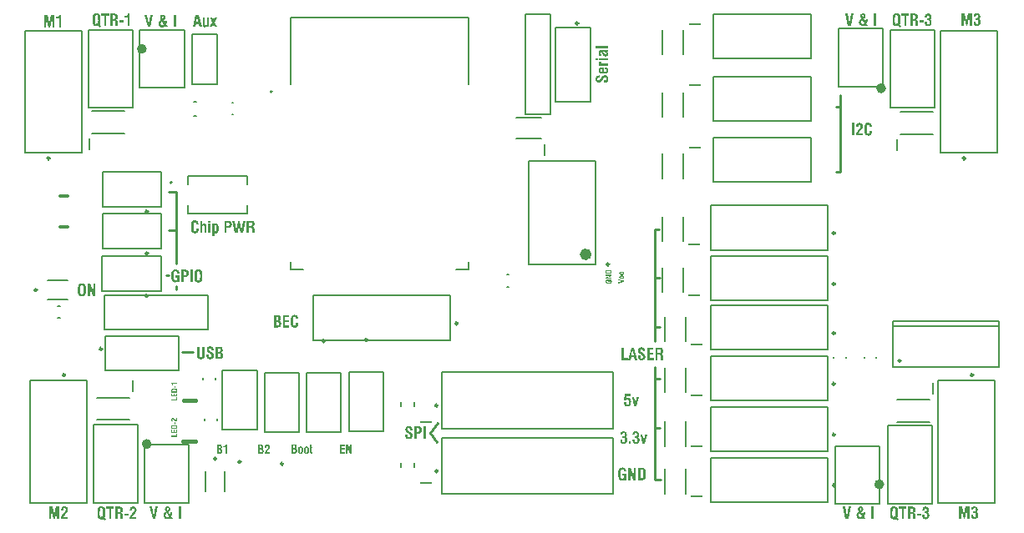
<source format=gto>
G04*
G04 #@! TF.GenerationSoftware,Altium Limited,Altium Designer,20.2.5 (213)*
G04*
G04 Layer_Color=65535*
%FSLAX44Y44*%
%MOMM*%
G71*
G04*
G04 #@! TF.SameCoordinates,19D5FE96-1F57-4DB1-9F11-37EF29D1C5BE*
G04*
G04*
G04 #@! TF.FilePolarity,Positive*
G04*
G01*
G75*
%ADD10C,0.2500*%
%ADD11C,0.2000*%
%ADD12C,0.5000*%
%ADD13C,0.6000*%
%ADD14C,0.1270*%
%ADD15C,0.3000*%
%ADD16C,0.4000*%
%ADD17C,0.2540*%
%ADD18R,1.2000X0.2000*%
%ADD19R,0.2000X1.2000*%
G36*
X2606449Y1124665D02*
X2606517D01*
X2606595Y1124656D01*
X2606790Y1124626D01*
X2606995Y1124587D01*
X2607210Y1124519D01*
X2607415Y1124421D01*
X2607502Y1124363D01*
X2607590Y1124295D01*
X2607610Y1124275D01*
X2607659Y1124226D01*
X2607717Y1124139D01*
X2607795Y1124012D01*
X2607873Y1123856D01*
X2607932Y1123651D01*
X2607981Y1123417D01*
X2608000Y1123144D01*
Y1123056D01*
X2607990Y1122997D01*
X2607981Y1122929D01*
X2607971Y1122851D01*
X2607932Y1122666D01*
X2607873Y1122461D01*
X2607785Y1122256D01*
X2607727Y1122159D01*
X2607649Y1122071D01*
X2607571Y1121983D01*
X2607483Y1121915D01*
X2607473D01*
X2607454Y1121895D01*
X2607425Y1121886D01*
X2607376Y1121856D01*
X2607317Y1121837D01*
X2607239Y1121807D01*
X2607151Y1121768D01*
X2607044Y1121739D01*
X2606917Y1121710D01*
X2606771Y1121671D01*
X2606615Y1121642D01*
X2606440Y1121622D01*
X2606244Y1121593D01*
X2606020Y1121583D01*
X2605786Y1121564D01*
X2605532D01*
X2605513D01*
X2605474D01*
X2605396D01*
X2605298Y1121573D01*
X2605181D01*
X2605054Y1121583D01*
X2604908Y1121593D01*
X2604752Y1121612D01*
X2604430Y1121651D01*
X2604108Y1121710D01*
X2603952Y1121749D01*
X2603816Y1121798D01*
X2603689Y1121856D01*
X2603582Y1121915D01*
X2603572D01*
X2603562Y1121934D01*
X2603494Y1121983D01*
X2603455Y1122022D01*
X2603416Y1122071D01*
X2603367Y1122129D01*
X2603308Y1122198D01*
X2603260Y1122276D01*
X2603211Y1122373D01*
X2603172Y1122471D01*
X2603133Y1122578D01*
X2603094Y1122705D01*
X2603065Y1122841D01*
X2603055Y1122988D01*
X2603045Y1123144D01*
Y1123222D01*
X2603055Y1123270D01*
Y1123339D01*
X2603065Y1123407D01*
X2603094Y1123583D01*
X2603143Y1123768D01*
X2603211Y1123963D01*
X2603308Y1124139D01*
X2603435Y1124295D01*
X2603455Y1124314D01*
X2603504Y1124353D01*
X2603601Y1124412D01*
X2603728Y1124480D01*
X2603894Y1124548D01*
X2604099Y1124607D01*
X2604342Y1124646D01*
X2604625Y1124665D01*
X2604791D01*
Y1123622D01*
X2604694D01*
X2604684D01*
X2604674D01*
X2604625D01*
X2604547Y1123612D01*
X2604460D01*
X2604254Y1123573D01*
X2604157Y1123544D01*
X2604079Y1123505D01*
X2604069D01*
X2604050Y1123485D01*
X2604020Y1123456D01*
X2603982Y1123417D01*
X2603943Y1123368D01*
X2603913Y1123309D01*
X2603894Y1123241D01*
X2603884Y1123154D01*
Y1123114D01*
X2603894Y1123066D01*
X2603904Y1123017D01*
X2603933Y1122958D01*
X2603962Y1122890D01*
X2604011Y1122841D01*
X2604069Y1122793D01*
X2604079D01*
X2604108Y1122773D01*
X2604147Y1122763D01*
X2604216Y1122744D01*
X2604303Y1122724D01*
X2604411Y1122705D01*
X2604537Y1122695D01*
X2604684Y1122685D01*
X2606303D01*
X2606313D01*
X2606322D01*
X2606381D01*
X2606469Y1122695D01*
X2606566D01*
X2606800Y1122724D01*
X2606898Y1122754D01*
X2606985Y1122783D01*
X2606995Y1122793D01*
X2607015Y1122802D01*
X2607044Y1122832D01*
X2607073Y1122871D01*
X2607112Y1122919D01*
X2607142Y1122978D01*
X2607161Y1123056D01*
X2607171Y1123144D01*
Y1123193D01*
X2607161Y1123232D01*
X2607142Y1123290D01*
X2607122Y1123358D01*
X2607083Y1123417D01*
X2607025Y1123475D01*
X2606956Y1123524D01*
X2606947Y1123534D01*
X2606908Y1123544D01*
X2606849Y1123563D01*
X2606771Y1123583D01*
X2606654Y1123602D01*
X2606517Y1123622D01*
X2606342Y1123641D01*
X2606137D01*
X2606030D01*
Y1124665D01*
X2606039D01*
X2606059D01*
X2606098D01*
X2606137D01*
X2606147D01*
X2606176Y1124675D01*
X2606235D01*
X2606303D01*
X2606313D01*
X2606342D01*
X2606381D01*
X2606449Y1124665D01*
D02*
G37*
G36*
Y1120881D02*
X2606517D01*
X2606595Y1120871D01*
X2606790Y1120842D01*
X2606995Y1120803D01*
X2607210Y1120735D01*
X2607415Y1120637D01*
X2607502Y1120579D01*
X2607590Y1120510D01*
X2607610Y1120491D01*
X2607659Y1120442D01*
X2607717Y1120354D01*
X2607795Y1120227D01*
X2607873Y1120071D01*
X2607932Y1119866D01*
X2607981Y1119632D01*
X2608000Y1119359D01*
Y1119271D01*
X2607990Y1119213D01*
X2607981Y1119145D01*
X2607971Y1119067D01*
X2607932Y1118881D01*
X2607873Y1118677D01*
X2607785Y1118472D01*
X2607727Y1118374D01*
X2607649Y1118286D01*
X2607571Y1118199D01*
X2607483Y1118130D01*
X2607473D01*
X2607454Y1118111D01*
X2607425Y1118101D01*
X2607376Y1118072D01*
X2607317Y1118052D01*
X2607239Y1118023D01*
X2607151Y1117984D01*
X2607044Y1117955D01*
X2606917Y1117926D01*
X2606771Y1117887D01*
X2606615Y1117857D01*
X2606440Y1117838D01*
X2606244Y1117809D01*
X2606020Y1117799D01*
X2605786Y1117779D01*
X2605532D01*
X2605513D01*
X2605474D01*
X2605396D01*
X2605298Y1117789D01*
X2605181D01*
X2605054Y1117799D01*
X2604908Y1117809D01*
X2604752Y1117828D01*
X2604430Y1117867D01*
X2604108Y1117926D01*
X2603952Y1117965D01*
X2603816Y1118013D01*
X2603689Y1118072D01*
X2603582Y1118130D01*
X2603572D01*
X2603562Y1118150D01*
X2603494Y1118199D01*
X2603455Y1118238D01*
X2603416Y1118286D01*
X2603367Y1118345D01*
X2603308Y1118413D01*
X2603260Y1118491D01*
X2603211Y1118589D01*
X2603172Y1118686D01*
X2603133Y1118794D01*
X2603094Y1118920D01*
X2603065Y1119057D01*
X2603055Y1119203D01*
X2603045Y1119359D01*
Y1119437D01*
X2603055Y1119486D01*
Y1119554D01*
X2603065Y1119623D01*
X2603094Y1119798D01*
X2603143Y1119984D01*
X2603211Y1120179D01*
X2603308Y1120354D01*
X2603435Y1120510D01*
X2603455Y1120530D01*
X2603504Y1120569D01*
X2603601Y1120627D01*
X2603728Y1120696D01*
X2603894Y1120764D01*
X2604099Y1120822D01*
X2604342Y1120861D01*
X2604625Y1120881D01*
X2604791D01*
Y1119837D01*
X2604694D01*
X2604684D01*
X2604674D01*
X2604625D01*
X2604547Y1119827D01*
X2604460D01*
X2604254Y1119789D01*
X2604157Y1119759D01*
X2604079Y1119720D01*
X2604069D01*
X2604050Y1119701D01*
X2604020Y1119671D01*
X2603982Y1119632D01*
X2603943Y1119584D01*
X2603913Y1119525D01*
X2603894Y1119457D01*
X2603884Y1119369D01*
Y1119330D01*
X2603894Y1119281D01*
X2603904Y1119232D01*
X2603933Y1119174D01*
X2603962Y1119106D01*
X2604011Y1119057D01*
X2604069Y1119008D01*
X2604079D01*
X2604108Y1118989D01*
X2604147Y1118979D01*
X2604216Y1118959D01*
X2604303Y1118940D01*
X2604411Y1118920D01*
X2604537Y1118911D01*
X2604684Y1118901D01*
X2606303D01*
X2606313D01*
X2606322D01*
X2606381D01*
X2606469Y1118911D01*
X2606566D01*
X2606800Y1118940D01*
X2606898Y1118969D01*
X2606985Y1118998D01*
X2606995Y1119008D01*
X2607015Y1119018D01*
X2607044Y1119047D01*
X2607073Y1119086D01*
X2607112Y1119135D01*
X2607142Y1119193D01*
X2607161Y1119271D01*
X2607171Y1119359D01*
Y1119408D01*
X2607161Y1119447D01*
X2607142Y1119506D01*
X2607122Y1119574D01*
X2607083Y1119632D01*
X2607025Y1119691D01*
X2606956Y1119740D01*
X2606947Y1119750D01*
X2606908Y1119759D01*
X2606849Y1119779D01*
X2606771Y1119798D01*
X2606654Y1119818D01*
X2606517Y1119837D01*
X2606342Y1119857D01*
X2606137D01*
X2606030D01*
Y1120881D01*
X2606039D01*
X2606059D01*
X2606098D01*
X2606137D01*
X2606147D01*
X2606176Y1120891D01*
X2606235D01*
X2606303D01*
X2606313D01*
X2606342D01*
X2606381D01*
X2606449Y1120881D01*
D02*
G37*
G36*
X2607873Y1115946D02*
Y1114414D01*
X2601611Y1113000D01*
Y1114248D01*
X2606615Y1115185D01*
X2601611Y1116024D01*
Y1117262D01*
X2607873Y1115946D01*
D02*
G37*
G36*
X2592428Y1126688D02*
X2592584D01*
X2592896Y1126678D01*
X2593208Y1126659D01*
X2593354Y1126649D01*
X2593491Y1126629D01*
X2593618Y1126620D01*
X2593734Y1126600D01*
X2593744D01*
X2593754D01*
X2593783Y1126590D01*
X2593822Y1126581D01*
X2593930Y1126561D01*
X2594056Y1126522D01*
X2594203Y1126483D01*
X2594359Y1126424D01*
X2594515Y1126356D01*
X2594671Y1126278D01*
X2594691Y1126268D01*
X2594729Y1126239D01*
X2594798Y1126190D01*
X2594876Y1126122D01*
X2594973Y1126034D01*
X2595061Y1125937D01*
X2595139Y1125810D01*
X2595207Y1125674D01*
X2595217Y1125654D01*
Y1125635D01*
X2595227Y1125595D01*
X2595237Y1125556D01*
X2595256Y1125508D01*
X2595266Y1125439D01*
X2595276Y1125361D01*
X2595295Y1125283D01*
X2595305Y1125186D01*
X2595315Y1125079D01*
X2595334Y1124952D01*
X2595344Y1124825D01*
Y1124679D01*
X2595354Y1124523D01*
Y1122747D01*
X2589092D01*
Y1124718D01*
X2589102Y1124815D01*
Y1124952D01*
X2589121Y1125098D01*
X2589141Y1125244D01*
X2589160Y1125391D01*
X2589199Y1125527D01*
Y1125547D01*
X2589219Y1125586D01*
X2589238Y1125644D01*
X2589277Y1125722D01*
X2589316Y1125820D01*
X2589375Y1125908D01*
X2589433Y1126005D01*
X2589511Y1126093D01*
X2589521Y1126112D01*
X2589570Y1126151D01*
X2589638Y1126210D01*
X2589736Y1126278D01*
X2589853Y1126356D01*
X2589989Y1126434D01*
X2590145Y1126503D01*
X2590321Y1126561D01*
X2590331D01*
X2590340Y1126571D01*
X2590370D01*
X2590409Y1126581D01*
X2590467Y1126590D01*
X2590526Y1126600D01*
X2590604Y1126620D01*
X2590692Y1126629D01*
X2590789Y1126639D01*
X2590906Y1126659D01*
X2591033Y1126668D01*
X2591169Y1126678D01*
X2591316Y1126688D01*
X2591482D01*
X2591657Y1126698D01*
X2591842D01*
X2591862D01*
X2591901D01*
X2591969D01*
X2592057D01*
X2592164D01*
X2592291D01*
X2592428Y1126688D01*
D02*
G37*
G36*
X2595354Y1120485D02*
X2590974Y1118846D01*
X2595354Y1118885D01*
Y1117783D01*
X2589092D01*
Y1118982D01*
X2593471Y1120611D01*
X2589092Y1120582D01*
Y1121684D01*
X2595354D01*
Y1120485D01*
D02*
G37*
G36*
Y1115959D02*
X2594671Y1115881D01*
X2594691Y1115871D01*
X2594739Y1115852D01*
X2594827Y1115803D01*
X2594915Y1115754D01*
X2595022Y1115676D01*
X2595129Y1115598D01*
X2595227Y1115491D01*
X2595315Y1115384D01*
X2595324Y1115374D01*
X2595344Y1115325D01*
X2595373Y1115257D01*
X2595403Y1115159D01*
X2595441Y1115042D01*
X2595471Y1114896D01*
X2595490Y1114730D01*
X2595500Y1114535D01*
Y1114496D01*
X2595490Y1114437D01*
Y1114379D01*
X2595480Y1114291D01*
X2595461Y1114203D01*
X2595403Y1113989D01*
X2595363Y1113881D01*
X2595315Y1113764D01*
X2595256Y1113647D01*
X2595188Y1113540D01*
X2595100Y1113423D01*
X2595002Y1113326D01*
X2594886Y1113228D01*
X2594759Y1113150D01*
X2594749D01*
X2594720Y1113130D01*
X2594680Y1113111D01*
X2594612Y1113091D01*
X2594525Y1113062D01*
X2594417Y1113023D01*
X2594290Y1112984D01*
X2594135Y1112955D01*
X2593969Y1112916D01*
X2593764Y1112877D01*
X2593539Y1112848D01*
X2593296Y1112809D01*
X2593022Y1112789D01*
X2592720Y1112769D01*
X2592389Y1112750D01*
X2592028D01*
X2592018D01*
X2591989D01*
X2591940D01*
X2591872D01*
X2591794D01*
X2591706Y1112760D01*
X2591608D01*
X2591491D01*
X2591257Y1112769D01*
X2591013Y1112789D01*
X2590769Y1112809D01*
X2590545Y1112838D01*
X2590535D01*
X2590516Y1112848D01*
X2590496D01*
X2590457Y1112857D01*
X2590350Y1112877D01*
X2590233Y1112916D01*
X2590087Y1112955D01*
X2589950Y1113004D01*
X2589814Y1113072D01*
X2589687Y1113140D01*
X2589667Y1113150D01*
X2589628Y1113189D01*
X2589560Y1113238D01*
X2589472Y1113316D01*
X2589384Y1113403D01*
X2589287Y1113511D01*
X2589209Y1113638D01*
X2589131Y1113784D01*
X2589121Y1113803D01*
X2589102Y1113862D01*
X2589072Y1113950D01*
X2589033Y1114067D01*
X2589004Y1114213D01*
X2588975Y1114379D01*
X2588955Y1114574D01*
X2588946Y1114789D01*
Y1114886D01*
X2588955Y1114954D01*
Y1115032D01*
X2588975Y1115130D01*
X2588984Y1115237D01*
X2589004Y1115354D01*
X2589062Y1115588D01*
X2589150Y1115842D01*
X2589199Y1115959D01*
X2589267Y1116066D01*
X2589336Y1116173D01*
X2589424Y1116271D01*
X2589433Y1116281D01*
X2589443Y1116291D01*
X2589472Y1116320D01*
X2589511Y1116349D01*
X2589560Y1116388D01*
X2589628Y1116427D01*
X2589706Y1116466D01*
X2589784Y1116515D01*
X2589882Y1116564D01*
X2589999Y1116603D01*
X2590116Y1116642D01*
X2590252Y1116681D01*
X2590399Y1116710D01*
X2590555Y1116739D01*
X2590721Y1116749D01*
X2590906Y1116759D01*
X2591062D01*
Y1115666D01*
X2591003D01*
X2590994D01*
X2590974D01*
X2590945D01*
X2590906D01*
X2590808Y1115657D01*
X2590682Y1115637D01*
X2590545Y1115618D01*
X2590409Y1115579D01*
X2590272Y1115520D01*
X2590155Y1115452D01*
X2590145Y1115442D01*
X2590106Y1115413D01*
X2590057Y1115364D01*
X2590009Y1115296D01*
X2589950Y1115208D01*
X2589911Y1115101D01*
X2589872Y1114974D01*
X2589862Y1114827D01*
Y1114808D01*
X2589872Y1114750D01*
X2589882Y1114662D01*
X2589911Y1114554D01*
X2589960Y1114437D01*
X2590028Y1114320D01*
X2590126Y1114223D01*
X2590262Y1114135D01*
X2590282Y1114125D01*
X2590311Y1114116D01*
X2590350Y1114106D01*
X2590399Y1114096D01*
X2590477Y1114077D01*
X2590565Y1114057D01*
X2590662Y1114047D01*
X2590789Y1114028D01*
X2590935Y1114008D01*
X2591111Y1113989D01*
X2591296Y1113979D01*
X2591520Y1113969D01*
X2591754Y1113959D01*
X2592028Y1113950D01*
X2592330D01*
X2592350D01*
X2592389D01*
X2592457D01*
X2592545D01*
X2592652Y1113959D01*
X2592769D01*
X2592906Y1113969D01*
X2593052D01*
X2593344Y1113989D01*
X2593637Y1114028D01*
X2593773Y1114047D01*
X2593900Y1114067D01*
X2594008Y1114096D01*
X2594105Y1114125D01*
X2594125Y1114135D01*
X2594174Y1114164D01*
X2594242Y1114203D01*
X2594320Y1114272D01*
X2594407Y1114359D01*
X2594476Y1114467D01*
X2594525Y1114603D01*
X2594534Y1114681D01*
X2594544Y1114769D01*
Y1114789D01*
X2594534Y1114847D01*
X2594525Y1114925D01*
X2594505Y1115032D01*
X2594466Y1115140D01*
X2594407Y1115247D01*
X2594339Y1115344D01*
X2594232Y1115432D01*
X2594213Y1115442D01*
X2594174Y1115462D01*
X2594095Y1115500D01*
X2593978Y1115539D01*
X2593832Y1115569D01*
X2593647Y1115608D01*
X2593539Y1115618D01*
X2593423Y1115627D01*
X2593296Y1115637D01*
X2593159D01*
X2592945D01*
Y1114827D01*
X2591940D01*
Y1116759D01*
X2595354D01*
Y1115959D01*
D02*
G37*
G36*
X2072080Y1100293D02*
X2069680D01*
X2066403Y1109051D01*
X2066481Y1100293D01*
X2064277D01*
Y1112816D01*
X2066676D01*
X2069934Y1104057D01*
X2069875Y1112816D01*
X2072080D01*
Y1100293D01*
D02*
G37*
G36*
X2058737Y1113109D02*
X2059010Y1113089D01*
X2059341Y1113031D01*
X2059673Y1112972D01*
X2059985Y1112875D01*
X2060297Y1112758D01*
X2060336Y1112738D01*
X2060434Y1112680D01*
X2060570Y1112602D01*
X2060746Y1112465D01*
X2060961Y1112290D01*
X2061175Y1112075D01*
X2061390Y1111821D01*
X2061604Y1111529D01*
X2061624Y1111509D01*
X2061663Y1111412D01*
X2061741Y1111275D01*
X2061838Y1111080D01*
X2061936Y1110826D01*
X2062033Y1110514D01*
X2062111Y1110144D01*
X2062189Y1109734D01*
Y1109715D01*
Y1109676D01*
X2062209Y1109617D01*
X2062228Y1109520D01*
Y1109402D01*
X2062248Y1109246D01*
X2062267Y1109090D01*
X2062287Y1108895D01*
X2062307Y1108681D01*
X2062326Y1108427D01*
X2062345Y1108174D01*
Y1107900D01*
X2062365Y1107588D01*
X2062384Y1107257D01*
Y1106925D01*
Y1106554D01*
Y1106535D01*
Y1106476D01*
Y1106359D01*
Y1106223D01*
Y1106067D01*
Y1105872D01*
X2062365Y1105657D01*
Y1105423D01*
X2062345Y1104916D01*
X2062307Y1104389D01*
X2062248Y1103882D01*
X2062189Y1103394D01*
Y1103375D01*
Y1103336D01*
X2062170Y1103277D01*
X2062150Y1103199D01*
X2062111Y1102985D01*
X2062053Y1102731D01*
X2061955Y1102438D01*
X2061858Y1102126D01*
X2061741Y1101834D01*
X2061604Y1101580D01*
X2061585Y1101541D01*
X2061507Y1101443D01*
X2061390Y1101288D01*
X2061234Y1101112D01*
X2061039Y1100897D01*
X2060824Y1100702D01*
X2060570Y1100507D01*
X2060297Y1100351D01*
X2060258Y1100332D01*
X2060161Y1100293D01*
X2059985Y1100234D01*
X2059771Y1100176D01*
X2059478Y1100117D01*
X2059146Y1100059D01*
X2058756Y1100020D01*
X2058307Y1100000D01*
X2058112D01*
X2057878Y1100020D01*
X2057605Y1100039D01*
X2057274Y1100078D01*
X2056942Y1100156D01*
X2056630Y1100234D01*
X2056318Y1100351D01*
X2056279Y1100371D01*
X2056201Y1100429D01*
X2056045Y1100507D01*
X2055869Y1100644D01*
X2055674Y1100819D01*
X2055440Y1101034D01*
X2055225Y1101288D01*
X2055011Y1101580D01*
X2054991Y1101600D01*
X2054952Y1101697D01*
X2054874Y1101834D01*
X2054796Y1102029D01*
X2054699Y1102282D01*
X2054601Y1102595D01*
X2054504Y1102965D01*
X2054426Y1103375D01*
Y1103394D01*
Y1103433D01*
X2054406Y1103492D01*
Y1103589D01*
X2054386Y1103706D01*
X2054367Y1103862D01*
X2054348Y1104018D01*
Y1104214D01*
X2054328Y1104428D01*
X2054308Y1104682D01*
X2054289Y1104935D01*
X2054270Y1105228D01*
Y1105520D01*
X2054250Y1105852D01*
Y1106184D01*
Y1106554D01*
Y1106574D01*
Y1106652D01*
Y1106749D01*
Y1106886D01*
Y1107062D01*
X2054270Y1107257D01*
Y1107471D01*
Y1107705D01*
X2054289Y1108213D01*
X2054328Y1108739D01*
X2054367Y1109266D01*
X2054426Y1109734D01*
Y1109754D01*
X2054445Y1109793D01*
Y1109851D01*
X2054465Y1109929D01*
X2054504Y1110144D01*
X2054582Y1110397D01*
X2054660Y1110690D01*
X2054757Y1111002D01*
X2054874Y1111275D01*
X2055011Y1111529D01*
Y1111548D01*
X2055030Y1111568D01*
X2055108Y1111665D01*
X2055225Y1111821D01*
X2055381Y1111997D01*
X2055576Y1112212D01*
X2055791Y1112407D01*
X2056045Y1112602D01*
X2056318Y1112758D01*
X2056357Y1112777D01*
X2056454Y1112816D01*
X2056630Y1112875D01*
X2056844Y1112953D01*
X2057137Y1113011D01*
X2057488Y1113070D01*
X2057878Y1113109D01*
X2058307Y1113128D01*
X2058503D01*
X2058737Y1113109D01*
D02*
G37*
G36*
X2855640Y1276109D02*
X2855796Y1276089D01*
X2855971Y1276070D01*
X2856381Y1276011D01*
X2856830Y1275894D01*
X2857278Y1275719D01*
X2857512Y1275602D01*
X2857708Y1275465D01*
X2857903Y1275309D01*
X2858078Y1275134D01*
X2858098Y1275114D01*
X2858117Y1275095D01*
X2858156Y1275036D01*
X2858215Y1274938D01*
X2858273Y1274841D01*
X2858351Y1274704D01*
X2858429Y1274548D01*
X2858527Y1274373D01*
X2858605Y1274158D01*
X2858683Y1273924D01*
X2858761Y1273651D01*
X2858819Y1273378D01*
X2858878Y1273066D01*
X2858936Y1272715D01*
X2858956Y1272344D01*
X2858976Y1271954D01*
X2856713D01*
Y1272246D01*
Y1272266D01*
Y1272285D01*
Y1272422D01*
X2856693Y1272598D01*
X2856674Y1272812D01*
X2856635Y1273066D01*
X2856576Y1273319D01*
X2856498Y1273553D01*
X2856381Y1273768D01*
X2856361Y1273788D01*
X2856322Y1273846D01*
X2856245Y1273924D01*
X2856127Y1274022D01*
X2855991Y1274119D01*
X2855815Y1274197D01*
X2855601Y1274256D01*
X2855367Y1274275D01*
X2855327D01*
X2855230Y1274256D01*
X2855093Y1274236D01*
X2854918Y1274197D01*
X2854723Y1274100D01*
X2854547Y1273982D01*
X2854372Y1273807D01*
X2854235Y1273573D01*
X2854216Y1273534D01*
Y1273495D01*
X2854196Y1273417D01*
X2854177Y1273319D01*
X2854138Y1273183D01*
X2854118Y1273027D01*
X2854099Y1272832D01*
X2854059Y1272617D01*
X2854040Y1272344D01*
X2854021Y1272032D01*
X2853982Y1271681D01*
X2853962Y1271271D01*
Y1270822D01*
X2853943Y1270315D01*
Y1269750D01*
Y1269710D01*
Y1269613D01*
Y1269437D01*
Y1269203D01*
Y1268950D01*
X2853962Y1268638D01*
Y1268306D01*
X2853982Y1267974D01*
X2854021Y1267253D01*
X2854040Y1266921D01*
X2854059Y1266589D01*
X2854099Y1266297D01*
X2854138Y1266024D01*
X2854177Y1265809D01*
X2854235Y1265633D01*
X2854254Y1265594D01*
X2854294Y1265516D01*
X2854372Y1265399D01*
X2854489Y1265282D01*
X2854645Y1265146D01*
X2854840Y1265029D01*
X2855074Y1264951D01*
X2855367Y1264912D01*
X2855503D01*
X2855640Y1264951D01*
X2855796Y1264990D01*
X2855971Y1265048D01*
X2856166Y1265146D01*
X2856322Y1265282D01*
X2856459Y1265477D01*
X2856479Y1265497D01*
X2856518Y1265594D01*
X2856556Y1265731D01*
X2856615Y1265946D01*
X2856674Y1266238D01*
X2856693Y1266414D01*
X2856732Y1266609D01*
X2856752Y1266823D01*
Y1267057D01*
X2856771Y1267311D01*
Y1267584D01*
Y1267760D01*
X2859034D01*
Y1267740D01*
Y1267701D01*
Y1267604D01*
Y1267506D01*
Y1267487D01*
Y1267428D01*
Y1267350D01*
Y1267272D01*
Y1267253D01*
Y1267175D01*
Y1267057D01*
X2859014Y1266921D01*
Y1266726D01*
X2858995Y1266531D01*
X2858956Y1266297D01*
X2858917Y1266043D01*
X2858819Y1265516D01*
X2858644Y1264990D01*
X2858429Y1264482D01*
X2858273Y1264248D01*
X2858117Y1264034D01*
X2858098Y1264014D01*
X2858078Y1263995D01*
X2858019Y1263936D01*
X2857942Y1263878D01*
X2857844Y1263800D01*
X2857727Y1263702D01*
X2857590Y1263605D01*
X2857434Y1263527D01*
X2857239Y1263429D01*
X2857044Y1263332D01*
X2856810Y1263234D01*
X2856556Y1263156D01*
X2856283Y1263098D01*
X2855991Y1263039D01*
X2855679Y1263019D01*
X2855327Y1263000D01*
X2855172D01*
X2855015Y1263019D01*
X2854801Y1263039D01*
X2854567Y1263058D01*
X2854294Y1263098D01*
X2854040Y1263156D01*
X2853787Y1263234D01*
X2853767Y1263254D01*
X2853689Y1263273D01*
X2853553Y1263332D01*
X2853416Y1263410D01*
X2853240Y1263507D01*
X2853045Y1263624D01*
X2852870Y1263761D01*
X2852694Y1263936D01*
X2852675Y1263975D01*
X2852596Y1264053D01*
X2852480Y1264209D01*
X2852343Y1264405D01*
X2852187Y1264658D01*
X2852050Y1264970D01*
X2851914Y1265321D01*
X2851797Y1265731D01*
Y1265751D01*
X2851777Y1265789D01*
Y1265848D01*
X2851758Y1265946D01*
X2851738Y1266082D01*
X2851719Y1266238D01*
X2851699Y1266433D01*
X2851680Y1266648D01*
X2851641Y1266901D01*
X2851621Y1267194D01*
X2851602Y1267526D01*
X2851582Y1267896D01*
X2851562Y1268286D01*
Y1268716D01*
X2851543Y1269203D01*
Y1269710D01*
Y1269730D01*
Y1269789D01*
Y1269905D01*
Y1270023D01*
Y1270198D01*
Y1270374D01*
X2851562Y1270588D01*
Y1270822D01*
X2851582Y1271310D01*
X2851602Y1271817D01*
X2851641Y1272324D01*
X2851680Y1272773D01*
Y1272793D01*
Y1272832D01*
X2851699Y1272890D01*
X2851719Y1272968D01*
X2851738Y1273163D01*
X2851797Y1273417D01*
X2851875Y1273690D01*
X2851953Y1273982D01*
X2852050Y1274256D01*
X2852167Y1274490D01*
Y1274509D01*
X2852187Y1274529D01*
X2852265Y1274626D01*
X2852362Y1274782D01*
X2852519Y1274977D01*
X2852694Y1275173D01*
X2852909Y1275387D01*
X2853143Y1275582D01*
X2853416Y1275738D01*
X2853455Y1275758D01*
X2853553Y1275797D01*
X2853708Y1275855D01*
X2853943Y1275933D01*
X2854216Y1276011D01*
X2854528Y1276070D01*
X2854918Y1276109D01*
X2855327Y1276128D01*
X2855503D01*
X2855640Y1276109D01*
D02*
G37*
G36*
X2846881Y1275875D02*
X2847018D01*
X2847193Y1275855D01*
X2847564Y1275797D01*
X2847973Y1275699D01*
X2848402Y1275543D01*
X2848793Y1275329D01*
X2848988Y1275211D01*
X2849163Y1275055D01*
X2849183D01*
X2849202Y1275016D01*
X2849300Y1274899D01*
X2849456Y1274724D01*
X2849612Y1274451D01*
X2849768Y1274119D01*
X2849924Y1273709D01*
X2850022Y1273241D01*
X2850061Y1272968D01*
Y1272695D01*
Y1272656D01*
Y1272578D01*
Y1272441D01*
X2850041Y1272266D01*
X2850022Y1272051D01*
X2849983Y1271817D01*
X2849885Y1271349D01*
Y1271330D01*
X2849865Y1271252D01*
X2849826Y1271134D01*
X2849768Y1270978D01*
X2849690Y1270803D01*
X2849612Y1270608D01*
X2849397Y1270198D01*
X2849378Y1270179D01*
X2849339Y1270120D01*
X2849261Y1270023D01*
X2849163Y1269866D01*
X2849007Y1269671D01*
X2848793Y1269437D01*
X2848539Y1269164D01*
X2848227Y1268833D01*
X2848207Y1268813D01*
X2848149Y1268755D01*
X2848071Y1268677D01*
X2847954Y1268559D01*
X2847720Y1268326D01*
X2847603Y1268208D01*
X2847505Y1268091D01*
X2847486Y1268072D01*
X2847427Y1268013D01*
X2847330Y1267896D01*
X2847213Y1267760D01*
X2847076Y1267604D01*
X2846920Y1267428D01*
X2846588Y1266999D01*
X2846218Y1266531D01*
X2845886Y1266082D01*
X2845750Y1265848D01*
X2845633Y1265653D01*
X2845535Y1265458D01*
X2845476Y1265302D01*
X2849904D01*
Y1263293D01*
X2843097D01*
Y1263312D01*
Y1263332D01*
Y1263410D01*
Y1263488D01*
Y1263507D01*
Y1263566D01*
Y1263624D01*
Y1263683D01*
Y1263702D01*
Y1263741D01*
Y1263819D01*
X2843116Y1263936D01*
Y1264053D01*
X2843135Y1264209D01*
X2843155Y1264385D01*
X2843175Y1264580D01*
X2843233Y1264990D01*
X2843350Y1265458D01*
X2843487Y1265946D01*
X2843682Y1266453D01*
Y1266472D01*
X2843701Y1266511D01*
X2843740Y1266589D01*
X2843799Y1266687D01*
X2843857Y1266804D01*
X2843935Y1266940D01*
X2844130Y1267272D01*
X2844384Y1267662D01*
X2844696Y1268091D01*
X2845047Y1268559D01*
X2845476Y1269028D01*
X2845496Y1269047D01*
X2845515Y1269067D01*
X2845574Y1269125D01*
X2845652Y1269203D01*
X2845750Y1269281D01*
X2845847Y1269398D01*
X2846140Y1269671D01*
X2846179Y1269710D01*
X2846276Y1269789D01*
X2846413Y1269925D01*
X2846569Y1270101D01*
X2846939Y1270471D01*
X2847096Y1270666D01*
X2847213Y1270822D01*
X2847232Y1270842D01*
X2847252Y1270881D01*
X2847291Y1270959D01*
X2847349Y1271057D01*
X2847408Y1271173D01*
X2847466Y1271310D01*
X2847564Y1271622D01*
Y1271642D01*
X2847583Y1271700D01*
X2847603Y1271778D01*
X2847642Y1271915D01*
X2847661Y1272051D01*
X2847681Y1272207D01*
X2847700Y1272598D01*
Y1272636D01*
Y1272734D01*
X2847681Y1272871D01*
X2847661Y1273046D01*
X2847622Y1273222D01*
X2847583Y1273417D01*
X2847505Y1273612D01*
X2847408Y1273768D01*
X2847388Y1273788D01*
X2847349Y1273827D01*
X2847291Y1273885D01*
X2847193Y1273963D01*
X2847057Y1274041D01*
X2846920Y1274100D01*
X2846744Y1274139D01*
X2846530Y1274158D01*
X2846432D01*
X2846315Y1274139D01*
X2846179Y1274100D01*
X2846023Y1274041D01*
X2845886Y1273943D01*
X2845730Y1273827D01*
X2845613Y1273670D01*
X2845593Y1273651D01*
X2845574Y1273573D01*
X2845535Y1273475D01*
X2845476Y1273300D01*
X2845418Y1273105D01*
X2845379Y1272832D01*
X2845359Y1272539D01*
X2845340Y1272168D01*
Y1272129D01*
Y1272051D01*
Y1271954D01*
Y1271876D01*
Y1271856D01*
Y1271817D01*
Y1271700D01*
X2843175D01*
Y1271720D01*
Y1271759D01*
Y1271817D01*
X2843155Y1271915D01*
Y1271934D01*
Y1271993D01*
Y1272051D01*
Y1272110D01*
Y1272129D01*
Y1272188D01*
Y1272305D01*
X2843175Y1272441D01*
Y1272598D01*
X2843194Y1272773D01*
X2843253Y1273202D01*
X2843350Y1273670D01*
X2843506Y1274158D01*
X2843701Y1274607D01*
X2843838Y1274802D01*
X2843974Y1274977D01*
X2843994Y1274997D01*
X2844013Y1275016D01*
X2844072Y1275055D01*
X2844130Y1275114D01*
X2844228Y1275192D01*
X2844326Y1275270D01*
X2844462Y1275348D01*
X2844618Y1275446D01*
X2844794Y1275524D01*
X2844989Y1275602D01*
X2845203Y1275680D01*
X2845437Y1275758D01*
X2845691Y1275816D01*
X2845984Y1275855D01*
X2846276Y1275894D01*
X2846764D01*
X2846881Y1275875D01*
D02*
G37*
G36*
X2841341Y1263293D02*
X2839000D01*
Y1275816D01*
X2841341D01*
Y1263293D01*
D02*
G37*
G36*
X2332041Y940000D02*
X2330241D01*
X2327783Y946569D01*
X2327842Y940000D01*
X2326189D01*
Y949393D01*
X2327988D01*
X2330432Y942824D01*
X2330388Y949393D01*
X2332041D01*
Y940000D01*
D02*
G37*
G36*
X2324828Y947827D02*
X2321741D01*
Y945662D01*
X2324609D01*
Y944170D01*
X2321741D01*
Y941580D01*
X2324901D01*
Y940000D01*
X2320000D01*
Y949393D01*
X2324828D01*
Y947827D01*
D02*
G37*
G36*
X2274014Y949568D02*
X2274116D01*
X2274219Y949554D01*
X2274497Y949510D01*
X2274789Y949451D01*
X2275082Y949349D01*
X2275360Y949202D01*
X2275491Y949115D01*
X2275609Y949012D01*
X2275638Y948983D01*
X2275696Y948910D01*
X2275799Y948778D01*
X2275916Y948588D01*
X2276018Y948354D01*
X2276121Y948047D01*
X2276179Y947696D01*
X2276208Y947286D01*
Y947271D01*
Y947242D01*
Y947198D01*
Y947125D01*
X2276194Y946964D01*
X2276179Y946759D01*
X2276135Y946525D01*
X2276091Y946276D01*
X2276018Y946042D01*
X2275916Y945837D01*
X2275901Y945823D01*
X2275857Y945750D01*
X2275799Y945677D01*
X2275696Y945574D01*
X2275579Y945457D01*
X2275418Y945369D01*
X2275243Y945282D01*
X2275038Y945223D01*
X2275067D01*
X2275140Y945194D01*
X2275272Y945164D01*
X2275418Y945106D01*
X2275579Y945018D01*
X2275755Y944916D01*
X2275916Y944755D01*
X2276062Y944565D01*
X2276077Y944535D01*
X2276121Y944462D01*
X2276179Y944345D01*
X2276252Y944170D01*
X2276326Y943950D01*
X2276384Y943701D01*
X2276428Y943409D01*
X2276443Y943072D01*
Y943058D01*
Y943014D01*
Y942926D01*
X2276428Y942824D01*
Y942707D01*
X2276413Y942560D01*
X2276384Y942414D01*
X2276369Y942238D01*
X2276296Y941887D01*
X2276179Y941522D01*
X2276018Y941170D01*
X2275930Y941024D01*
X2275813Y940878D01*
X2275784Y940849D01*
X2275740Y940819D01*
X2275696Y940775D01*
X2275623Y940717D01*
X2275550Y940658D01*
X2275448Y940600D01*
X2275331Y940541D01*
X2275199Y940468D01*
X2275053Y940410D01*
X2274892Y940351D01*
X2274716Y940293D01*
X2274526Y940249D01*
X2274321Y940219D01*
X2274102Y940205D01*
X2273853Y940190D01*
X2271000D01*
Y949583D01*
X2273926D01*
X2274014Y949568D01*
D02*
G37*
G36*
X2291380Y947242D02*
X2292053D01*
Y946028D01*
X2291380D01*
Y942794D01*
Y942312D01*
Y942282D01*
Y942224D01*
Y942121D01*
X2291395Y942004D01*
X2291409Y941887D01*
X2291424Y941770D01*
X2291453Y941668D01*
X2291483Y941595D01*
X2291497Y941565D01*
X2291570Y941522D01*
X2291614Y941492D01*
X2291687Y941478D01*
X2291761Y941448D01*
X2292053D01*
Y940190D01*
X2291995D01*
X2291922Y940176D01*
X2291848D01*
X2291658Y940161D01*
X2291570Y940146D01*
X2291380D01*
X2291278Y940132D01*
X2291044D01*
X2290897Y940146D01*
X2290722Y940176D01*
X2290546Y940205D01*
X2290356Y940263D01*
X2290181Y940351D01*
X2290049Y940453D01*
X2290034Y940468D01*
X2290005Y940527D01*
X2289946Y940614D01*
X2289902Y940746D01*
X2289844Y940922D01*
X2289785Y941156D01*
X2289771Y941288D01*
X2289756Y941434D01*
X2289742Y941609D01*
Y941785D01*
Y946028D01*
X2289098D01*
Y947242D01*
X2289742D01*
Y949173D01*
X2291380D01*
Y947242D01*
D02*
G37*
G36*
X2286157Y947418D02*
X2286274Y947403D01*
X2286406Y947388D01*
X2286698Y947330D01*
X2287020Y947242D01*
X2287342Y947096D01*
X2287503Y947008D01*
X2287635Y946891D01*
X2287766Y946774D01*
X2287883Y946628D01*
Y946613D01*
X2287913Y946584D01*
X2287942Y946540D01*
X2287971Y946467D01*
X2288015Y946379D01*
X2288059Y946262D01*
X2288103Y946130D01*
X2288161Y945969D01*
X2288220Y945779D01*
X2288264Y945560D01*
X2288308Y945325D01*
X2288352Y945062D01*
X2288396Y944770D01*
X2288410Y944448D01*
X2288439Y944082D01*
Y943701D01*
Y943672D01*
Y943614D01*
Y943497D01*
X2288425Y943350D01*
Y943189D01*
X2288410Y942985D01*
X2288396Y942765D01*
X2288366Y942531D01*
X2288308Y942048D01*
X2288205Y941565D01*
X2288147Y941346D01*
X2288074Y941126D01*
X2287986Y940936D01*
X2287883Y940775D01*
Y940761D01*
X2287854Y940746D01*
X2287825Y940702D01*
X2287781Y940658D01*
X2287708Y940600D01*
X2287635Y940527D01*
X2287547Y940453D01*
X2287430Y940395D01*
X2287313Y940322D01*
X2287167Y940249D01*
X2287006Y940176D01*
X2286830Y940117D01*
X2286640Y940073D01*
X2286420Y940029D01*
X2286186Y940015D01*
X2285938Y940000D01*
X2285806D01*
X2285718Y940015D01*
X2285601Y940029D01*
X2285470Y940044D01*
X2285177Y940102D01*
X2284855Y940190D01*
X2284548Y940322D01*
X2284387Y940410D01*
X2284255Y940527D01*
X2284124Y940644D01*
X2284006Y940775D01*
Y940790D01*
X2283977Y940819D01*
X2283963Y940863D01*
X2283919Y940936D01*
X2283875Y941024D01*
X2283831Y941141D01*
X2283787Y941273D01*
X2283743Y941434D01*
X2283685Y941624D01*
X2283641Y941843D01*
X2283597Y942077D01*
X2283553Y942341D01*
X2283509Y942634D01*
X2283494Y942970D01*
X2283465Y943321D01*
Y943701D01*
Y943731D01*
Y943789D01*
Y943906D01*
X2283480Y944053D01*
Y944228D01*
X2283494Y944418D01*
X2283509Y944638D01*
X2283538Y944872D01*
X2283597Y945355D01*
X2283699Y945837D01*
X2283758Y946072D01*
X2283831Y946276D01*
X2283919Y946467D01*
X2284006Y946628D01*
Y946642D01*
X2284036Y946657D01*
X2284109Y946759D01*
X2284182Y946818D01*
X2284255Y946876D01*
X2284343Y946949D01*
X2284460Y947037D01*
X2284577Y947110D01*
X2284723Y947184D01*
X2284884Y947242D01*
X2285060Y947301D01*
X2285250Y947359D01*
X2285455Y947403D01*
X2285689Y947418D01*
X2285938Y947432D01*
X2286069D01*
X2286157Y947418D01*
D02*
G37*
G36*
X2280188D02*
X2280305Y947403D01*
X2280437Y947388D01*
X2280729Y947330D01*
X2281051Y947242D01*
X2281373Y947096D01*
X2281534Y947008D01*
X2281666Y946891D01*
X2281797Y946774D01*
X2281914Y946628D01*
Y946613D01*
X2281944Y946584D01*
X2281973Y946540D01*
X2282002Y946467D01*
X2282046Y946379D01*
X2282090Y946262D01*
X2282134Y946130D01*
X2282192Y945969D01*
X2282251Y945779D01*
X2282295Y945560D01*
X2282339Y945325D01*
X2282383Y945062D01*
X2282426Y944770D01*
X2282441Y944448D01*
X2282470Y944082D01*
Y943701D01*
Y943672D01*
Y943614D01*
Y943497D01*
X2282456Y943350D01*
Y943189D01*
X2282441Y942985D01*
X2282426Y942765D01*
X2282397Y942531D01*
X2282339Y942048D01*
X2282236Y941565D01*
X2282178Y941346D01*
X2282104Y941126D01*
X2282017Y940936D01*
X2281914Y940775D01*
Y940761D01*
X2281885Y940746D01*
X2281856Y940702D01*
X2281812Y940658D01*
X2281739Y940600D01*
X2281666Y940527D01*
X2281578Y940453D01*
X2281461Y940395D01*
X2281344Y940322D01*
X2281197Y940249D01*
X2281037Y940176D01*
X2280861Y940117D01*
X2280671Y940073D01*
X2280451Y940029D01*
X2280217Y940015D01*
X2279968Y940000D01*
X2279837D01*
X2279749Y940015D01*
X2279632Y940029D01*
X2279500Y940044D01*
X2279208Y940102D01*
X2278886Y940190D01*
X2278579Y940322D01*
X2278418Y940410D01*
X2278286Y940527D01*
X2278154Y940644D01*
X2278037Y940775D01*
Y940790D01*
X2278008Y940819D01*
X2277993Y940863D01*
X2277949Y940936D01*
X2277906Y941024D01*
X2277862Y941141D01*
X2277818Y941273D01*
X2277774Y941434D01*
X2277715Y941624D01*
X2277672Y941843D01*
X2277628Y942077D01*
X2277584Y942341D01*
X2277540Y942634D01*
X2277525Y942970D01*
X2277496Y943321D01*
Y943701D01*
Y943731D01*
Y943789D01*
Y943906D01*
X2277511Y944053D01*
Y944228D01*
X2277525Y944418D01*
X2277540Y944638D01*
X2277569Y944872D01*
X2277628Y945355D01*
X2277730Y945837D01*
X2277789Y946072D01*
X2277862Y946276D01*
X2277949Y946467D01*
X2278037Y946628D01*
Y946642D01*
X2278067Y946657D01*
X2278140Y946759D01*
X2278213Y946818D01*
X2278286Y946876D01*
X2278374Y946949D01*
X2278491Y947037D01*
X2278608Y947110D01*
X2278754Y947184D01*
X2278915Y947242D01*
X2279091Y947301D01*
X2279281Y947359D01*
X2279486Y947403D01*
X2279720Y947418D01*
X2279968Y947432D01*
X2280100D01*
X2280188Y947418D01*
D02*
G37*
G36*
X2246498Y949437D02*
X2246601D01*
X2246732Y949422D01*
X2247010Y949378D01*
X2247318Y949305D01*
X2247639Y949188D01*
X2247932Y949027D01*
X2248078Y948939D01*
X2248210Y948822D01*
X2248225D01*
X2248239Y948793D01*
X2248312Y948705D01*
X2248429Y948573D01*
X2248546Y948369D01*
X2248663Y948120D01*
X2248781Y947813D01*
X2248854Y947461D01*
X2248883Y947257D01*
Y947052D01*
Y947023D01*
Y946964D01*
Y946862D01*
X2248868Y946730D01*
X2248854Y946569D01*
X2248824Y946394D01*
X2248751Y946042D01*
Y946028D01*
X2248737Y945969D01*
X2248707Y945881D01*
X2248663Y945764D01*
X2248605Y945633D01*
X2248546Y945486D01*
X2248385Y945179D01*
X2248371Y945164D01*
X2248342Y945121D01*
X2248283Y945048D01*
X2248210Y944930D01*
X2248093Y944784D01*
X2247932Y944609D01*
X2247742Y944404D01*
X2247508Y944155D01*
X2247493Y944140D01*
X2247449Y944097D01*
X2247391Y944038D01*
X2247303Y943950D01*
X2247127Y943775D01*
X2247039Y943687D01*
X2246966Y943599D01*
X2246952Y943584D01*
X2246908Y943541D01*
X2246835Y943453D01*
X2246747Y943350D01*
X2246644Y943233D01*
X2246528Y943102D01*
X2246279Y942780D01*
X2246001Y942429D01*
X2245752Y942092D01*
X2245650Y941917D01*
X2245562Y941770D01*
X2245489Y941624D01*
X2245445Y941507D01*
X2248766D01*
Y940000D01*
X2243660D01*
Y940015D01*
Y940029D01*
Y940088D01*
Y940146D01*
Y940161D01*
Y940205D01*
Y940249D01*
Y940293D01*
Y940307D01*
Y940337D01*
Y940395D01*
X2243675Y940483D01*
Y940571D01*
X2243689Y940688D01*
X2243704Y940819D01*
X2243718Y940966D01*
X2243762Y941273D01*
X2243850Y941624D01*
X2243952Y941990D01*
X2244099Y942370D01*
Y942385D01*
X2244113Y942414D01*
X2244143Y942473D01*
X2244187Y942546D01*
X2244230Y942634D01*
X2244289Y942736D01*
X2244435Y942985D01*
X2244626Y943277D01*
X2244860Y943599D01*
X2245123Y943950D01*
X2245445Y944301D01*
X2245459Y944316D01*
X2245474Y944331D01*
X2245518Y944374D01*
X2245576Y944433D01*
X2245650Y944492D01*
X2245723Y944579D01*
X2245942Y944784D01*
X2245972Y944813D01*
X2246045Y944872D01*
X2246147Y944974D01*
X2246264Y945106D01*
X2246542Y945384D01*
X2246659Y945530D01*
X2246747Y945647D01*
X2246762Y945662D01*
X2246776Y945691D01*
X2246806Y945750D01*
X2246849Y945823D01*
X2246893Y945911D01*
X2246937Y946013D01*
X2247010Y946247D01*
Y946262D01*
X2247025Y946306D01*
X2247039Y946364D01*
X2247069Y946467D01*
X2247083Y946569D01*
X2247098Y946686D01*
X2247113Y946979D01*
Y947008D01*
Y947081D01*
X2247098Y947184D01*
X2247083Y947315D01*
X2247054Y947447D01*
X2247025Y947593D01*
X2246966Y947739D01*
X2246893Y947857D01*
X2246879Y947871D01*
X2246849Y947900D01*
X2246806Y947944D01*
X2246732Y948003D01*
X2246630Y948061D01*
X2246528Y948105D01*
X2246396Y948135D01*
X2246235Y948149D01*
X2246162D01*
X2246074Y948135D01*
X2245972Y948105D01*
X2245854Y948061D01*
X2245752Y947988D01*
X2245635Y947900D01*
X2245547Y947783D01*
X2245533Y947769D01*
X2245518Y947710D01*
X2245489Y947637D01*
X2245445Y947505D01*
X2245401Y947359D01*
X2245372Y947154D01*
X2245357Y946935D01*
X2245342Y946657D01*
Y946628D01*
Y946569D01*
Y946496D01*
Y946437D01*
Y946423D01*
Y946394D01*
Y946306D01*
X2243718D01*
Y946320D01*
Y946350D01*
Y946394D01*
X2243704Y946467D01*
Y946481D01*
Y946525D01*
Y946569D01*
Y946613D01*
Y946628D01*
Y946672D01*
Y946759D01*
X2243718Y946862D01*
Y946979D01*
X2243733Y947110D01*
X2243777Y947432D01*
X2243850Y947783D01*
X2243967Y948149D01*
X2244113Y948486D01*
X2244216Y948632D01*
X2244318Y948764D01*
X2244333Y948778D01*
X2244348Y948793D01*
X2244391Y948822D01*
X2244435Y948866D01*
X2244509Y948924D01*
X2244582Y948983D01*
X2244684Y949042D01*
X2244801Y949115D01*
X2244933Y949173D01*
X2245079Y949232D01*
X2245240Y949290D01*
X2245416Y949349D01*
X2245606Y949393D01*
X2245825Y949422D01*
X2246045Y949451D01*
X2246410D01*
X2246498Y949437D01*
D02*
G37*
G36*
X2240149Y949378D02*
X2240251D01*
X2240354Y949363D01*
X2240631Y949320D01*
X2240924Y949261D01*
X2241217Y949159D01*
X2241495Y949012D01*
X2241626Y948924D01*
X2241743Y948822D01*
X2241773Y948793D01*
X2241831Y948720D01*
X2241933Y948588D01*
X2242051Y948398D01*
X2242153Y948164D01*
X2242255Y947857D01*
X2242314Y947505D01*
X2242343Y947096D01*
Y947081D01*
Y947052D01*
Y947008D01*
Y946935D01*
X2242329Y946774D01*
X2242314Y946569D01*
X2242270Y946335D01*
X2242226Y946086D01*
X2242153Y945852D01*
X2242051Y945647D01*
X2242036Y945633D01*
X2241992Y945560D01*
X2241933Y945486D01*
X2241831Y945384D01*
X2241714Y945267D01*
X2241553Y945179D01*
X2241378Y945091D01*
X2241173Y945033D01*
X2241202D01*
X2241275Y945004D01*
X2241407Y944974D01*
X2241553Y944916D01*
X2241714Y944828D01*
X2241890Y944726D01*
X2242051Y944565D01*
X2242197Y944374D01*
X2242211Y944345D01*
X2242255Y944272D01*
X2242314Y944155D01*
X2242387Y943979D01*
X2242460Y943760D01*
X2242519Y943511D01*
X2242563Y943219D01*
X2242577Y942882D01*
Y942868D01*
Y942824D01*
Y942736D01*
X2242563Y942634D01*
Y942516D01*
X2242548Y942370D01*
X2242519Y942224D01*
X2242504Y942048D01*
X2242431Y941697D01*
X2242314Y941331D01*
X2242153Y940980D01*
X2242065Y940834D01*
X2241948Y940688D01*
X2241919Y940658D01*
X2241875Y940629D01*
X2241831Y940585D01*
X2241758Y940527D01*
X2241685Y940468D01*
X2241582Y940410D01*
X2241465Y940351D01*
X2241334Y940278D01*
X2241187Y940219D01*
X2241026Y940161D01*
X2240851Y940102D01*
X2240661Y940059D01*
X2240456Y940029D01*
X2240236Y940015D01*
X2239988Y940000D01*
X2237135D01*
Y949393D01*
X2240061D01*
X2240149Y949378D01*
D02*
G37*
G36*
X2205285Y940000D02*
X2203632D01*
Y946613D01*
X2201554D01*
Y947725D01*
X2201671D01*
X2201745Y947739D01*
X2201832D01*
X2201949Y947754D01*
X2202213Y947798D01*
X2202491Y947857D01*
X2202783Y947930D01*
X2203076Y948047D01*
X2203339Y948193D01*
X2203354D01*
X2203369Y948208D01*
X2203442Y948281D01*
X2203559Y948369D01*
X2203690Y948515D01*
X2203822Y948690D01*
X2203939Y948910D01*
X2204042Y949159D01*
X2204115Y949451D01*
X2205285D01*
Y940000D01*
D02*
G37*
G36*
X2198014Y949378D02*
X2198116D01*
X2198219Y949363D01*
X2198497Y949320D01*
X2198789Y949261D01*
X2199082Y949159D01*
X2199360Y949012D01*
X2199491Y948924D01*
X2199609Y948822D01*
X2199638Y948793D01*
X2199696Y948720D01*
X2199799Y948588D01*
X2199916Y948398D01*
X2200018Y948164D01*
X2200121Y947857D01*
X2200179Y947505D01*
X2200208Y947096D01*
Y947081D01*
Y947052D01*
Y947008D01*
Y946935D01*
X2200194Y946774D01*
X2200179Y946569D01*
X2200135Y946335D01*
X2200091Y946086D01*
X2200018Y945852D01*
X2199916Y945647D01*
X2199901Y945633D01*
X2199857Y945560D01*
X2199799Y945486D01*
X2199696Y945384D01*
X2199579Y945267D01*
X2199418Y945179D01*
X2199243Y945091D01*
X2199038Y945033D01*
X2199067D01*
X2199140Y945004D01*
X2199272Y944974D01*
X2199418Y944916D01*
X2199579Y944828D01*
X2199755Y944726D01*
X2199916Y944565D01*
X2200062Y944374D01*
X2200077Y944345D01*
X2200121Y944272D01*
X2200179Y944155D01*
X2200252Y943979D01*
X2200325Y943760D01*
X2200384Y943511D01*
X2200428Y943219D01*
X2200443Y942882D01*
Y942868D01*
Y942824D01*
Y942736D01*
X2200428Y942634D01*
Y942516D01*
X2200413Y942370D01*
X2200384Y942224D01*
X2200369Y942048D01*
X2200296Y941697D01*
X2200179Y941331D01*
X2200018Y940980D01*
X2199930Y940834D01*
X2199813Y940688D01*
X2199784Y940658D01*
X2199740Y940629D01*
X2199696Y940585D01*
X2199623Y940527D01*
X2199550Y940468D01*
X2199448Y940410D01*
X2199331Y940351D01*
X2199199Y940278D01*
X2199053Y940219D01*
X2198892Y940161D01*
X2198716Y940102D01*
X2198526Y940059D01*
X2198321Y940029D01*
X2198102Y940015D01*
X2197853Y940000D01*
X2195000D01*
Y949393D01*
X2197926D01*
X2198014Y949378D01*
D02*
G37*
G36*
X2150513Y976188D02*
X2150621Y976179D01*
X2150738Y976159D01*
X2150972Y976110D01*
X2150981D01*
X2151021Y976101D01*
X2151079Y976081D01*
X2151157Y976052D01*
X2151245Y976013D01*
X2151342Y975974D01*
X2151547Y975867D01*
X2151557Y975857D01*
X2151586Y975837D01*
X2151635Y975798D01*
X2151713Y975750D01*
X2151811Y975671D01*
X2151928Y975564D01*
X2152064Y975437D01*
X2152230Y975281D01*
X2152240Y975272D01*
X2152269Y975242D01*
X2152308Y975203D01*
X2152366Y975145D01*
X2152484Y975028D01*
X2152542Y974969D01*
X2152601Y974921D01*
X2152610Y974911D01*
X2152640Y974882D01*
X2152698Y974833D01*
X2152766Y974774D01*
X2152845Y974706D01*
X2152932Y974628D01*
X2153147Y974462D01*
X2153381Y974277D01*
X2153605Y974111D01*
X2153722Y974043D01*
X2153820Y973984D01*
X2153917Y973935D01*
X2153995Y973906D01*
Y976120D01*
X2155000D01*
Y972716D01*
X2154990D01*
X2154980D01*
X2154942D01*
X2154902D01*
X2154893D01*
X2154863D01*
X2154834D01*
X2154805D01*
X2154795D01*
X2154776D01*
X2154737D01*
X2154678Y972726D01*
X2154620D01*
X2154542Y972736D01*
X2154454Y972745D01*
X2154356Y972755D01*
X2154151Y972784D01*
X2153917Y972843D01*
X2153674Y972911D01*
X2153420Y973009D01*
X2153410D01*
X2153391Y973018D01*
X2153352Y973038D01*
X2153303Y973067D01*
X2153244Y973097D01*
X2153176Y973136D01*
X2153010Y973233D01*
X2152815Y973360D01*
X2152601Y973516D01*
X2152366Y973691D01*
X2152132Y973906D01*
X2152123Y973916D01*
X2152113Y973926D01*
X2152084Y973955D01*
X2152045Y973994D01*
X2152006Y974043D01*
X2151947Y974091D01*
X2151811Y974238D01*
X2151791Y974257D01*
X2151752Y974306D01*
X2151684Y974374D01*
X2151596Y974452D01*
X2151411Y974638D01*
X2151313Y974716D01*
X2151235Y974774D01*
X2151225Y974784D01*
X2151206Y974794D01*
X2151167Y974813D01*
X2151118Y974842D01*
X2151060Y974872D01*
X2150991Y974901D01*
X2150835Y974950D01*
X2150826D01*
X2150796Y974959D01*
X2150757Y974969D01*
X2150689Y974989D01*
X2150621Y974998D01*
X2150543Y975008D01*
X2150347Y975018D01*
X2150328D01*
X2150279D01*
X2150211Y975008D01*
X2150123Y974998D01*
X2150035Y974979D01*
X2149938Y974959D01*
X2149840Y974921D01*
X2149762Y974872D01*
X2149753Y974862D01*
X2149733Y974842D01*
X2149704Y974813D01*
X2149665Y974764D01*
X2149626Y974696D01*
X2149597Y974628D01*
X2149577Y974540D01*
X2149567Y974433D01*
Y974384D01*
X2149577Y974325D01*
X2149597Y974257D01*
X2149626Y974179D01*
X2149675Y974111D01*
X2149733Y974033D01*
X2149811Y973974D01*
X2149821Y973965D01*
X2149860Y973955D01*
X2149909Y973935D01*
X2149996Y973906D01*
X2150094Y973877D01*
X2150231Y973857D01*
X2150377Y973848D01*
X2150562Y973838D01*
X2150582D01*
X2150621D01*
X2150669D01*
X2150708D01*
X2150718D01*
X2150738D01*
X2150796D01*
Y972755D01*
X2150786D01*
X2150767D01*
X2150738D01*
X2150689Y972745D01*
X2150679D01*
X2150650D01*
X2150621D01*
X2150591D01*
X2150582D01*
X2150552D01*
X2150494D01*
X2150426Y972755D01*
X2150347D01*
X2150260Y972765D01*
X2150045Y972794D01*
X2149811Y972843D01*
X2149567Y972921D01*
X2149343Y973018D01*
X2149245Y973087D01*
X2149158Y973155D01*
X2149148Y973165D01*
X2149138Y973175D01*
X2149119Y973204D01*
X2149089Y973233D01*
X2149050Y973282D01*
X2149011Y973331D01*
X2148972Y973399D01*
X2148923Y973477D01*
X2148884Y973565D01*
X2148846Y973662D01*
X2148806Y973770D01*
X2148768Y973887D01*
X2148738Y974013D01*
X2148719Y974160D01*
X2148699Y974306D01*
Y974550D01*
X2148709Y974608D01*
Y974677D01*
X2148719Y974764D01*
X2148748Y974950D01*
X2148797Y975155D01*
X2148875Y975369D01*
X2148982Y975564D01*
X2149041Y975662D01*
X2149119Y975750D01*
Y975759D01*
X2149138Y975769D01*
X2149197Y975818D01*
X2149284Y975896D01*
X2149421Y975974D01*
X2149587Y976052D01*
X2149792Y976130D01*
X2150026Y976179D01*
X2150162Y976198D01*
X2150299D01*
X2150318D01*
X2150357D01*
X2150426D01*
X2150513Y976188D01*
D02*
G37*
G36*
X2153137Y970005D02*
X2152162D01*
Y971994D01*
X2153137D01*
Y970005D01*
D02*
G37*
G36*
X2152074Y969215D02*
X2152230D01*
X2152542Y969205D01*
X2152854Y969185D01*
X2153000Y969176D01*
X2153137Y969156D01*
X2153264Y969146D01*
X2153381Y969127D01*
X2153391D01*
X2153400D01*
X2153430Y969117D01*
X2153469Y969107D01*
X2153576Y969088D01*
X2153703Y969049D01*
X2153849Y969010D01*
X2154005Y968951D01*
X2154161Y968883D01*
X2154317Y968805D01*
X2154337Y968795D01*
X2154376Y968766D01*
X2154444Y968717D01*
X2154522Y968649D01*
X2154620Y968561D01*
X2154707Y968464D01*
X2154785Y968337D01*
X2154854Y968200D01*
X2154863Y968181D01*
Y968161D01*
X2154873Y968122D01*
X2154883Y968083D01*
X2154902Y968034D01*
X2154912Y967966D01*
X2154922Y967888D01*
X2154942Y967810D01*
X2154951Y967713D01*
X2154961Y967605D01*
X2154980Y967478D01*
X2154990Y967352D01*
Y967205D01*
X2155000Y967049D01*
Y965274D01*
X2148738D01*
Y967244D01*
X2148748Y967342D01*
Y967478D01*
X2148768Y967625D01*
X2148787Y967771D01*
X2148806Y967917D01*
X2148846Y968054D01*
Y968074D01*
X2148865Y968112D01*
X2148884Y968171D01*
X2148923Y968249D01*
X2148963Y968347D01*
X2149021Y968434D01*
X2149080Y968532D01*
X2149158Y968620D01*
X2149167Y968639D01*
X2149216Y968678D01*
X2149284Y968737D01*
X2149382Y968805D01*
X2149499Y968883D01*
X2149635Y968961D01*
X2149792Y969029D01*
X2149967Y969088D01*
X2149977D01*
X2149987Y969098D01*
X2150016D01*
X2150055Y969107D01*
X2150114Y969117D01*
X2150172Y969127D01*
X2150250Y969146D01*
X2150338Y969156D01*
X2150435Y969166D01*
X2150552Y969185D01*
X2150679Y969195D01*
X2150816Y969205D01*
X2150962Y969215D01*
X2151128D01*
X2151303Y969224D01*
X2151489D01*
X2151508D01*
X2151547D01*
X2151615D01*
X2151703D01*
X2151811D01*
X2151937D01*
X2152074Y969215D01*
D02*
G37*
G36*
X2155000Y961148D02*
X2148738D01*
Y964367D01*
X2149782D01*
Y962309D01*
X2151225D01*
Y964221D01*
X2152220D01*
Y962309D01*
X2153947D01*
Y964416D01*
X2155000D01*
Y961148D01*
D02*
G37*
G36*
Y957091D02*
X2148738D01*
Y958261D01*
X2153937D01*
Y960368D01*
X2155000D01*
Y957091D01*
D02*
G37*
G36*
Y1011030D02*
X2150591D01*
Y1009645D01*
X2149850D01*
Y1009723D01*
X2149840Y1009772D01*
Y1009830D01*
X2149831Y1009908D01*
X2149801Y1010084D01*
X2149762Y1010269D01*
X2149714Y1010464D01*
X2149635Y1010659D01*
X2149538Y1010835D01*
Y1010844D01*
X2149528Y1010854D01*
X2149480Y1010903D01*
X2149421Y1010981D01*
X2149323Y1011069D01*
X2149206Y1011157D01*
X2149060Y1011235D01*
X2148894Y1011303D01*
X2148699Y1011352D01*
Y1012132D01*
X2155000D01*
Y1011030D01*
D02*
G37*
G36*
X2153137Y1006914D02*
X2152162D01*
Y1008904D01*
X2153137D01*
Y1006914D01*
D02*
G37*
G36*
X2152074Y1006124D02*
X2152230D01*
X2152542Y1006114D01*
X2152854Y1006095D01*
X2153000Y1006085D01*
X2153137Y1006065D01*
X2153264Y1006055D01*
X2153381Y1006036D01*
X2153391D01*
X2153400D01*
X2153430Y1006026D01*
X2153469Y1006016D01*
X2153576Y1005997D01*
X2153703Y1005958D01*
X2153849Y1005919D01*
X2154005Y1005860D01*
X2154161Y1005792D01*
X2154317Y1005714D01*
X2154337Y1005704D01*
X2154376Y1005675D01*
X2154444Y1005626D01*
X2154522Y1005558D01*
X2154620Y1005470D01*
X2154707Y1005373D01*
X2154785Y1005246D01*
X2154854Y1005109D01*
X2154863Y1005090D01*
Y1005070D01*
X2154873Y1005031D01*
X2154883Y1004992D01*
X2154902Y1004943D01*
X2154912Y1004875D01*
X2154922Y1004797D01*
X2154942Y1004719D01*
X2154951Y1004622D01*
X2154961Y1004514D01*
X2154980Y1004388D01*
X2154990Y1004261D01*
Y1004115D01*
X2155000Y1003958D01*
Y1002183D01*
X2148738D01*
Y1004154D01*
X2148748Y1004251D01*
Y1004388D01*
X2148768Y1004534D01*
X2148787Y1004680D01*
X2148806Y1004827D01*
X2148846Y1004963D01*
Y1004983D01*
X2148865Y1005022D01*
X2148884Y1005080D01*
X2148923Y1005158D01*
X2148963Y1005256D01*
X2149021Y1005343D01*
X2149080Y1005441D01*
X2149158Y1005529D01*
X2149167Y1005548D01*
X2149216Y1005587D01*
X2149284Y1005646D01*
X2149382Y1005714D01*
X2149499Y1005792D01*
X2149635Y1005870D01*
X2149792Y1005938D01*
X2149967Y1005997D01*
X2149977D01*
X2149987Y1006007D01*
X2150016D01*
X2150055Y1006016D01*
X2150114Y1006026D01*
X2150172Y1006036D01*
X2150250Y1006055D01*
X2150338Y1006065D01*
X2150435Y1006075D01*
X2150552Y1006095D01*
X2150679Y1006104D01*
X2150816Y1006114D01*
X2150962Y1006124D01*
X2151128D01*
X2151303Y1006133D01*
X2151489D01*
X2151508D01*
X2151547D01*
X2151615D01*
X2151703D01*
X2151811D01*
X2151937D01*
X2152074Y1006124D01*
D02*
G37*
G36*
X2155000Y998057D02*
X2148738D01*
Y1001276D01*
X2149782D01*
Y999218D01*
X2151225D01*
Y1001130D01*
X2152220D01*
Y999218D01*
X2153947D01*
Y1001325D01*
X2155000D01*
Y998057D01*
D02*
G37*
G36*
Y994000D02*
X2148738D01*
Y995170D01*
X2153937D01*
Y997277D01*
X2155000D01*
Y994000D01*
D02*
G37*
G36*
X2132891Y874119D02*
X2129828D01*
X2127000Y886643D01*
X2129497D01*
X2131370Y876636D01*
X2133047Y886643D01*
X2135525D01*
X2132891Y874119D01*
D02*
G37*
G36*
X2158582D02*
X2156241D01*
Y886643D01*
X2158582D01*
Y874119D01*
D02*
G37*
G36*
X2145551Y886604D02*
X2145844Y886565D01*
X2146176Y886487D01*
X2146507Y886389D01*
X2146819Y886233D01*
X2147112Y886019D01*
X2147151Y885999D01*
X2147229Y885901D01*
X2147346Y885765D01*
X2147482Y885570D01*
X2147600Y885316D01*
X2147717Y885004D01*
X2147795Y884653D01*
X2147834Y884243D01*
Y884224D01*
Y884204D01*
Y884087D01*
X2147814Y883892D01*
X2147775Y883658D01*
X2147717Y883404D01*
X2147639Y883092D01*
X2147522Y882800D01*
X2147366Y882488D01*
X2147346Y882449D01*
X2147287Y882351D01*
X2147170Y882215D01*
X2147034Y882020D01*
X2146839Y881805D01*
X2146624Y881590D01*
X2146351Y881356D01*
X2146039Y881122D01*
X2147541Y878547D01*
Y878567D01*
X2147561Y878625D01*
X2147600Y878703D01*
X2147639Y878820D01*
X2147658Y878937D01*
X2147697Y879093D01*
X2147775Y879445D01*
Y879464D01*
X2147795Y879523D01*
Y879640D01*
X2147814Y879757D01*
X2147834Y879913D01*
Y880108D01*
X2147853Y880517D01*
Y880732D01*
X2149765D01*
Y880713D01*
Y880674D01*
Y880595D01*
Y880517D01*
X2149745Y880400D01*
Y880264D01*
X2149726Y879952D01*
X2149687Y879581D01*
X2149628Y879191D01*
X2149570Y878781D01*
X2149472Y878391D01*
Y878372D01*
X2149453Y878352D01*
Y878294D01*
X2149433Y878216D01*
X2149355Y878040D01*
X2149277Y877786D01*
X2149180Y877513D01*
X2149043Y877221D01*
X2148887Y876928D01*
X2148692Y876636D01*
X2150194Y874119D01*
X2147697D01*
X2147287Y874899D01*
X2147268Y874880D01*
X2147190Y874821D01*
X2147092Y874724D01*
X2146936Y874607D01*
X2146761Y874490D01*
X2146566Y874373D01*
X2146332Y874236D01*
X2146098Y874139D01*
X2146059D01*
X2145981Y874100D01*
X2145844Y874061D01*
X2145668Y874022D01*
X2145434Y873982D01*
X2145181Y873943D01*
X2144888Y873924D01*
X2144576Y873904D01*
X2144420D01*
X2144303Y873924D01*
X2144166Y873943D01*
X2144010Y873963D01*
X2143620Y874022D01*
X2143210Y874139D01*
X2142781Y874334D01*
X2142567Y874431D01*
X2142352Y874568D01*
X2142157Y874724D01*
X2141962Y874899D01*
X2141942Y874919D01*
X2141923Y874938D01*
X2141884Y874997D01*
X2141826Y875094D01*
X2141747Y875192D01*
X2141669Y875309D01*
X2141591Y875465D01*
X2141494Y875621D01*
X2141416Y875816D01*
X2141318Y876011D01*
X2141182Y876479D01*
X2141065Y877026D01*
X2141045Y877338D01*
X2141026Y877650D01*
Y877669D01*
Y877708D01*
Y877767D01*
Y877845D01*
X2141045Y878040D01*
X2141084Y878313D01*
X2141162Y878625D01*
X2141240Y878957D01*
X2141377Y879288D01*
X2141552Y879620D01*
Y879640D01*
X2141572Y879659D01*
X2141650Y879776D01*
X2141786Y879952D01*
X2141982Y880186D01*
X2142235Y880459D01*
X2142567Y880771D01*
X2142937Y881122D01*
X2143405Y881493D01*
Y881512D01*
X2143386Y881532D01*
X2143308Y881629D01*
X2143230Y881785D01*
X2143113Y881981D01*
X2142976Y882215D01*
X2142859Y882449D01*
X2142742Y882702D01*
X2142645Y882936D01*
Y882956D01*
X2142606Y883034D01*
X2142586Y883151D01*
X2142547Y883307D01*
X2142508Y883483D01*
X2142469Y883678D01*
X2142450Y883892D01*
X2142430Y884107D01*
Y884126D01*
Y884165D01*
Y884224D01*
X2142450Y884302D01*
X2142469Y884497D01*
X2142528Y884770D01*
X2142606Y885043D01*
X2142742Y885355D01*
X2142918Y885667D01*
X2143152Y885940D01*
X2143191Y885980D01*
X2143289Y886058D01*
X2143445Y886155D01*
X2143659Y886292D01*
X2143952Y886428D01*
X2144283Y886526D01*
X2144673Y886604D01*
X2145103Y886643D01*
X2145317D01*
X2145551Y886604D01*
D02*
G37*
G36*
X2105309Y877533D02*
X2101330D01*
Y879484D01*
X2105309D01*
Y877533D01*
D02*
G37*
G36*
X2110537Y886389D02*
X2110674D01*
X2110849Y886370D01*
X2111220Y886311D01*
X2111629Y886214D01*
X2112059Y886058D01*
X2112449Y885843D01*
X2112644Y885726D01*
X2112819Y885570D01*
X2112839D01*
X2112858Y885531D01*
X2112956Y885414D01*
X2113112Y885238D01*
X2113268Y884965D01*
X2113424Y884633D01*
X2113580Y884224D01*
X2113678Y883756D01*
X2113717Y883483D01*
Y883209D01*
Y883170D01*
Y883092D01*
Y882956D01*
X2113697Y882780D01*
X2113678Y882566D01*
X2113639Y882332D01*
X2113541Y881863D01*
Y881844D01*
X2113522Y881766D01*
X2113483Y881649D01*
X2113424Y881493D01*
X2113346Y881317D01*
X2113268Y881122D01*
X2113053Y880713D01*
X2113034Y880693D01*
X2112995Y880635D01*
X2112917Y880537D01*
X2112819Y880381D01*
X2112663Y880186D01*
X2112449Y879952D01*
X2112195Y879679D01*
X2111883Y879347D01*
X2111864Y879327D01*
X2111805Y879269D01*
X2111727Y879191D01*
X2111610Y879074D01*
X2111376Y878840D01*
X2111259Y878723D01*
X2111161Y878606D01*
X2111142Y878586D01*
X2111083Y878528D01*
X2110986Y878411D01*
X2110869Y878274D01*
X2110732Y878118D01*
X2110576Y877943D01*
X2110244Y877513D01*
X2109874Y877045D01*
X2109542Y876597D01*
X2109406Y876362D01*
X2109288Y876167D01*
X2109191Y875972D01*
X2109133Y875816D01*
X2113561D01*
Y873807D01*
X2106753D01*
Y873827D01*
Y873846D01*
Y873924D01*
Y874002D01*
Y874022D01*
Y874080D01*
Y874139D01*
Y874197D01*
Y874217D01*
Y874256D01*
Y874334D01*
X2106772Y874451D01*
Y874568D01*
X2106792Y874724D01*
X2106811Y874899D01*
X2106831Y875094D01*
X2106889Y875504D01*
X2107006Y875972D01*
X2107143Y876460D01*
X2107338Y876967D01*
Y876987D01*
X2107357Y877026D01*
X2107396Y877104D01*
X2107455Y877201D01*
X2107513Y877318D01*
X2107591Y877455D01*
X2107787Y877786D01*
X2108040Y878177D01*
X2108352Y878606D01*
X2108703Y879074D01*
X2109133Y879542D01*
X2109152Y879562D01*
X2109171Y879581D01*
X2109230Y879640D01*
X2109308Y879718D01*
X2109406Y879796D01*
X2109503Y879913D01*
X2109796Y880186D01*
X2109835Y880225D01*
X2109932Y880303D01*
X2110069Y880439D01*
X2110225Y880615D01*
X2110596Y880986D01*
X2110752Y881181D01*
X2110869Y881337D01*
X2110888Y881356D01*
X2110908Y881395D01*
X2110947Y881473D01*
X2111005Y881571D01*
X2111064Y881688D01*
X2111122Y881824D01*
X2111220Y882137D01*
Y882156D01*
X2111239Y882215D01*
X2111259Y882293D01*
X2111298Y882429D01*
X2111317Y882566D01*
X2111337Y882722D01*
X2111356Y883112D01*
Y883151D01*
Y883248D01*
X2111337Y883385D01*
X2111317Y883561D01*
X2111278Y883736D01*
X2111239Y883931D01*
X2111161Y884126D01*
X2111064Y884282D01*
X2111044Y884302D01*
X2111005Y884341D01*
X2110947Y884399D01*
X2110849Y884477D01*
X2110712Y884555D01*
X2110576Y884614D01*
X2110400Y884653D01*
X2110186Y884672D01*
X2110088D01*
X2109971Y884653D01*
X2109835Y884614D01*
X2109679Y884555D01*
X2109542Y884458D01*
X2109386Y884341D01*
X2109269Y884185D01*
X2109250Y884165D01*
X2109230Y884087D01*
X2109191Y883990D01*
X2109133Y883814D01*
X2109074Y883619D01*
X2109035Y883346D01*
X2109015Y883053D01*
X2108996Y882683D01*
Y882644D01*
Y882566D01*
Y882468D01*
Y882390D01*
Y882371D01*
Y882332D01*
Y882215D01*
X2106831D01*
Y882234D01*
Y882273D01*
Y882332D01*
X2106811Y882429D01*
Y882449D01*
Y882507D01*
Y882566D01*
Y882624D01*
Y882644D01*
Y882702D01*
Y882819D01*
X2106831Y882956D01*
Y883112D01*
X2106850Y883288D01*
X2106909Y883717D01*
X2107006Y884185D01*
X2107162Y884672D01*
X2107357Y885121D01*
X2107494Y885316D01*
X2107630Y885492D01*
X2107650Y885511D01*
X2107669Y885531D01*
X2107728Y885570D01*
X2107787Y885628D01*
X2107884Y885706D01*
X2107982Y885784D01*
X2108118Y885862D01*
X2108274Y885960D01*
X2108450Y886038D01*
X2108645Y886116D01*
X2108859Y886194D01*
X2109093Y886272D01*
X2109347Y886331D01*
X2109640Y886370D01*
X2109932Y886409D01*
X2110420D01*
X2110537Y886389D01*
D02*
G37*
G36*
X2096531Y886311D02*
X2096687D01*
X2096862Y886292D01*
X2097272Y886233D01*
X2097721Y886135D01*
X2098169Y885999D01*
X2098599Y885804D01*
X2098774Y885687D01*
X2098950Y885550D01*
X2098969D01*
X2098989Y885511D01*
X2099086Y885414D01*
X2099145Y885316D01*
X2099223Y885219D01*
X2099301Y885102D01*
X2099379Y884946D01*
X2099457Y884790D01*
X2099515Y884614D01*
X2099593Y884399D01*
X2099652Y884185D01*
X2099711Y883931D01*
X2099749Y883658D01*
X2099789Y883365D01*
Y883053D01*
Y883034D01*
Y882995D01*
Y882936D01*
Y882858D01*
X2099769Y882624D01*
X2099730Y882351D01*
X2099671Y882039D01*
X2099593Y881727D01*
X2099496Y881415D01*
X2099340Y881122D01*
X2099320Y881083D01*
X2099262Y881005D01*
X2099145Y880888D01*
X2099008Y880751D01*
X2098813Y880615D01*
X2098599Y880478D01*
X2098326Y880381D01*
X2098013Y880303D01*
X2098033D01*
X2098091Y880283D01*
X2098169Y880244D01*
X2098267Y880205D01*
X2098403Y880127D01*
X2098540Y880030D01*
X2098696Y879932D01*
X2098852Y879776D01*
X2099008Y879620D01*
X2099164Y879425D01*
X2099320Y879191D01*
X2099437Y878937D01*
X2099554Y878625D01*
X2099652Y878294D01*
X2099711Y877923D01*
X2099749Y877494D01*
Y877474D01*
Y877435D01*
Y877377D01*
Y877338D01*
X2099808Y875660D01*
Y875621D01*
Y875543D01*
X2099828Y875407D01*
X2099847Y875250D01*
X2099866Y875075D01*
X2099906Y874880D01*
X2099945Y874704D01*
X2099984Y874529D01*
Y874509D01*
X2100023Y874451D01*
X2100042Y874373D01*
X2100101Y874275D01*
X2100257Y874041D01*
X2100452Y873807D01*
X2097682D01*
Y873827D01*
X2097662Y873866D01*
X2097643Y873924D01*
X2097623Y874022D01*
X2097604Y874119D01*
X2097584Y874256D01*
X2097526Y874548D01*
Y874568D01*
Y874626D01*
X2097506Y874724D01*
Y874860D01*
X2097487Y875036D01*
Y875231D01*
X2097467Y875485D01*
Y875758D01*
X2097448Y877065D01*
Y877396D01*
Y877416D01*
Y877435D01*
Y877494D01*
Y877572D01*
X2097428Y877767D01*
X2097389Y878001D01*
X2097331Y878235D01*
X2097253Y878489D01*
X2097135Y878723D01*
X2096980Y878898D01*
X2096960Y878918D01*
X2096882Y878957D01*
X2096765Y879035D01*
X2096570Y879113D01*
X2096316Y879171D01*
X2096160Y879211D01*
X2095985Y879249D01*
X2095789Y879269D01*
X2095575Y879288D01*
X2095341Y879308D01*
X2094307D01*
Y873807D01*
X2092044D01*
Y886331D01*
X2096394D01*
X2096531Y886311D01*
D02*
G37*
G36*
X2090835Y884263D02*
X2088143D01*
Y873807D01*
X2085802D01*
Y884263D01*
X2083110D01*
Y886331D01*
X2090835D01*
Y884263D01*
D02*
G37*
G36*
X2078487Y886623D02*
X2078760Y886604D01*
X2079091Y886545D01*
X2079423Y886487D01*
X2079735Y886389D01*
X2080047Y886272D01*
X2080086Y886253D01*
X2080184Y886194D01*
X2080320Y886116D01*
X2080496Y885980D01*
X2080710Y885804D01*
X2080925Y885589D01*
X2081140Y885336D01*
X2081354Y885043D01*
X2081374Y885024D01*
X2081413Y884926D01*
X2081491Y884790D01*
X2081569Y884594D01*
X2081666Y884341D01*
X2081764Y884029D01*
X2081861Y883658D01*
X2081939Y883229D01*
Y883209D01*
Y883170D01*
X2081959Y883112D01*
X2081978Y883014D01*
Y882897D01*
X2081998Y882741D01*
X2082018Y882585D01*
X2082037Y882390D01*
X2082056Y882176D01*
X2082076Y881942D01*
X2082095Y881668D01*
Y881395D01*
X2082115Y881083D01*
X2082135Y880771D01*
Y880069D01*
Y880049D01*
Y879971D01*
Y879874D01*
Y879737D01*
Y879562D01*
Y879347D01*
X2082115Y879132D01*
Y878879D01*
X2082095Y878352D01*
X2082056Y877806D01*
X2081998Y877279D01*
X2081978Y877026D01*
X2081939Y876792D01*
Y876772D01*
Y876733D01*
X2081920Y876674D01*
X2081900Y876597D01*
X2081861Y876382D01*
X2081803Y876128D01*
X2081705Y875855D01*
X2081608Y875563D01*
X2081491Y875309D01*
X2081354Y875094D01*
X2082778Y873709D01*
X2081569Y872500D01*
X2080145Y873924D01*
X2080125D01*
X2080067Y873885D01*
X2079989Y873866D01*
X2079872Y873807D01*
X2079735Y873768D01*
X2079579Y873709D01*
X2079208Y873631D01*
X2079189D01*
X2079111Y873612D01*
X2079013Y873592D01*
X2078877Y873573D01*
X2078701Y873553D01*
X2078506Y873534D01*
X2078292Y873514D01*
X2077862D01*
X2077628Y873534D01*
X2077355Y873553D01*
X2077024Y873592D01*
X2076692Y873670D01*
X2076380Y873748D01*
X2076068Y873866D01*
X2076029Y873885D01*
X2075951Y873943D01*
X2075795Y874022D01*
X2075619Y874158D01*
X2075424Y874334D01*
X2075190Y874548D01*
X2074975Y874802D01*
X2074761Y875094D01*
X2074741Y875134D01*
X2074702Y875211D01*
X2074624Y875348D01*
X2074546Y875563D01*
X2074449Y875816D01*
X2074351Y876128D01*
X2074254Y876499D01*
X2074176Y876909D01*
Y876928D01*
Y876967D01*
X2074156Y877026D01*
Y877123D01*
X2074137Y877240D01*
X2074117Y877396D01*
X2074097Y877552D01*
Y877747D01*
X2074078Y877962D01*
X2074059Y878196D01*
X2074039Y878469D01*
X2074019Y878742D01*
Y879054D01*
X2074000Y879367D01*
Y880069D01*
Y880088D01*
Y880166D01*
Y880264D01*
Y880400D01*
Y880576D01*
X2074019Y880771D01*
Y880986D01*
Y881220D01*
X2074039Y881727D01*
X2074078Y882254D01*
X2074117Y882780D01*
X2074176Y883248D01*
Y883268D01*
X2074195Y883307D01*
Y883365D01*
X2074215Y883444D01*
X2074254Y883658D01*
X2074332Y883912D01*
X2074410Y884204D01*
X2074507Y884516D01*
X2074624Y884790D01*
X2074761Y885043D01*
Y885063D01*
X2074780Y885082D01*
X2074858Y885180D01*
X2074975Y885336D01*
X2075131Y885511D01*
X2075327Y885726D01*
X2075541Y885921D01*
X2075795Y886116D01*
X2076068Y886272D01*
X2076107Y886292D01*
X2076204Y886331D01*
X2076380Y886389D01*
X2076594Y886467D01*
X2076887Y886526D01*
X2077238Y886584D01*
X2077628Y886623D01*
X2078058Y886643D01*
X2078253D01*
X2078487Y886623D01*
D02*
G37*
G36*
X2035436Y874041D02*
X2033212D01*
X2033251Y885141D01*
X2030930Y874041D01*
X2029506D01*
X2027185Y885141D01*
X2027243Y874041D01*
X2025000D01*
Y886565D01*
X2028511D01*
X2030208Y878450D01*
X2031925Y886565D01*
X2035436D01*
Y874041D01*
D02*
G37*
G36*
X2040996Y886623D02*
X2041132D01*
X2041308Y886604D01*
X2041679Y886545D01*
X2042088Y886448D01*
X2042518Y886292D01*
X2042908Y886077D01*
X2043103Y885960D01*
X2043278Y885804D01*
X2043298D01*
X2043317Y885765D01*
X2043415Y885648D01*
X2043571Y885472D01*
X2043727Y885199D01*
X2043883Y884867D01*
X2044039Y884458D01*
X2044137Y883990D01*
X2044176Y883717D01*
Y883444D01*
Y883404D01*
Y883326D01*
Y883190D01*
X2044156Y883014D01*
X2044137Y882800D01*
X2044097Y882566D01*
X2044000Y882097D01*
Y882078D01*
X2043981Y882000D01*
X2043941Y881883D01*
X2043883Y881727D01*
X2043805Y881551D01*
X2043727Y881356D01*
X2043512Y880947D01*
X2043493Y880927D01*
X2043454Y880869D01*
X2043376Y880771D01*
X2043278Y880615D01*
X2043122Y880420D01*
X2042908Y880186D01*
X2042654Y879913D01*
X2042342Y879581D01*
X2042322Y879562D01*
X2042264Y879503D01*
X2042186Y879425D01*
X2042069Y879308D01*
X2041835Y879074D01*
X2041718Y878957D01*
X2041620Y878840D01*
X2041601Y878820D01*
X2041542Y878762D01*
X2041445Y878645D01*
X2041328Y878508D01*
X2041191Y878352D01*
X2041035Y878177D01*
X2040703Y877747D01*
X2040333Y877279D01*
X2040001Y876831D01*
X2039865Y876597D01*
X2039747Y876401D01*
X2039650Y876206D01*
X2039591Y876050D01*
X2044019D01*
Y874041D01*
X2037211D01*
Y874061D01*
Y874080D01*
Y874158D01*
Y874236D01*
Y874256D01*
Y874314D01*
Y874373D01*
Y874431D01*
Y874451D01*
Y874490D01*
Y874568D01*
X2037231Y874685D01*
Y874802D01*
X2037251Y874958D01*
X2037270Y875134D01*
X2037289Y875329D01*
X2037348Y875738D01*
X2037465Y876206D01*
X2037602Y876694D01*
X2037797Y877201D01*
Y877221D01*
X2037816Y877260D01*
X2037855Y877338D01*
X2037914Y877435D01*
X2037972Y877552D01*
X2038050Y877689D01*
X2038245Y878020D01*
X2038499Y878411D01*
X2038811Y878840D01*
X2039162Y879308D01*
X2039591Y879776D01*
X2039611Y879796D01*
X2039630Y879815D01*
X2039689Y879874D01*
X2039767Y879952D01*
X2039865Y880030D01*
X2039962Y880147D01*
X2040255Y880420D01*
X2040294Y880459D01*
X2040391Y880537D01*
X2040528Y880674D01*
X2040684Y880849D01*
X2041054Y881220D01*
X2041210Y881415D01*
X2041328Y881571D01*
X2041347Y881590D01*
X2041366Y881629D01*
X2041405Y881707D01*
X2041464Y881805D01*
X2041523Y881922D01*
X2041581Y882058D01*
X2041679Y882371D01*
Y882390D01*
X2041698Y882449D01*
X2041718Y882527D01*
X2041757Y882663D01*
X2041776Y882800D01*
X2041796Y882956D01*
X2041815Y883346D01*
Y883385D01*
Y883483D01*
X2041796Y883619D01*
X2041776Y883795D01*
X2041737Y883970D01*
X2041698Y884165D01*
X2041620Y884360D01*
X2041523Y884516D01*
X2041503Y884536D01*
X2041464Y884575D01*
X2041405Y884633D01*
X2041308Y884712D01*
X2041172Y884790D01*
X2041035Y884848D01*
X2040859Y884887D01*
X2040645Y884907D01*
X2040547D01*
X2040430Y884887D01*
X2040294Y884848D01*
X2040138Y884790D01*
X2040001Y884692D01*
X2039845Y884575D01*
X2039728Y884419D01*
X2039708Y884399D01*
X2039689Y884321D01*
X2039650Y884224D01*
X2039591Y884048D01*
X2039533Y883853D01*
X2039494Y883580D01*
X2039474Y883288D01*
X2039455Y882917D01*
Y882878D01*
Y882800D01*
Y882702D01*
Y882624D01*
Y882605D01*
Y882566D01*
Y882449D01*
X2037289D01*
Y882468D01*
Y882507D01*
Y882566D01*
X2037270Y882663D01*
Y882683D01*
Y882741D01*
Y882800D01*
Y882858D01*
Y882878D01*
Y882936D01*
Y883053D01*
X2037289Y883190D01*
Y883346D01*
X2037309Y883522D01*
X2037368Y883951D01*
X2037465Y884419D01*
X2037621Y884907D01*
X2037816Y885355D01*
X2037953Y885550D01*
X2038089Y885726D01*
X2038109Y885745D01*
X2038128Y885765D01*
X2038187Y885804D01*
X2038245Y885862D01*
X2038343Y885940D01*
X2038440Y886019D01*
X2038577Y886096D01*
X2038733Y886194D01*
X2038909Y886272D01*
X2039104Y886350D01*
X2039318Y886428D01*
X2039552Y886506D01*
X2039806Y886565D01*
X2040099Y886604D01*
X2040391Y886643D01*
X2040879D01*
X2040996Y886623D01*
D02*
G37*
G36*
X2835391Y874119D02*
X2832328D01*
X2829500Y886643D01*
X2831997D01*
X2833870Y876636D01*
X2835547Y886643D01*
X2838025D01*
X2835391Y874119D01*
D02*
G37*
G36*
X2861082D02*
X2858741D01*
Y886643D01*
X2861082D01*
Y874119D01*
D02*
G37*
G36*
X2848051Y886604D02*
X2848344Y886565D01*
X2848676Y886487D01*
X2849007Y886389D01*
X2849319Y886233D01*
X2849612Y886019D01*
X2849651Y885999D01*
X2849729Y885901D01*
X2849846Y885765D01*
X2849983Y885570D01*
X2850099Y885316D01*
X2850217Y885004D01*
X2850295Y884653D01*
X2850334Y884243D01*
Y884224D01*
Y884204D01*
Y884087D01*
X2850314Y883892D01*
X2850275Y883658D01*
X2850217Y883404D01*
X2850139Y883092D01*
X2850022Y882800D01*
X2849865Y882488D01*
X2849846Y882449D01*
X2849788Y882351D01*
X2849670Y882215D01*
X2849534Y882020D01*
X2849339Y881805D01*
X2849124Y881590D01*
X2848851Y881356D01*
X2848539Y881122D01*
X2850041Y878547D01*
Y878567D01*
X2850061Y878625D01*
X2850099Y878703D01*
X2850139Y878820D01*
X2850158Y878937D01*
X2850197Y879093D01*
X2850275Y879445D01*
Y879464D01*
X2850295Y879523D01*
Y879640D01*
X2850314Y879757D01*
X2850334Y879913D01*
Y880108D01*
X2850353Y880517D01*
Y880732D01*
X2852265D01*
Y880713D01*
Y880674D01*
Y880595D01*
Y880517D01*
X2852245Y880400D01*
Y880264D01*
X2852226Y879952D01*
X2852187Y879581D01*
X2852128Y879191D01*
X2852070Y878781D01*
X2851972Y878391D01*
Y878372D01*
X2851953Y878352D01*
Y878294D01*
X2851933Y878216D01*
X2851855Y878040D01*
X2851777Y877786D01*
X2851680Y877513D01*
X2851543Y877221D01*
X2851387Y876928D01*
X2851192Y876636D01*
X2852694Y874119D01*
X2850197D01*
X2849788Y874899D01*
X2849768Y874880D01*
X2849690Y874821D01*
X2849592Y874724D01*
X2849436Y874607D01*
X2849261Y874490D01*
X2849066Y874373D01*
X2848831Y874236D01*
X2848598Y874139D01*
X2848558D01*
X2848481Y874100D01*
X2848344Y874061D01*
X2848168Y874022D01*
X2847934Y873982D01*
X2847681Y873943D01*
X2847388Y873924D01*
X2847076Y873904D01*
X2846920D01*
X2846803Y873924D01*
X2846666Y873943D01*
X2846510Y873963D01*
X2846120Y874022D01*
X2845710Y874139D01*
X2845281Y874334D01*
X2845067Y874431D01*
X2844852Y874568D01*
X2844657Y874724D01*
X2844462Y874899D01*
X2844442Y874919D01*
X2844423Y874938D01*
X2844384Y874997D01*
X2844326Y875094D01*
X2844247Y875192D01*
X2844169Y875309D01*
X2844091Y875465D01*
X2843994Y875621D01*
X2843916Y875816D01*
X2843818Y876011D01*
X2843682Y876479D01*
X2843565Y877026D01*
X2843545Y877338D01*
X2843526Y877650D01*
Y877669D01*
Y877708D01*
Y877767D01*
Y877845D01*
X2843545Y878040D01*
X2843584Y878313D01*
X2843662Y878625D01*
X2843740Y878957D01*
X2843877Y879288D01*
X2844052Y879620D01*
Y879640D01*
X2844072Y879659D01*
X2844150Y879776D01*
X2844286Y879952D01*
X2844482Y880186D01*
X2844735Y880459D01*
X2845067Y880771D01*
X2845437Y881122D01*
X2845905Y881493D01*
Y881512D01*
X2845886Y881532D01*
X2845808Y881629D01*
X2845730Y881785D01*
X2845613Y881981D01*
X2845476Y882215D01*
X2845359Y882449D01*
X2845242Y882702D01*
X2845145Y882936D01*
Y882956D01*
X2845106Y883034D01*
X2845086Y883151D01*
X2845047Y883307D01*
X2845008Y883483D01*
X2844969Y883678D01*
X2844950Y883892D01*
X2844930Y884107D01*
Y884126D01*
Y884165D01*
Y884224D01*
X2844950Y884302D01*
X2844969Y884497D01*
X2845028Y884770D01*
X2845106Y885043D01*
X2845242Y885355D01*
X2845418Y885667D01*
X2845652Y885940D01*
X2845691Y885980D01*
X2845789Y886058D01*
X2845945Y886155D01*
X2846159Y886292D01*
X2846452Y886428D01*
X2846783Y886526D01*
X2847173Y886604D01*
X2847603Y886643D01*
X2847817D01*
X2848051Y886604D01*
D02*
G37*
G36*
X2908809Y877533D02*
X2904830D01*
Y879484D01*
X2908809D01*
Y877533D01*
D02*
G37*
G36*
X2913959Y886389D02*
X2914095D01*
X2914232Y886370D01*
X2914583Y886311D01*
X2914973Y886194D01*
X2915363Y886038D01*
X2915734Y885843D01*
X2915929Y885706D01*
X2916085Y885550D01*
X2916105D01*
X2916124Y885511D01*
X2916222Y885394D01*
X2916358Y885199D01*
X2916514Y884946D01*
X2916671Y884594D01*
X2916807Y884185D01*
X2916905Y883717D01*
X2916944Y883444D01*
Y883170D01*
Y883151D01*
Y883131D01*
Y883073D01*
Y882995D01*
X2916924Y882800D01*
X2916905Y882566D01*
X2916846Y882293D01*
X2916787Y882000D01*
X2916690Y881707D01*
X2916573Y881434D01*
X2916553Y881415D01*
X2916514Y881337D01*
X2916417Y881220D01*
X2916300Y881083D01*
X2916144Y880927D01*
X2915968Y880790D01*
X2915753Y880654D01*
X2915500Y880556D01*
X2915519D01*
X2915539Y880537D01*
X2915637Y880517D01*
X2915793Y880439D01*
X2915988Y880342D01*
X2916202Y880225D01*
X2916417Y880049D01*
X2916631Y879854D01*
X2916807Y879601D01*
X2916826Y879562D01*
X2916866Y879464D01*
X2916944Y879308D01*
X2917021Y879074D01*
X2917100Y878801D01*
X2917178Y878450D01*
X2917217Y878040D01*
X2917236Y877591D01*
Y877572D01*
Y877494D01*
Y877396D01*
X2917217Y877260D01*
Y877084D01*
X2917197Y876889D01*
X2917158Y876674D01*
X2917119Y876460D01*
X2917021Y875953D01*
X2916846Y875465D01*
X2916631Y874977D01*
X2916476Y874763D01*
X2916319Y874568D01*
X2916300Y874548D01*
X2916280Y874529D01*
X2916222Y874470D01*
X2916144Y874412D01*
X2916066Y874334D01*
X2915949Y874256D01*
X2915812Y874158D01*
X2915637Y874080D01*
X2915461Y873982D01*
X2915266Y873885D01*
X2915032Y873807D01*
X2914798Y873729D01*
X2914525Y873670D01*
X2914252Y873612D01*
X2913940Y873592D01*
X2913608Y873573D01*
X2913452D01*
X2913315Y873592D01*
X2913179Y873612D01*
X2913022Y873631D01*
X2912632Y873690D01*
X2912223Y873807D01*
X2911794Y873982D01*
X2911579Y874080D01*
X2911384Y874217D01*
X2911208Y874353D01*
X2911033Y874529D01*
Y874548D01*
X2910994Y874568D01*
X2910955Y874626D01*
X2910896Y874704D01*
X2910838Y874821D01*
X2910779Y874938D01*
X2910701Y875094D01*
X2910623Y875270D01*
X2910545Y875465D01*
X2910467Y875680D01*
X2910409Y875933D01*
X2910350Y876206D01*
X2910292Y876499D01*
X2910253Y876811D01*
X2910233Y877143D01*
X2910214Y877513D01*
Y877533D01*
Y877572D01*
Y877650D01*
Y877747D01*
Y877786D01*
Y877845D01*
Y877943D01*
Y878020D01*
X2912418D01*
Y877865D01*
Y877845D01*
Y877806D01*
Y877728D01*
Y877630D01*
Y877513D01*
X2912437Y877396D01*
X2912457Y877084D01*
X2912477Y876772D01*
X2912535Y876440D01*
X2912593Y876148D01*
X2912652Y876011D01*
X2912691Y875894D01*
X2912711Y875875D01*
X2912750Y875816D01*
X2912827Y875719D01*
X2912925Y875621D01*
X2913062Y875524D01*
X2913218Y875426D01*
X2913432Y875368D01*
X2913666Y875348D01*
X2913783D01*
X2913900Y875368D01*
X2914056Y875407D01*
X2914213Y875465D01*
X2914369Y875563D01*
X2914525Y875680D01*
X2914642Y875836D01*
X2914661Y875855D01*
X2914681Y875933D01*
X2914739Y876050D01*
X2914798Y876245D01*
X2914837Y876479D01*
X2914895Y876792D01*
X2914915Y877162D01*
X2914934Y877591D01*
Y877611D01*
Y877650D01*
Y877708D01*
Y877806D01*
X2914915Y878020D01*
X2914895Y878274D01*
X2914856Y878567D01*
X2914778Y878840D01*
X2914700Y879074D01*
X2914642Y879191D01*
X2914583Y879269D01*
X2914564Y879288D01*
X2914505Y879327D01*
X2914427Y879406D01*
X2914290Y879484D01*
X2914095Y879542D01*
X2913861Y879620D01*
X2913588Y879659D01*
X2913237Y879679D01*
X2912984D01*
X2912867Y879659D01*
X2912593D01*
Y881298D01*
X2912925D01*
X2913120Y881317D01*
X2913354Y881337D01*
X2913608Y881395D01*
X2913861Y881454D01*
X2914095Y881551D01*
X2914271Y881668D01*
X2914290Y881688D01*
X2914330Y881746D01*
X2914408Y881844D01*
X2914486Y881981D01*
X2914564Y882176D01*
X2914642Y882410D01*
X2914681Y882702D01*
X2914700Y883053D01*
Y883073D01*
Y883092D01*
Y883209D01*
X2914681Y883365D01*
X2914661Y883561D01*
X2914603Y884009D01*
X2914525Y884204D01*
X2914447Y884360D01*
X2914427Y884380D01*
X2914408Y884419D01*
X2914330Y884477D01*
X2914252Y884555D01*
X2914135Y884614D01*
X2913979Y884672D01*
X2913803Y884712D01*
X2913608Y884731D01*
X2913510D01*
X2913413Y884712D01*
X2913276Y884672D01*
X2913140Y884633D01*
X2913003Y884555D01*
X2912886Y884458D01*
X2912769Y884321D01*
X2912750Y884302D01*
X2912730Y884243D01*
X2912691Y884146D01*
X2912652Y884009D01*
X2912593Y883814D01*
X2912554Y883580D01*
X2912535Y883307D01*
X2912515Y882995D01*
Y882702D01*
X2910331D01*
Y882722D01*
Y882761D01*
Y882858D01*
Y882878D01*
Y882936D01*
Y883014D01*
Y883151D01*
Y883170D01*
Y883229D01*
Y883307D01*
X2910350Y883424D01*
Y883561D01*
X2910370Y883717D01*
X2910428Y884068D01*
X2910545Y884458D01*
X2910682Y884867D01*
X2910896Y885258D01*
X2911013Y885433D01*
X2911169Y885589D01*
X2911189Y885609D01*
X2911208Y885628D01*
X2911267Y885667D01*
X2911325Y885726D01*
X2911423Y885784D01*
X2911521Y885843D01*
X2911657Y885921D01*
X2911794Y885999D01*
X2911969Y886077D01*
X2912164Y886155D01*
X2912359Y886214D01*
X2912593Y886272D01*
X2912847Y886331D01*
X2913101Y886370D01*
X2913393Y886409D01*
X2913861D01*
X2913959Y886389D01*
D02*
G37*
G36*
X2900031Y886311D02*
X2900187D01*
X2900363Y886292D01*
X2900772Y886233D01*
X2901221Y886135D01*
X2901669Y885999D01*
X2902099Y885804D01*
X2902274Y885687D01*
X2902450Y885550D01*
X2902469D01*
X2902489Y885511D01*
X2902586Y885414D01*
X2902645Y885316D01*
X2902723Y885219D01*
X2902801Y885102D01*
X2902879Y884946D01*
X2902957Y884790D01*
X2903015Y884614D01*
X2903094Y884399D01*
X2903152Y884185D01*
X2903210Y883931D01*
X2903250Y883658D01*
X2903289Y883365D01*
Y883053D01*
Y883034D01*
Y882995D01*
Y882936D01*
Y882858D01*
X2903269Y882624D01*
X2903230Y882351D01*
X2903171Y882039D01*
X2903094Y881727D01*
X2902996Y881415D01*
X2902840Y881122D01*
X2902820Y881083D01*
X2902762Y881005D01*
X2902645Y880888D01*
X2902508Y880751D01*
X2902313Y880615D01*
X2902099Y880478D01*
X2901826Y880381D01*
X2901513Y880303D01*
X2901533D01*
X2901591Y880283D01*
X2901669Y880244D01*
X2901767Y880205D01*
X2901903Y880127D01*
X2902040Y880030D01*
X2902196Y879932D01*
X2902352Y879776D01*
X2902508Y879620D01*
X2902664Y879425D01*
X2902820Y879191D01*
X2902937Y878937D01*
X2903055Y878625D01*
X2903152Y878294D01*
X2903210Y877923D01*
X2903250Y877494D01*
Y877474D01*
Y877435D01*
Y877377D01*
Y877338D01*
X2903308Y875660D01*
Y875621D01*
Y875543D01*
X2903328Y875407D01*
X2903347Y875250D01*
X2903367Y875075D01*
X2903405Y874880D01*
X2903445Y874704D01*
X2903484Y874529D01*
Y874509D01*
X2903523Y874451D01*
X2903542Y874373D01*
X2903600Y874275D01*
X2903757Y874041D01*
X2903952Y873807D01*
X2901182D01*
Y873827D01*
X2901162Y873866D01*
X2901143Y873924D01*
X2901123Y874022D01*
X2901104Y874119D01*
X2901084Y874256D01*
X2901026Y874548D01*
Y874568D01*
Y874626D01*
X2901006Y874724D01*
Y874860D01*
X2900987Y875036D01*
Y875231D01*
X2900967Y875485D01*
Y875758D01*
X2900948Y877065D01*
Y877396D01*
Y877416D01*
Y877435D01*
Y877494D01*
Y877572D01*
X2900928Y877767D01*
X2900889Y878001D01*
X2900831Y878235D01*
X2900753Y878489D01*
X2900636Y878723D01*
X2900479Y878898D01*
X2900460Y878918D01*
X2900382Y878957D01*
X2900265Y879035D01*
X2900070Y879113D01*
X2899816Y879171D01*
X2899660Y879211D01*
X2899485Y879249D01*
X2899290Y879269D01*
X2899075Y879288D01*
X2898841Y879308D01*
X2897807D01*
Y873807D01*
X2895544D01*
Y886331D01*
X2899894D01*
X2900031Y886311D01*
D02*
G37*
G36*
X2894335Y884263D02*
X2891643D01*
Y873807D01*
X2889302D01*
Y884263D01*
X2886610D01*
Y886331D01*
X2894335D01*
Y884263D01*
D02*
G37*
G36*
X2881987Y886623D02*
X2882260Y886604D01*
X2882591Y886545D01*
X2882923Y886487D01*
X2883235Y886389D01*
X2883547Y886272D01*
X2883586Y886253D01*
X2883684Y886194D01*
X2883820Y886116D01*
X2883996Y885980D01*
X2884211Y885804D01*
X2884425Y885589D01*
X2884640Y885336D01*
X2884854Y885043D01*
X2884874Y885024D01*
X2884913Y884926D01*
X2884991Y884790D01*
X2885069Y884594D01*
X2885166Y884341D01*
X2885264Y884029D01*
X2885361Y883658D01*
X2885439Y883229D01*
Y883209D01*
Y883170D01*
X2885459Y883112D01*
X2885479Y883014D01*
Y882897D01*
X2885498Y882741D01*
X2885518Y882585D01*
X2885537Y882390D01*
X2885557Y882176D01*
X2885576Y881942D01*
X2885595Y881668D01*
Y881395D01*
X2885615Y881083D01*
X2885634Y880771D01*
Y880069D01*
Y880049D01*
Y879971D01*
Y879874D01*
Y879737D01*
Y879562D01*
Y879347D01*
X2885615Y879132D01*
Y878879D01*
X2885595Y878352D01*
X2885557Y877806D01*
X2885498Y877279D01*
X2885479Y877026D01*
X2885439Y876792D01*
Y876772D01*
Y876733D01*
X2885420Y876674D01*
X2885400Y876597D01*
X2885361Y876382D01*
X2885303Y876128D01*
X2885205Y875855D01*
X2885108Y875563D01*
X2884991Y875309D01*
X2884854Y875094D01*
X2886278Y873709D01*
X2885069Y872500D01*
X2883645Y873924D01*
X2883625D01*
X2883567Y873885D01*
X2883489Y873866D01*
X2883372Y873807D01*
X2883235Y873768D01*
X2883079Y873709D01*
X2882708Y873631D01*
X2882689D01*
X2882611Y873612D01*
X2882513Y873592D01*
X2882377Y873573D01*
X2882201Y873553D01*
X2882006Y873534D01*
X2881792Y873514D01*
X2881362D01*
X2881129Y873534D01*
X2880855Y873553D01*
X2880524Y873592D01*
X2880192Y873670D01*
X2879880Y873748D01*
X2879568Y873866D01*
X2879529Y873885D01*
X2879451Y873943D01*
X2879295Y874022D01*
X2879119Y874158D01*
X2878924Y874334D01*
X2878690Y874548D01*
X2878475Y874802D01*
X2878261Y875094D01*
X2878241Y875134D01*
X2878202Y875211D01*
X2878124Y875348D01*
X2878046Y875563D01*
X2877949Y875816D01*
X2877851Y876128D01*
X2877754Y876499D01*
X2877675Y876909D01*
Y876928D01*
Y876967D01*
X2877656Y877026D01*
Y877123D01*
X2877637Y877240D01*
X2877617Y877396D01*
X2877597Y877552D01*
Y877747D01*
X2877578Y877962D01*
X2877559Y878196D01*
X2877539Y878469D01*
X2877520Y878742D01*
Y879054D01*
X2877500Y879367D01*
Y880069D01*
Y880088D01*
Y880166D01*
Y880264D01*
Y880400D01*
Y880576D01*
X2877520Y880771D01*
Y880986D01*
Y881220D01*
X2877539Y881727D01*
X2877578Y882254D01*
X2877617Y882780D01*
X2877675Y883248D01*
Y883268D01*
X2877695Y883307D01*
Y883365D01*
X2877715Y883444D01*
X2877754Y883658D01*
X2877832Y883912D01*
X2877910Y884204D01*
X2878007Y884516D01*
X2878124Y884790D01*
X2878261Y885043D01*
Y885063D01*
X2878280Y885082D01*
X2878358Y885180D01*
X2878475Y885336D01*
X2878631Y885511D01*
X2878827Y885726D01*
X2879041Y885921D01*
X2879295Y886116D01*
X2879568Y886272D01*
X2879607Y886292D01*
X2879704Y886331D01*
X2879880Y886389D01*
X2880095Y886467D01*
X2880387Y886526D01*
X2880738Y886584D01*
X2881129Y886623D01*
X2881558Y886643D01*
X2881753D01*
X2881987Y886623D01*
D02*
G37*
G36*
X2957936Y874041D02*
X2955713D01*
X2955752Y885141D01*
X2953430Y874041D01*
X2952006D01*
X2949685Y885141D01*
X2949743Y874041D01*
X2947500D01*
Y886565D01*
X2951011D01*
X2952708Y878450D01*
X2954425Y886565D01*
X2957936D01*
Y874041D01*
D02*
G37*
G36*
X2963418Y886623D02*
X2963554D01*
X2963691Y886604D01*
X2964042Y886545D01*
X2964432Y886428D01*
X2964822Y886272D01*
X2965193Y886077D01*
X2965388Y885940D01*
X2965544Y885784D01*
X2965564D01*
X2965583Y885745D01*
X2965681Y885628D01*
X2965817Y885433D01*
X2965973Y885180D01*
X2966129Y884828D01*
X2966266Y884419D01*
X2966364Y883951D01*
X2966403Y883678D01*
Y883404D01*
Y883385D01*
Y883365D01*
Y883307D01*
Y883229D01*
X2966383Y883034D01*
X2966364Y882800D01*
X2966305Y882527D01*
X2966246Y882234D01*
X2966149Y881942D01*
X2966032Y881668D01*
X2966012Y881649D01*
X2965973Y881571D01*
X2965876Y881454D01*
X2965759Y881317D01*
X2965603Y881161D01*
X2965427Y881025D01*
X2965212Y880888D01*
X2964959Y880790D01*
X2964978D01*
X2964998Y880771D01*
X2965096Y880751D01*
X2965251Y880674D01*
X2965446Y880576D01*
X2965661Y880459D01*
X2965876Y880283D01*
X2966090Y880088D01*
X2966266Y879835D01*
X2966285Y879796D01*
X2966324Y879698D01*
X2966403Y879542D01*
X2966480Y879308D01*
X2966559Y879035D01*
X2966637Y878684D01*
X2966676Y878274D01*
X2966695Y877825D01*
Y877806D01*
Y877728D01*
Y877630D01*
X2966676Y877494D01*
Y877318D01*
X2966656Y877123D01*
X2966617Y876909D01*
X2966578Y876694D01*
X2966480Y876187D01*
X2966305Y875699D01*
X2966090Y875211D01*
X2965934Y874997D01*
X2965778Y874802D01*
X2965759Y874782D01*
X2965739Y874763D01*
X2965681Y874704D01*
X2965603Y874646D01*
X2965525Y874568D01*
X2965408Y874490D01*
X2965271Y874392D01*
X2965096Y874314D01*
X2964920Y874217D01*
X2964725Y874119D01*
X2964491Y874041D01*
X2964257Y873963D01*
X2963983Y873904D01*
X2963711Y873846D01*
X2963398Y873827D01*
X2963067Y873807D01*
X2962911D01*
X2962774Y873827D01*
X2962638Y873846D01*
X2962481Y873866D01*
X2962091Y873924D01*
X2961682Y874041D01*
X2961253Y874217D01*
X2961038Y874314D01*
X2960843Y874451D01*
X2960667Y874587D01*
X2960492Y874763D01*
Y874782D01*
X2960453Y874802D01*
X2960414Y874860D01*
X2960355Y874938D01*
X2960297Y875055D01*
X2960238Y875173D01*
X2960160Y875329D01*
X2960082Y875504D01*
X2960004Y875699D01*
X2959926Y875914D01*
X2959868Y876167D01*
X2959809Y876440D01*
X2959750Y876733D01*
X2959712Y877045D01*
X2959692Y877377D01*
X2959673Y877747D01*
Y877767D01*
Y877806D01*
Y877884D01*
Y877981D01*
Y878020D01*
Y878079D01*
Y878177D01*
Y878255D01*
X2961877D01*
Y878099D01*
Y878079D01*
Y878040D01*
Y877962D01*
Y877865D01*
Y877747D01*
X2961896Y877630D01*
X2961916Y877318D01*
X2961935Y877006D01*
X2961994Y876674D01*
X2962052Y876382D01*
X2962111Y876245D01*
X2962150Y876128D01*
X2962169Y876109D01*
X2962208Y876050D01*
X2962286Y875953D01*
X2962384Y875855D01*
X2962520Y875758D01*
X2962677Y875660D01*
X2962891Y875602D01*
X2963125Y875582D01*
X2963242D01*
X2963359Y875602D01*
X2963515Y875641D01*
X2963672Y875699D01*
X2963828Y875797D01*
X2963983Y875914D01*
X2964101Y876070D01*
X2964120Y876089D01*
X2964140Y876167D01*
X2964198Y876284D01*
X2964257Y876479D01*
X2964296Y876713D01*
X2964354Y877026D01*
X2964374Y877396D01*
X2964393Y877825D01*
Y877845D01*
Y877884D01*
Y877943D01*
Y878040D01*
X2964374Y878255D01*
X2964354Y878508D01*
X2964315Y878801D01*
X2964237Y879074D01*
X2964159Y879308D01*
X2964101Y879425D01*
X2964042Y879503D01*
X2964023Y879523D01*
X2963964Y879562D01*
X2963886Y879640D01*
X2963749Y879718D01*
X2963554Y879776D01*
X2963320Y879854D01*
X2963047Y879893D01*
X2962696Y879913D01*
X2962443D01*
X2962325Y879893D01*
X2962052D01*
Y881532D01*
X2962384D01*
X2962579Y881551D01*
X2962813Y881571D01*
X2963067Y881629D01*
X2963320Y881688D01*
X2963554Y881785D01*
X2963730Y881902D01*
X2963749Y881922D01*
X2963788Y881981D01*
X2963867Y882078D01*
X2963945Y882215D01*
X2964023Y882410D01*
X2964101Y882644D01*
X2964140Y882936D01*
X2964159Y883288D01*
Y883307D01*
Y883326D01*
Y883444D01*
X2964140Y883600D01*
X2964120Y883795D01*
X2964062Y884243D01*
X2963983Y884438D01*
X2963906Y884594D01*
X2963886Y884614D01*
X2963867Y884653D01*
X2963788Y884712D01*
X2963711Y884790D01*
X2963593Y884848D01*
X2963438Y884907D01*
X2963262Y884946D01*
X2963067Y884965D01*
X2962969D01*
X2962872Y884946D01*
X2962735Y884907D01*
X2962599Y884867D01*
X2962462Y884790D01*
X2962345Y884692D01*
X2962228Y884555D01*
X2962208Y884536D01*
X2962189Y884477D01*
X2962150Y884380D01*
X2962111Y884243D01*
X2962052Y884048D01*
X2962014Y883814D01*
X2961994Y883541D01*
X2961974Y883229D01*
Y882936D01*
X2959789D01*
Y882956D01*
Y882995D01*
Y883092D01*
Y883112D01*
Y883170D01*
Y883248D01*
Y883385D01*
Y883404D01*
Y883463D01*
Y883541D01*
X2959809Y883658D01*
Y883795D01*
X2959828Y883951D01*
X2959887Y884302D01*
X2960004Y884692D01*
X2960141Y885102D01*
X2960355Y885492D01*
X2960472Y885667D01*
X2960628Y885823D01*
X2960648Y885843D01*
X2960667Y885862D01*
X2960726Y885901D01*
X2960784Y885960D01*
X2960882Y886019D01*
X2960980Y886077D01*
X2961116Y886155D01*
X2961253Y886233D01*
X2961428Y886311D01*
X2961623Y886389D01*
X2961818Y886448D01*
X2962052Y886506D01*
X2962306Y886565D01*
X2962560Y886604D01*
X2962852Y886643D01*
X2963320D01*
X2963418Y886623D01*
D02*
G37*
G36*
X2837891Y1374619D02*
X2834828D01*
X2832000Y1387143D01*
X2834497D01*
X2836370Y1377135D01*
X2838047Y1387143D01*
X2840525D01*
X2837891Y1374619D01*
D02*
G37*
G36*
X2863582D02*
X2861241D01*
Y1387143D01*
X2863582D01*
Y1374619D01*
D02*
G37*
G36*
X2850551Y1387104D02*
X2850844Y1387065D01*
X2851176Y1386987D01*
X2851507Y1386889D01*
X2851819Y1386733D01*
X2852112Y1386519D01*
X2852151Y1386499D01*
X2852229Y1386401D01*
X2852346Y1386265D01*
X2852483Y1386070D01*
X2852599Y1385816D01*
X2852717Y1385504D01*
X2852795Y1385153D01*
X2852834Y1384743D01*
Y1384724D01*
Y1384704D01*
Y1384587D01*
X2852814Y1384392D01*
X2852775Y1384158D01*
X2852717Y1383905D01*
X2852639Y1383592D01*
X2852522Y1383300D01*
X2852365Y1382988D01*
X2852346Y1382949D01*
X2852288Y1382851D01*
X2852170Y1382715D01*
X2852034Y1382520D01*
X2851839Y1382305D01*
X2851624Y1382090D01*
X2851351Y1381856D01*
X2851039Y1381622D01*
X2852541Y1379047D01*
Y1379067D01*
X2852561Y1379125D01*
X2852599Y1379203D01*
X2852639Y1379320D01*
X2852658Y1379437D01*
X2852697Y1379593D01*
X2852775Y1379945D01*
Y1379964D01*
X2852795Y1380023D01*
Y1380140D01*
X2852814Y1380257D01*
X2852834Y1380413D01*
Y1380608D01*
X2852853Y1381017D01*
Y1381232D01*
X2854765D01*
Y1381212D01*
Y1381174D01*
Y1381095D01*
Y1381017D01*
X2854745Y1380900D01*
Y1380764D01*
X2854726Y1380452D01*
X2854687Y1380081D01*
X2854628Y1379691D01*
X2854570Y1379281D01*
X2854472Y1378891D01*
Y1378872D01*
X2854453Y1378852D01*
Y1378794D01*
X2854433Y1378716D01*
X2854355Y1378540D01*
X2854277Y1378286D01*
X2854180Y1378013D01*
X2854043Y1377721D01*
X2853887Y1377428D01*
X2853692Y1377135D01*
X2855194Y1374619D01*
X2852697D01*
X2852288Y1375399D01*
X2852268Y1375380D01*
X2852190Y1375321D01*
X2852092Y1375224D01*
X2851936Y1375107D01*
X2851761Y1374990D01*
X2851566Y1374873D01*
X2851331Y1374736D01*
X2851097Y1374639D01*
X2851058D01*
X2850981Y1374600D01*
X2850844Y1374561D01*
X2850668Y1374522D01*
X2850434Y1374483D01*
X2850181Y1374444D01*
X2849888Y1374424D01*
X2849576Y1374404D01*
X2849420D01*
X2849303Y1374424D01*
X2849166Y1374444D01*
X2849010Y1374463D01*
X2848620Y1374522D01*
X2848210Y1374639D01*
X2847781Y1374834D01*
X2847567Y1374931D01*
X2847352Y1375068D01*
X2847157Y1375224D01*
X2846962Y1375399D01*
X2846942Y1375419D01*
X2846923Y1375438D01*
X2846884Y1375497D01*
X2846826Y1375594D01*
X2846747Y1375692D01*
X2846669Y1375809D01*
X2846591Y1375965D01*
X2846494Y1376121D01*
X2846416Y1376316D01*
X2846318Y1376511D01*
X2846182Y1376980D01*
X2846065Y1377526D01*
X2846045Y1377838D01*
X2846026Y1378150D01*
Y1378169D01*
Y1378208D01*
Y1378267D01*
Y1378345D01*
X2846045Y1378540D01*
X2846084Y1378813D01*
X2846162Y1379125D01*
X2846240Y1379457D01*
X2846377Y1379789D01*
X2846552Y1380120D01*
Y1380140D01*
X2846572Y1380159D01*
X2846650Y1380276D01*
X2846786Y1380452D01*
X2846982Y1380686D01*
X2847235Y1380959D01*
X2847567Y1381271D01*
X2847937Y1381622D01*
X2848405Y1381993D01*
Y1382012D01*
X2848386Y1382032D01*
X2848308Y1382129D01*
X2848230Y1382285D01*
X2848113Y1382480D01*
X2847976Y1382715D01*
X2847859Y1382949D01*
X2847742Y1383202D01*
X2847645Y1383436D01*
Y1383456D01*
X2847606Y1383534D01*
X2847586Y1383651D01*
X2847547Y1383807D01*
X2847508Y1383983D01*
X2847469Y1384178D01*
X2847450Y1384392D01*
X2847430Y1384607D01*
Y1384626D01*
Y1384665D01*
Y1384724D01*
X2847450Y1384802D01*
X2847469Y1384997D01*
X2847528Y1385270D01*
X2847606Y1385543D01*
X2847742Y1385855D01*
X2847918Y1386167D01*
X2848152Y1386440D01*
X2848191Y1386479D01*
X2848289Y1386557D01*
X2848445Y1386655D01*
X2848659Y1386792D01*
X2848952Y1386928D01*
X2849283Y1387026D01*
X2849673Y1387104D01*
X2850103Y1387143D01*
X2850317D01*
X2850551Y1387104D01*
D02*
G37*
G36*
X2911309Y1378033D02*
X2907330D01*
Y1379984D01*
X2911309D01*
Y1378033D01*
D02*
G37*
G36*
X2916459Y1386889D02*
X2916595D01*
X2916732Y1386870D01*
X2917083Y1386811D01*
X2917473Y1386694D01*
X2917863Y1386538D01*
X2918234Y1386343D01*
X2918429Y1386206D01*
X2918585Y1386050D01*
X2918605D01*
X2918624Y1386011D01*
X2918722Y1385894D01*
X2918858Y1385699D01*
X2919014Y1385446D01*
X2919171Y1385094D01*
X2919307Y1384685D01*
X2919405Y1384217D01*
X2919444Y1383943D01*
Y1383670D01*
Y1383651D01*
Y1383631D01*
Y1383573D01*
Y1383495D01*
X2919424Y1383300D01*
X2919405Y1383066D01*
X2919346Y1382793D01*
X2919287Y1382500D01*
X2919190Y1382207D01*
X2919073Y1381934D01*
X2919053Y1381915D01*
X2919014Y1381837D01*
X2918917Y1381720D01*
X2918800Y1381583D01*
X2918644Y1381427D01*
X2918468Y1381291D01*
X2918253Y1381154D01*
X2918000Y1381057D01*
X2918019D01*
X2918039Y1381037D01*
X2918137Y1381017D01*
X2918293Y1380939D01*
X2918488Y1380842D01*
X2918702Y1380725D01*
X2918917Y1380549D01*
X2919131Y1380354D01*
X2919307Y1380101D01*
X2919326Y1380062D01*
X2919366Y1379964D01*
X2919444Y1379808D01*
X2919521Y1379574D01*
X2919600Y1379301D01*
X2919678Y1378950D01*
X2919717Y1378540D01*
X2919736Y1378091D01*
Y1378072D01*
Y1377994D01*
Y1377896D01*
X2919717Y1377760D01*
Y1377584D01*
X2919697Y1377389D01*
X2919658Y1377175D01*
X2919619Y1376960D01*
X2919521Y1376453D01*
X2919346Y1375965D01*
X2919131Y1375477D01*
X2918976Y1375263D01*
X2918819Y1375068D01*
X2918800Y1375048D01*
X2918780Y1375029D01*
X2918722Y1374970D01*
X2918644Y1374912D01*
X2918566Y1374834D01*
X2918449Y1374756D01*
X2918312Y1374658D01*
X2918137Y1374580D01*
X2917961Y1374483D01*
X2917766Y1374385D01*
X2917532Y1374307D01*
X2917298Y1374229D01*
X2917025Y1374170D01*
X2916752Y1374112D01*
X2916440Y1374092D01*
X2916108Y1374073D01*
X2915952D01*
X2915815Y1374092D01*
X2915679Y1374112D01*
X2915522Y1374131D01*
X2915132Y1374190D01*
X2914723Y1374307D01*
X2914294Y1374483D01*
X2914079Y1374580D01*
X2913884Y1374717D01*
X2913708Y1374853D01*
X2913533Y1375029D01*
Y1375048D01*
X2913494Y1375068D01*
X2913455Y1375126D01*
X2913396Y1375204D01*
X2913338Y1375321D01*
X2913279Y1375438D01*
X2913201Y1375594D01*
X2913123Y1375770D01*
X2913045Y1375965D01*
X2912967Y1376180D01*
X2912909Y1376433D01*
X2912850Y1376706D01*
X2912792Y1376999D01*
X2912753Y1377311D01*
X2912733Y1377643D01*
X2912714Y1378013D01*
Y1378033D01*
Y1378072D01*
Y1378150D01*
Y1378247D01*
Y1378286D01*
Y1378345D01*
Y1378443D01*
Y1378521D01*
X2914918D01*
Y1378365D01*
Y1378345D01*
Y1378306D01*
Y1378228D01*
Y1378130D01*
Y1378013D01*
X2914937Y1377896D01*
X2914957Y1377584D01*
X2914977Y1377272D01*
X2915035Y1376940D01*
X2915093Y1376648D01*
X2915152Y1376511D01*
X2915191Y1376394D01*
X2915211Y1376375D01*
X2915250Y1376316D01*
X2915327Y1376219D01*
X2915425Y1376121D01*
X2915562Y1376024D01*
X2915718Y1375926D01*
X2915932Y1375868D01*
X2916166Y1375848D01*
X2916283D01*
X2916400Y1375868D01*
X2916556Y1375907D01*
X2916713Y1375965D01*
X2916869Y1376063D01*
X2917025Y1376180D01*
X2917142Y1376336D01*
X2917161Y1376355D01*
X2917181Y1376433D01*
X2917239Y1376550D01*
X2917298Y1376745D01*
X2917337Y1376980D01*
X2917395Y1377292D01*
X2917415Y1377662D01*
X2917434Y1378091D01*
Y1378111D01*
Y1378150D01*
Y1378208D01*
Y1378306D01*
X2917415Y1378521D01*
X2917395Y1378774D01*
X2917356Y1379067D01*
X2917278Y1379340D01*
X2917200Y1379574D01*
X2917142Y1379691D01*
X2917083Y1379769D01*
X2917064Y1379789D01*
X2917005Y1379828D01*
X2916927Y1379906D01*
X2916790Y1379984D01*
X2916595Y1380042D01*
X2916361Y1380120D01*
X2916088Y1380159D01*
X2915737Y1380179D01*
X2915484D01*
X2915367Y1380159D01*
X2915093D01*
Y1381798D01*
X2915425D01*
X2915620Y1381817D01*
X2915854Y1381837D01*
X2916108Y1381895D01*
X2916361Y1381954D01*
X2916595Y1382051D01*
X2916771Y1382168D01*
X2916790Y1382188D01*
X2916830Y1382246D01*
X2916908Y1382344D01*
X2916986Y1382480D01*
X2917064Y1382676D01*
X2917142Y1382910D01*
X2917181Y1383202D01*
X2917200Y1383553D01*
Y1383573D01*
Y1383592D01*
Y1383710D01*
X2917181Y1383866D01*
X2917161Y1384061D01*
X2917103Y1384509D01*
X2917025Y1384704D01*
X2916947Y1384860D01*
X2916927Y1384880D01*
X2916908Y1384919D01*
X2916830Y1384977D01*
X2916752Y1385055D01*
X2916635Y1385114D01*
X2916479Y1385172D01*
X2916303Y1385211D01*
X2916108Y1385231D01*
X2916010D01*
X2915913Y1385211D01*
X2915776Y1385172D01*
X2915640Y1385134D01*
X2915503Y1385055D01*
X2915386Y1384958D01*
X2915269Y1384821D01*
X2915250Y1384802D01*
X2915230Y1384743D01*
X2915191Y1384646D01*
X2915152Y1384509D01*
X2915093Y1384314D01*
X2915054Y1384080D01*
X2915035Y1383807D01*
X2915015Y1383495D01*
Y1383202D01*
X2912831D01*
Y1383222D01*
Y1383261D01*
Y1383358D01*
Y1383378D01*
Y1383436D01*
Y1383514D01*
Y1383651D01*
Y1383670D01*
Y1383729D01*
Y1383807D01*
X2912850Y1383924D01*
Y1384061D01*
X2912870Y1384217D01*
X2912928Y1384568D01*
X2913045Y1384958D01*
X2913182Y1385368D01*
X2913396Y1385758D01*
X2913513Y1385933D01*
X2913669Y1386089D01*
X2913689Y1386109D01*
X2913708Y1386128D01*
X2913767Y1386167D01*
X2913825Y1386226D01*
X2913923Y1386284D01*
X2914021Y1386343D01*
X2914157Y1386421D01*
X2914294Y1386499D01*
X2914469Y1386577D01*
X2914664Y1386655D01*
X2914859Y1386714D01*
X2915093Y1386772D01*
X2915347Y1386831D01*
X2915601Y1386870D01*
X2915893Y1386909D01*
X2916361D01*
X2916459Y1386889D01*
D02*
G37*
G36*
X2902531Y1386811D02*
X2902687D01*
X2902863Y1386792D01*
X2903272Y1386733D01*
X2903721Y1386635D01*
X2904169Y1386499D01*
X2904599Y1386304D01*
X2904774Y1386187D01*
X2904950Y1386050D01*
X2904969D01*
X2904989Y1386011D01*
X2905086Y1385914D01*
X2905145Y1385816D01*
X2905223Y1385719D01*
X2905301Y1385602D01*
X2905379Y1385446D01*
X2905457Y1385289D01*
X2905515Y1385114D01*
X2905594Y1384899D01*
X2905652Y1384685D01*
X2905710Y1384431D01*
X2905750Y1384158D01*
X2905789Y1383866D01*
Y1383553D01*
Y1383534D01*
Y1383495D01*
Y1383436D01*
Y1383358D01*
X2905769Y1383124D01*
X2905730Y1382851D01*
X2905671Y1382539D01*
X2905594Y1382227D01*
X2905496Y1381915D01*
X2905340Y1381622D01*
X2905320Y1381583D01*
X2905262Y1381505D01*
X2905145Y1381388D01*
X2905008Y1381252D01*
X2904813Y1381115D01*
X2904599Y1380978D01*
X2904326Y1380881D01*
X2904013Y1380803D01*
X2904033D01*
X2904091Y1380783D01*
X2904169Y1380744D01*
X2904267Y1380705D01*
X2904403Y1380627D01*
X2904540Y1380530D01*
X2904696Y1380432D01*
X2904852Y1380276D01*
X2905008Y1380120D01*
X2905164Y1379925D01*
X2905320Y1379691D01*
X2905437Y1379437D01*
X2905555Y1379125D01*
X2905652Y1378794D01*
X2905710Y1378423D01*
X2905750Y1377994D01*
Y1377974D01*
Y1377935D01*
Y1377877D01*
Y1377838D01*
X2905808Y1376160D01*
Y1376121D01*
Y1376043D01*
X2905828Y1375907D01*
X2905847Y1375750D01*
X2905867Y1375575D01*
X2905905Y1375380D01*
X2905945Y1375204D01*
X2905984Y1375029D01*
Y1375009D01*
X2906023Y1374951D01*
X2906042Y1374873D01*
X2906100Y1374775D01*
X2906257Y1374541D01*
X2906452Y1374307D01*
X2903682D01*
Y1374326D01*
X2903662Y1374366D01*
X2903643Y1374424D01*
X2903623Y1374522D01*
X2903604Y1374619D01*
X2903584Y1374756D01*
X2903526Y1375048D01*
Y1375068D01*
Y1375126D01*
X2903506Y1375224D01*
Y1375360D01*
X2903487Y1375536D01*
Y1375731D01*
X2903467Y1375985D01*
Y1376258D01*
X2903448Y1377565D01*
Y1377896D01*
Y1377916D01*
Y1377935D01*
Y1377994D01*
Y1378072D01*
X2903428Y1378267D01*
X2903389Y1378501D01*
X2903331Y1378735D01*
X2903253Y1378989D01*
X2903135Y1379223D01*
X2902979Y1379398D01*
X2902960Y1379418D01*
X2902882Y1379457D01*
X2902765Y1379535D01*
X2902570Y1379613D01*
X2902316Y1379671D01*
X2902160Y1379711D01*
X2901985Y1379749D01*
X2901790Y1379769D01*
X2901575Y1379789D01*
X2901341Y1379808D01*
X2900307D01*
Y1374307D01*
X2898044D01*
Y1386831D01*
X2902394D01*
X2902531Y1386811D01*
D02*
G37*
G36*
X2896835Y1384763D02*
X2894143D01*
Y1374307D01*
X2891802D01*
Y1384763D01*
X2889110D01*
Y1386831D01*
X2896835D01*
Y1384763D01*
D02*
G37*
G36*
X2884487Y1387123D02*
X2884760Y1387104D01*
X2885091Y1387045D01*
X2885423Y1386987D01*
X2885735Y1386889D01*
X2886047Y1386772D01*
X2886086Y1386753D01*
X2886184Y1386694D01*
X2886320Y1386616D01*
X2886496Y1386479D01*
X2886711Y1386304D01*
X2886925Y1386089D01*
X2887140Y1385836D01*
X2887354Y1385543D01*
X2887374Y1385524D01*
X2887413Y1385426D01*
X2887491Y1385289D01*
X2887569Y1385094D01*
X2887666Y1384841D01*
X2887764Y1384529D01*
X2887861Y1384158D01*
X2887939Y1383729D01*
Y1383710D01*
Y1383670D01*
X2887959Y1383612D01*
X2887979Y1383514D01*
Y1383397D01*
X2887998Y1383241D01*
X2888018Y1383085D01*
X2888037Y1382890D01*
X2888057Y1382676D01*
X2888076Y1382442D01*
X2888095Y1382168D01*
Y1381895D01*
X2888115Y1381583D01*
X2888134Y1381271D01*
Y1380569D01*
Y1380549D01*
Y1380471D01*
Y1380374D01*
Y1380237D01*
Y1380062D01*
Y1379847D01*
X2888115Y1379632D01*
Y1379379D01*
X2888095Y1378852D01*
X2888057Y1378306D01*
X2887998Y1377779D01*
X2887979Y1377526D01*
X2887939Y1377292D01*
Y1377272D01*
Y1377233D01*
X2887920Y1377175D01*
X2887900Y1377097D01*
X2887861Y1376882D01*
X2887803Y1376628D01*
X2887705Y1376355D01*
X2887608Y1376063D01*
X2887491Y1375809D01*
X2887354Y1375594D01*
X2888778Y1374209D01*
X2887569Y1373000D01*
X2886145Y1374424D01*
X2886125D01*
X2886067Y1374385D01*
X2885989Y1374366D01*
X2885872Y1374307D01*
X2885735Y1374268D01*
X2885579Y1374209D01*
X2885208Y1374131D01*
X2885189D01*
X2885111Y1374112D01*
X2885013Y1374092D01*
X2884877Y1374073D01*
X2884701Y1374053D01*
X2884506Y1374034D01*
X2884292Y1374014D01*
X2883862D01*
X2883628Y1374034D01*
X2883355Y1374053D01*
X2883024Y1374092D01*
X2882692Y1374170D01*
X2882380Y1374249D01*
X2882068Y1374366D01*
X2882029Y1374385D01*
X2881951Y1374444D01*
X2881795Y1374522D01*
X2881619Y1374658D01*
X2881424Y1374834D01*
X2881190Y1375048D01*
X2880975Y1375302D01*
X2880761Y1375594D01*
X2880741Y1375634D01*
X2880702Y1375712D01*
X2880624Y1375848D01*
X2880546Y1376063D01*
X2880449Y1376316D01*
X2880351Y1376628D01*
X2880254Y1376999D01*
X2880175Y1377409D01*
Y1377428D01*
Y1377467D01*
X2880156Y1377526D01*
Y1377623D01*
X2880137Y1377740D01*
X2880117Y1377896D01*
X2880097Y1378052D01*
Y1378247D01*
X2880078Y1378462D01*
X2880059Y1378696D01*
X2880039Y1378969D01*
X2880020Y1379242D01*
Y1379554D01*
X2880000Y1379866D01*
Y1380569D01*
Y1380588D01*
Y1380666D01*
Y1380764D01*
Y1380900D01*
Y1381076D01*
X2880020Y1381271D01*
Y1381486D01*
Y1381720D01*
X2880039Y1382227D01*
X2880078Y1382754D01*
X2880117Y1383280D01*
X2880175Y1383748D01*
Y1383768D01*
X2880195Y1383807D01*
Y1383866D01*
X2880215Y1383943D01*
X2880254Y1384158D01*
X2880332Y1384412D01*
X2880410Y1384704D01*
X2880507Y1385016D01*
X2880624Y1385289D01*
X2880761Y1385543D01*
Y1385563D01*
X2880780Y1385582D01*
X2880858Y1385680D01*
X2880975Y1385836D01*
X2881131Y1386011D01*
X2881327Y1386226D01*
X2881541Y1386421D01*
X2881795Y1386616D01*
X2882068Y1386772D01*
X2882107Y1386792D01*
X2882204Y1386831D01*
X2882380Y1386889D01*
X2882595Y1386967D01*
X2882887Y1387026D01*
X2883238Y1387084D01*
X2883628Y1387123D01*
X2884058Y1387143D01*
X2884253D01*
X2884487Y1387123D01*
D02*
G37*
G36*
X2960436Y1374541D02*
X2958213D01*
X2958252Y1385641D01*
X2955930Y1374541D01*
X2954506D01*
X2952185Y1385641D01*
X2952243Y1374541D01*
X2950000D01*
Y1387065D01*
X2953511D01*
X2955208Y1378950D01*
X2956925Y1387065D01*
X2960436D01*
Y1374541D01*
D02*
G37*
G36*
X2965918Y1387123D02*
X2966054D01*
X2966191Y1387104D01*
X2966542Y1387045D01*
X2966932Y1386928D01*
X2967322Y1386772D01*
X2967693Y1386577D01*
X2967888Y1386440D01*
X2968044Y1386284D01*
X2968064D01*
X2968083Y1386245D01*
X2968181Y1386128D01*
X2968317Y1385933D01*
X2968473Y1385680D01*
X2968629Y1385329D01*
X2968766Y1384919D01*
X2968864Y1384451D01*
X2968903Y1384178D01*
Y1383905D01*
Y1383885D01*
Y1383866D01*
Y1383807D01*
Y1383729D01*
X2968883Y1383534D01*
X2968864Y1383300D01*
X2968805Y1383027D01*
X2968746Y1382734D01*
X2968649Y1382442D01*
X2968532Y1382168D01*
X2968512Y1382149D01*
X2968473Y1382071D01*
X2968376Y1381954D01*
X2968259Y1381817D01*
X2968103Y1381661D01*
X2967927Y1381525D01*
X2967712Y1381388D01*
X2967459Y1381291D01*
X2967478D01*
X2967498Y1381271D01*
X2967596Y1381252D01*
X2967751Y1381174D01*
X2967946Y1381076D01*
X2968161Y1380959D01*
X2968376Y1380783D01*
X2968590Y1380588D01*
X2968766Y1380335D01*
X2968785Y1380296D01*
X2968824Y1380198D01*
X2968903Y1380042D01*
X2968980Y1379808D01*
X2969059Y1379535D01*
X2969137Y1379184D01*
X2969176Y1378774D01*
X2969195Y1378326D01*
Y1378306D01*
Y1378228D01*
Y1378130D01*
X2969176Y1377994D01*
Y1377818D01*
X2969156Y1377623D01*
X2969117Y1377409D01*
X2969078Y1377194D01*
X2968980Y1376687D01*
X2968805Y1376199D01*
X2968590Y1375712D01*
X2968434Y1375497D01*
X2968278Y1375302D01*
X2968259Y1375282D01*
X2968239Y1375263D01*
X2968181Y1375204D01*
X2968103Y1375146D01*
X2968025Y1375068D01*
X2967908Y1374990D01*
X2967771Y1374892D01*
X2967596Y1374814D01*
X2967420Y1374717D01*
X2967225Y1374619D01*
X2966991Y1374541D01*
X2966757Y1374463D01*
X2966483Y1374404D01*
X2966211Y1374346D01*
X2965898Y1374326D01*
X2965567Y1374307D01*
X2965411D01*
X2965274Y1374326D01*
X2965138Y1374346D01*
X2964981Y1374366D01*
X2964591Y1374424D01*
X2964182Y1374541D01*
X2963753Y1374717D01*
X2963538Y1374814D01*
X2963343Y1374951D01*
X2963167Y1375087D01*
X2962992Y1375263D01*
Y1375282D01*
X2962953Y1375302D01*
X2962914Y1375360D01*
X2962855Y1375438D01*
X2962797Y1375555D01*
X2962738Y1375672D01*
X2962660Y1375829D01*
X2962582Y1376004D01*
X2962504Y1376199D01*
X2962426Y1376414D01*
X2962368Y1376667D01*
X2962309Y1376940D01*
X2962250Y1377233D01*
X2962212Y1377545D01*
X2962192Y1377877D01*
X2962173Y1378247D01*
Y1378267D01*
Y1378306D01*
Y1378384D01*
Y1378481D01*
Y1378521D01*
Y1378579D01*
Y1378677D01*
Y1378755D01*
X2964377D01*
Y1378599D01*
Y1378579D01*
Y1378540D01*
Y1378462D01*
Y1378365D01*
Y1378247D01*
X2964396Y1378130D01*
X2964416Y1377818D01*
X2964435Y1377506D01*
X2964494Y1377175D01*
X2964552Y1376882D01*
X2964611Y1376745D01*
X2964650Y1376628D01*
X2964669Y1376609D01*
X2964708Y1376550D01*
X2964786Y1376453D01*
X2964884Y1376355D01*
X2965020Y1376258D01*
X2965177Y1376160D01*
X2965391Y1376102D01*
X2965625Y1376082D01*
X2965742D01*
X2965859Y1376102D01*
X2966015Y1376141D01*
X2966172Y1376199D01*
X2966328Y1376297D01*
X2966483Y1376414D01*
X2966601Y1376570D01*
X2966620Y1376589D01*
X2966640Y1376667D01*
X2966698Y1376784D01*
X2966757Y1376980D01*
X2966796Y1377214D01*
X2966854Y1377526D01*
X2966874Y1377896D01*
X2966893Y1378326D01*
Y1378345D01*
Y1378384D01*
Y1378443D01*
Y1378540D01*
X2966874Y1378755D01*
X2966854Y1379008D01*
X2966815Y1379301D01*
X2966737Y1379574D01*
X2966659Y1379808D01*
X2966601Y1379925D01*
X2966542Y1380003D01*
X2966523Y1380023D01*
X2966464Y1380062D01*
X2966386Y1380140D01*
X2966249Y1380218D01*
X2966054Y1380276D01*
X2965820Y1380354D01*
X2965547Y1380393D01*
X2965196Y1380413D01*
X2964943D01*
X2964825Y1380393D01*
X2964552D01*
Y1382032D01*
X2964884D01*
X2965079Y1382051D01*
X2965313Y1382071D01*
X2965567Y1382129D01*
X2965820Y1382188D01*
X2966054Y1382285D01*
X2966230Y1382402D01*
X2966249Y1382422D01*
X2966288Y1382480D01*
X2966367Y1382578D01*
X2966445Y1382715D01*
X2966523Y1382910D01*
X2966601Y1383144D01*
X2966640Y1383436D01*
X2966659Y1383788D01*
Y1383807D01*
Y1383826D01*
Y1383943D01*
X2966640Y1384100D01*
X2966620Y1384295D01*
X2966562Y1384743D01*
X2966483Y1384938D01*
X2966406Y1385094D01*
X2966386Y1385114D01*
X2966367Y1385153D01*
X2966288Y1385211D01*
X2966211Y1385289D01*
X2966093Y1385348D01*
X2965938Y1385407D01*
X2965762Y1385446D01*
X2965567Y1385465D01*
X2965469D01*
X2965372Y1385446D01*
X2965235Y1385407D01*
X2965099Y1385368D01*
X2964962Y1385289D01*
X2964845Y1385192D01*
X2964728Y1385055D01*
X2964708Y1385036D01*
X2964689Y1384977D01*
X2964650Y1384880D01*
X2964611Y1384743D01*
X2964552Y1384548D01*
X2964513Y1384314D01*
X2964494Y1384041D01*
X2964474Y1383729D01*
Y1383436D01*
X2962289D01*
Y1383456D01*
Y1383495D01*
Y1383592D01*
Y1383612D01*
Y1383670D01*
Y1383748D01*
Y1383885D01*
Y1383905D01*
Y1383963D01*
Y1384041D01*
X2962309Y1384158D01*
Y1384295D01*
X2962328Y1384451D01*
X2962387Y1384802D01*
X2962504Y1385192D01*
X2962641Y1385602D01*
X2962855Y1385992D01*
X2962972Y1386167D01*
X2963128Y1386323D01*
X2963148Y1386343D01*
X2963167Y1386362D01*
X2963226Y1386401D01*
X2963284Y1386460D01*
X2963382Y1386519D01*
X2963480Y1386577D01*
X2963616Y1386655D01*
X2963753Y1386733D01*
X2963928Y1386811D01*
X2964123Y1386889D01*
X2964318Y1386948D01*
X2964552Y1387006D01*
X2964806Y1387065D01*
X2965060Y1387104D01*
X2965352Y1387143D01*
X2965820D01*
X2965918Y1387123D01*
D02*
G37*
G36*
X2192789Y1378052D02*
X2195189Y1373254D01*
X2192751D01*
X2191678Y1375750D01*
X2190585Y1373254D01*
X2188127D01*
X2190605Y1378052D01*
X2188225Y1382656D01*
X2190702D01*
X2191717Y1380296D01*
X2192731Y1382656D01*
X2195130D01*
X2192789Y1378052D01*
D02*
G37*
G36*
X2187093Y1373254D02*
X2184948D01*
Y1374170D01*
X2184928Y1374151D01*
X2184889Y1374073D01*
X2184811Y1373975D01*
X2184714Y1373839D01*
X2184597Y1373702D01*
X2184460Y1373546D01*
X2184284Y1373410D01*
X2184109Y1373293D01*
X2184089Y1373273D01*
X2184011Y1373254D01*
X2183914Y1373195D01*
X2183777Y1373156D01*
X2183602Y1373098D01*
X2183407Y1373039D01*
X2183192Y1373020D01*
X2182958Y1373000D01*
X2182782D01*
X2182607Y1373039D01*
X2182392Y1373078D01*
X2182139Y1373136D01*
X2181866Y1373234D01*
X2181631Y1373371D01*
X2181397Y1373566D01*
X2181378Y1373585D01*
X2181319Y1373683D01*
X2181222Y1373819D01*
X2181144Y1373995D01*
X2181046Y1374229D01*
X2180949Y1374522D01*
X2180890Y1374873D01*
X2180871Y1375263D01*
Y1382656D01*
X2182977D01*
Y1376511D01*
Y1376492D01*
Y1376472D01*
Y1376355D01*
X2182997Y1376199D01*
Y1376004D01*
X2183056Y1375575D01*
X2183114Y1375380D01*
X2183172Y1375224D01*
X2183192Y1375204D01*
X2183212Y1375165D01*
X2183270Y1375107D01*
X2183348Y1375048D01*
X2183446Y1374990D01*
X2183563Y1374931D01*
X2183719Y1374892D01*
X2183894Y1374873D01*
X2183992D01*
X2184089Y1374892D01*
X2184206Y1374912D01*
X2184343Y1374970D01*
X2184460Y1375029D01*
X2184577Y1375126D01*
X2184675Y1375243D01*
X2184694Y1375263D01*
X2184714Y1375321D01*
X2184753Y1375419D01*
X2184792Y1375575D01*
X2184831Y1375750D01*
X2184870Y1376004D01*
X2184909Y1376297D01*
Y1376648D01*
Y1382656D01*
X2187093D01*
Y1373254D01*
D02*
G37*
G36*
X2179798D02*
X2177281D01*
X2176657Y1376414D01*
X2173965D01*
X2173380Y1373254D01*
X2171000D01*
X2173809Y1385777D01*
X2176950D01*
X2179798Y1373254D01*
D02*
G37*
G36*
X2127891Y1373215D02*
X2124828D01*
X2122000Y1385738D01*
X2124497D01*
X2126370Y1375731D01*
X2128047Y1385738D01*
X2130525D01*
X2127891Y1373215D01*
D02*
G37*
G36*
X2153582D02*
X2151241D01*
Y1385738D01*
X2153582D01*
Y1373215D01*
D02*
G37*
G36*
X2140551Y1385699D02*
X2140844Y1385660D01*
X2141176Y1385582D01*
X2141507Y1385485D01*
X2141819Y1385329D01*
X2142112Y1385114D01*
X2142151Y1385094D01*
X2142229Y1384997D01*
X2142346Y1384860D01*
X2142483Y1384665D01*
X2142600Y1384412D01*
X2142717Y1384100D01*
X2142795Y1383748D01*
X2142834Y1383339D01*
Y1383319D01*
Y1383300D01*
Y1383183D01*
X2142814Y1382988D01*
X2142775Y1382754D01*
X2142717Y1382500D01*
X2142639Y1382188D01*
X2142522Y1381895D01*
X2142366Y1381583D01*
X2142346Y1381544D01*
X2142287Y1381447D01*
X2142170Y1381310D01*
X2142034Y1381115D01*
X2141839Y1380900D01*
X2141624Y1380686D01*
X2141351Y1380452D01*
X2141039Y1380218D01*
X2142541Y1377643D01*
Y1377662D01*
X2142561Y1377721D01*
X2142600Y1377799D01*
X2142639Y1377916D01*
X2142658Y1378033D01*
X2142697Y1378189D01*
X2142775Y1378540D01*
Y1378560D01*
X2142795Y1378618D01*
Y1378735D01*
X2142814Y1378852D01*
X2142834Y1379008D01*
Y1379203D01*
X2142853Y1379613D01*
Y1379828D01*
X2144765D01*
Y1379808D01*
Y1379769D01*
Y1379691D01*
Y1379613D01*
X2144745Y1379496D01*
Y1379359D01*
X2144726Y1379047D01*
X2144687Y1378677D01*
X2144628Y1378286D01*
X2144570Y1377877D01*
X2144472Y1377487D01*
Y1377467D01*
X2144453Y1377448D01*
Y1377389D01*
X2144433Y1377311D01*
X2144355Y1377135D01*
X2144277Y1376882D01*
X2144180Y1376609D01*
X2144043Y1376316D01*
X2143887Y1376024D01*
X2143692Y1375731D01*
X2145194Y1373215D01*
X2142697D01*
X2142287Y1373995D01*
X2142268Y1373975D01*
X2142190Y1373917D01*
X2142092Y1373819D01*
X2141936Y1373702D01*
X2141761Y1373585D01*
X2141566Y1373468D01*
X2141332Y1373332D01*
X2141098Y1373234D01*
X2141059D01*
X2140981Y1373195D01*
X2140844Y1373156D01*
X2140668Y1373117D01*
X2140434Y1373078D01*
X2140181Y1373039D01*
X2139888Y1373020D01*
X2139576Y1373000D01*
X2139420D01*
X2139303Y1373020D01*
X2139166Y1373039D01*
X2139010Y1373058D01*
X2138620Y1373117D01*
X2138210Y1373234D01*
X2137781Y1373429D01*
X2137567Y1373527D01*
X2137352Y1373663D01*
X2137157Y1373819D01*
X2136962Y1373995D01*
X2136942Y1374014D01*
X2136923Y1374034D01*
X2136884Y1374092D01*
X2136826Y1374190D01*
X2136747Y1374288D01*
X2136669Y1374404D01*
X2136591Y1374561D01*
X2136494Y1374717D01*
X2136416Y1374912D01*
X2136318Y1375107D01*
X2136182Y1375575D01*
X2136065Y1376121D01*
X2136045Y1376433D01*
X2136026Y1376745D01*
Y1376765D01*
Y1376804D01*
Y1376862D01*
Y1376940D01*
X2136045Y1377135D01*
X2136084Y1377409D01*
X2136162Y1377721D01*
X2136240Y1378052D01*
X2136377Y1378384D01*
X2136552Y1378716D01*
Y1378735D01*
X2136572Y1378755D01*
X2136650Y1378872D01*
X2136786Y1379047D01*
X2136982Y1379281D01*
X2137235Y1379554D01*
X2137567Y1379866D01*
X2137937Y1380218D01*
X2138406Y1380588D01*
Y1380608D01*
X2138386Y1380627D01*
X2138308Y1380725D01*
X2138230Y1380881D01*
X2138113Y1381076D01*
X2137976Y1381310D01*
X2137859Y1381544D01*
X2137742Y1381798D01*
X2137645Y1382032D01*
Y1382051D01*
X2137606Y1382129D01*
X2137586Y1382246D01*
X2137547Y1382402D01*
X2137508Y1382578D01*
X2137469Y1382773D01*
X2137450Y1382988D01*
X2137430Y1383202D01*
Y1383222D01*
Y1383261D01*
Y1383319D01*
X2137450Y1383397D01*
X2137469Y1383592D01*
X2137528Y1383866D01*
X2137606Y1384139D01*
X2137742Y1384451D01*
X2137918Y1384763D01*
X2138152Y1385036D01*
X2138191Y1385075D01*
X2138289Y1385153D01*
X2138445Y1385251D01*
X2138659Y1385387D01*
X2138952Y1385524D01*
X2139283Y1385621D01*
X2139673Y1385699D01*
X2140103Y1385738D01*
X2140317D01*
X2140551Y1385699D01*
D02*
G37*
G36*
X2100309Y1378033D02*
X2096330D01*
Y1379984D01*
X2100309D01*
Y1378033D01*
D02*
G37*
G36*
X2106766Y1374307D02*
X2104562D01*
Y1383124D01*
X2101792D01*
Y1384607D01*
X2101948D01*
X2102045Y1384626D01*
X2102162D01*
X2102318Y1384646D01*
X2102669Y1384704D01*
X2103040Y1384782D01*
X2103430Y1384880D01*
X2103820Y1385036D01*
X2104171Y1385231D01*
X2104191D01*
X2104211Y1385251D01*
X2104308Y1385348D01*
X2104464Y1385465D01*
X2104640Y1385660D01*
X2104815Y1385894D01*
X2104971Y1386187D01*
X2105108Y1386519D01*
X2105205Y1386909D01*
X2106766D01*
Y1374307D01*
D02*
G37*
G36*
X2091531Y1386811D02*
X2091687D01*
X2091862Y1386792D01*
X2092272Y1386733D01*
X2092721Y1386635D01*
X2093169Y1386499D01*
X2093599Y1386304D01*
X2093774Y1386187D01*
X2093950Y1386050D01*
X2093969D01*
X2093989Y1386011D01*
X2094086Y1385914D01*
X2094145Y1385816D01*
X2094223Y1385719D01*
X2094301Y1385602D01*
X2094379Y1385446D01*
X2094457Y1385289D01*
X2094515Y1385114D01*
X2094593Y1384899D01*
X2094652Y1384685D01*
X2094711Y1384431D01*
X2094749Y1384158D01*
X2094789Y1383866D01*
Y1383553D01*
Y1383534D01*
Y1383495D01*
Y1383436D01*
Y1383358D01*
X2094769Y1383124D01*
X2094730Y1382851D01*
X2094671Y1382539D01*
X2094593Y1382227D01*
X2094496Y1381915D01*
X2094340Y1381622D01*
X2094320Y1381583D01*
X2094262Y1381505D01*
X2094145Y1381388D01*
X2094008Y1381252D01*
X2093813Y1381115D01*
X2093599Y1380978D01*
X2093326Y1380881D01*
X2093013Y1380803D01*
X2093033D01*
X2093091Y1380783D01*
X2093169Y1380744D01*
X2093267Y1380705D01*
X2093403Y1380627D01*
X2093540Y1380530D01*
X2093696Y1380432D01*
X2093852Y1380276D01*
X2094008Y1380120D01*
X2094164Y1379925D01*
X2094320Y1379691D01*
X2094437Y1379437D01*
X2094554Y1379125D01*
X2094652Y1378794D01*
X2094711Y1378423D01*
X2094749Y1377994D01*
Y1377974D01*
Y1377935D01*
Y1377877D01*
Y1377838D01*
X2094808Y1376160D01*
Y1376121D01*
Y1376043D01*
X2094828Y1375907D01*
X2094847Y1375750D01*
X2094866Y1375575D01*
X2094906Y1375380D01*
X2094945Y1375204D01*
X2094984Y1375029D01*
Y1375009D01*
X2095023Y1374951D01*
X2095042Y1374873D01*
X2095101Y1374775D01*
X2095257Y1374541D01*
X2095452Y1374307D01*
X2092682D01*
Y1374326D01*
X2092662Y1374366D01*
X2092643Y1374424D01*
X2092623Y1374522D01*
X2092604Y1374619D01*
X2092584Y1374756D01*
X2092526Y1375048D01*
Y1375068D01*
Y1375126D01*
X2092506Y1375224D01*
Y1375360D01*
X2092487Y1375536D01*
Y1375731D01*
X2092467Y1375985D01*
Y1376258D01*
X2092448Y1377565D01*
Y1377896D01*
Y1377916D01*
Y1377935D01*
Y1377994D01*
Y1378072D01*
X2092428Y1378267D01*
X2092389Y1378501D01*
X2092331Y1378735D01*
X2092253Y1378989D01*
X2092135Y1379223D01*
X2091980Y1379398D01*
X2091960Y1379418D01*
X2091882Y1379457D01*
X2091765Y1379535D01*
X2091570Y1379613D01*
X2091316Y1379671D01*
X2091160Y1379711D01*
X2090985Y1379749D01*
X2090789Y1379769D01*
X2090575Y1379789D01*
X2090341Y1379808D01*
X2089307D01*
Y1374307D01*
X2087044D01*
Y1386831D01*
X2091394D01*
X2091531Y1386811D01*
D02*
G37*
G36*
X2085835Y1384763D02*
X2083143D01*
Y1374307D01*
X2080802D01*
Y1384763D01*
X2078110D01*
Y1386831D01*
X2085835D01*
Y1384763D01*
D02*
G37*
G36*
X2073487Y1387123D02*
X2073760Y1387104D01*
X2074091Y1387045D01*
X2074423Y1386987D01*
X2074735Y1386889D01*
X2075047Y1386772D01*
X2075086Y1386753D01*
X2075184Y1386694D01*
X2075320Y1386616D01*
X2075496Y1386479D01*
X2075710Y1386304D01*
X2075925Y1386089D01*
X2076140Y1385836D01*
X2076354Y1385543D01*
X2076374Y1385524D01*
X2076413Y1385426D01*
X2076491Y1385289D01*
X2076569Y1385094D01*
X2076666Y1384841D01*
X2076764Y1384529D01*
X2076861Y1384158D01*
X2076939Y1383729D01*
Y1383710D01*
Y1383670D01*
X2076959Y1383612D01*
X2076978Y1383514D01*
Y1383397D01*
X2076998Y1383241D01*
X2077018Y1383085D01*
X2077037Y1382890D01*
X2077056Y1382676D01*
X2077076Y1382442D01*
X2077095Y1382168D01*
Y1381895D01*
X2077115Y1381583D01*
X2077135Y1381271D01*
Y1380569D01*
Y1380549D01*
Y1380471D01*
Y1380374D01*
Y1380237D01*
Y1380062D01*
Y1379847D01*
X2077115Y1379632D01*
Y1379379D01*
X2077095Y1378852D01*
X2077056Y1378306D01*
X2076998Y1377779D01*
X2076978Y1377526D01*
X2076939Y1377292D01*
Y1377272D01*
Y1377233D01*
X2076920Y1377175D01*
X2076900Y1377097D01*
X2076861Y1376882D01*
X2076803Y1376628D01*
X2076705Y1376355D01*
X2076608Y1376063D01*
X2076491Y1375809D01*
X2076354Y1375594D01*
X2077778Y1374209D01*
X2076569Y1373000D01*
X2075145Y1374424D01*
X2075125D01*
X2075067Y1374385D01*
X2074989Y1374366D01*
X2074872Y1374307D01*
X2074735Y1374268D01*
X2074579Y1374209D01*
X2074208Y1374131D01*
X2074189D01*
X2074111Y1374112D01*
X2074013Y1374092D01*
X2073877Y1374073D01*
X2073701Y1374053D01*
X2073506Y1374034D01*
X2073292Y1374014D01*
X2072862D01*
X2072628Y1374034D01*
X2072355Y1374053D01*
X2072024Y1374092D01*
X2071692Y1374170D01*
X2071380Y1374249D01*
X2071068Y1374366D01*
X2071029Y1374385D01*
X2070951Y1374444D01*
X2070795Y1374522D01*
X2070619Y1374658D01*
X2070424Y1374834D01*
X2070190Y1375048D01*
X2069975Y1375302D01*
X2069761Y1375594D01*
X2069741Y1375634D01*
X2069702Y1375712D01*
X2069624Y1375848D01*
X2069546Y1376063D01*
X2069449Y1376316D01*
X2069351Y1376628D01*
X2069254Y1376999D01*
X2069176Y1377409D01*
Y1377428D01*
Y1377467D01*
X2069156Y1377526D01*
Y1377623D01*
X2069137Y1377740D01*
X2069117Y1377896D01*
X2069097Y1378052D01*
Y1378247D01*
X2069078Y1378462D01*
X2069059Y1378696D01*
X2069039Y1378969D01*
X2069019Y1379242D01*
Y1379554D01*
X2069000Y1379866D01*
Y1380569D01*
Y1380588D01*
Y1380666D01*
Y1380764D01*
Y1380900D01*
Y1381076D01*
X2069019Y1381271D01*
Y1381486D01*
Y1381720D01*
X2069039Y1382227D01*
X2069078Y1382754D01*
X2069117Y1383280D01*
X2069176Y1383748D01*
Y1383768D01*
X2069195Y1383807D01*
Y1383866D01*
X2069215Y1383943D01*
X2069254Y1384158D01*
X2069332Y1384412D01*
X2069410Y1384704D01*
X2069507Y1385016D01*
X2069624Y1385289D01*
X2069761Y1385543D01*
Y1385563D01*
X2069780Y1385582D01*
X2069858Y1385680D01*
X2069975Y1385836D01*
X2070131Y1386011D01*
X2070327Y1386226D01*
X2070541Y1386421D01*
X2070795Y1386616D01*
X2071068Y1386772D01*
X2071107Y1386792D01*
X2071204Y1386831D01*
X2071380Y1386889D01*
X2071595Y1386967D01*
X2071887Y1387026D01*
X2072238Y1387084D01*
X2072628Y1387123D01*
X2073058Y1387143D01*
X2073253D01*
X2073487Y1387123D01*
D02*
G37*
G36*
X2030436Y1373000D02*
X2028212D01*
X2028251Y1384100D01*
X2025930Y1373000D01*
X2024506D01*
X2022185Y1384100D01*
X2022243Y1373000D01*
X2020000D01*
Y1385524D01*
X2023511D01*
X2025208Y1377409D01*
X2026925Y1385524D01*
X2030436D01*
Y1373000D01*
D02*
G37*
G36*
X2037225D02*
X2035020D01*
Y1381817D01*
X2032251D01*
Y1383300D01*
X2032407D01*
X2032504Y1383319D01*
X2032621D01*
X2032777Y1383339D01*
X2033128Y1383397D01*
X2033499Y1383475D01*
X2033889Y1383573D01*
X2034279Y1383729D01*
X2034630Y1383924D01*
X2034650D01*
X2034669Y1383943D01*
X2034767Y1384041D01*
X2034923Y1384158D01*
X2035099Y1384353D01*
X2035274Y1384587D01*
X2035430Y1384880D01*
X2035567Y1385211D01*
X2035664Y1385602D01*
X2037225D01*
Y1373000D01*
D02*
G37*
G36*
X2274165Y1081109D02*
X2274321Y1081089D01*
X2274497Y1081070D01*
X2274907Y1081011D01*
X2275355Y1080894D01*
X2275804Y1080719D01*
X2276038Y1080602D01*
X2276233Y1080465D01*
X2276428Y1080309D01*
X2276604Y1080134D01*
X2276623Y1080114D01*
X2276643Y1080095D01*
X2276682Y1080036D01*
X2276740Y1079938D01*
X2276799Y1079841D01*
X2276877Y1079704D01*
X2276955Y1079548D01*
X2277052Y1079373D01*
X2277130Y1079158D01*
X2277208Y1078924D01*
X2277287Y1078651D01*
X2277345Y1078378D01*
X2277404Y1078066D01*
X2277462Y1077715D01*
X2277482Y1077344D01*
X2277501Y1076954D01*
X2275238D01*
Y1077246D01*
Y1077266D01*
Y1077285D01*
Y1077422D01*
X2275219Y1077598D01*
X2275199Y1077812D01*
X2275160Y1078066D01*
X2275102Y1078319D01*
X2275024Y1078553D01*
X2274907Y1078768D01*
X2274887Y1078788D01*
X2274848Y1078846D01*
X2274770Y1078924D01*
X2274653Y1079022D01*
X2274516Y1079119D01*
X2274341Y1079197D01*
X2274126Y1079256D01*
X2273892Y1079275D01*
X2273853D01*
X2273756Y1079256D01*
X2273619Y1079236D01*
X2273443Y1079197D01*
X2273248Y1079100D01*
X2273073Y1078983D01*
X2272897Y1078807D01*
X2272761Y1078573D01*
X2272741Y1078534D01*
Y1078495D01*
X2272722Y1078417D01*
X2272702Y1078319D01*
X2272663Y1078183D01*
X2272644Y1078027D01*
X2272624Y1077832D01*
X2272585Y1077617D01*
X2272566Y1077344D01*
X2272546Y1077032D01*
X2272507Y1076681D01*
X2272488Y1076271D01*
Y1075822D01*
X2272468Y1075315D01*
Y1074750D01*
Y1074710D01*
Y1074613D01*
Y1074437D01*
Y1074203D01*
Y1073950D01*
X2272488Y1073638D01*
Y1073306D01*
X2272507Y1072974D01*
X2272546Y1072253D01*
X2272566Y1071921D01*
X2272585Y1071589D01*
X2272624Y1071297D01*
X2272663Y1071024D01*
X2272702Y1070809D01*
X2272761Y1070633D01*
X2272780Y1070594D01*
X2272819Y1070516D01*
X2272897Y1070399D01*
X2273014Y1070282D01*
X2273170Y1070146D01*
X2273365Y1070029D01*
X2273600Y1069951D01*
X2273892Y1069912D01*
X2274029D01*
X2274165Y1069951D01*
X2274321Y1069990D01*
X2274497Y1070048D01*
X2274692Y1070146D01*
X2274848Y1070282D01*
X2274985Y1070477D01*
X2275004Y1070497D01*
X2275043Y1070594D01*
X2275082Y1070731D01*
X2275141Y1070946D01*
X2275199Y1071238D01*
X2275219Y1071414D01*
X2275258Y1071609D01*
X2275277Y1071823D01*
Y1072057D01*
X2275297Y1072311D01*
Y1072584D01*
Y1072760D01*
X2277560D01*
Y1072740D01*
Y1072701D01*
Y1072604D01*
Y1072506D01*
Y1072487D01*
Y1072428D01*
Y1072350D01*
Y1072272D01*
Y1072253D01*
Y1072175D01*
Y1072057D01*
X2277540Y1071921D01*
Y1071726D01*
X2277520Y1071531D01*
X2277482Y1071297D01*
X2277442Y1071043D01*
X2277345Y1070516D01*
X2277169Y1069990D01*
X2276955Y1069482D01*
X2276799Y1069249D01*
X2276643Y1069034D01*
X2276623Y1069014D01*
X2276604Y1068995D01*
X2276545Y1068936D01*
X2276467Y1068878D01*
X2276370Y1068800D01*
X2276253Y1068702D01*
X2276116Y1068605D01*
X2275960Y1068527D01*
X2275765Y1068429D01*
X2275570Y1068332D01*
X2275336Y1068234D01*
X2275082Y1068156D01*
X2274809Y1068098D01*
X2274516Y1068039D01*
X2274204Y1068019D01*
X2273853Y1068000D01*
X2273697D01*
X2273541Y1068019D01*
X2273327Y1068039D01*
X2273092Y1068058D01*
X2272819Y1068098D01*
X2272566Y1068156D01*
X2272312Y1068234D01*
X2272293Y1068254D01*
X2272215Y1068273D01*
X2272078Y1068332D01*
X2271942Y1068410D01*
X2271766Y1068507D01*
X2271571Y1068624D01*
X2271395Y1068761D01*
X2271220Y1068936D01*
X2271200Y1068975D01*
X2271122Y1069053D01*
X2271005Y1069209D01*
X2270869Y1069405D01*
X2270712Y1069658D01*
X2270576Y1069970D01*
X2270439Y1070321D01*
X2270322Y1070731D01*
Y1070751D01*
X2270303Y1070789D01*
Y1070848D01*
X2270283Y1070946D01*
X2270264Y1071082D01*
X2270244Y1071238D01*
X2270225Y1071433D01*
X2270205Y1071648D01*
X2270166Y1071901D01*
X2270147Y1072194D01*
X2270127Y1072526D01*
X2270108Y1072896D01*
X2270088Y1073286D01*
Y1073716D01*
X2270069Y1074203D01*
Y1074710D01*
Y1074730D01*
Y1074789D01*
Y1074905D01*
Y1075023D01*
Y1075198D01*
Y1075374D01*
X2270088Y1075588D01*
Y1075822D01*
X2270108Y1076310D01*
X2270127Y1076817D01*
X2270166Y1077324D01*
X2270205Y1077773D01*
Y1077793D01*
Y1077832D01*
X2270225Y1077890D01*
X2270244Y1077968D01*
X2270264Y1078163D01*
X2270322Y1078417D01*
X2270400Y1078690D01*
X2270478Y1078983D01*
X2270576Y1079256D01*
X2270693Y1079490D01*
Y1079509D01*
X2270712Y1079529D01*
X2270791Y1079626D01*
X2270888Y1079782D01*
X2271044Y1079977D01*
X2271220Y1080173D01*
X2271434Y1080387D01*
X2271668Y1080582D01*
X2271942Y1080738D01*
X2271980Y1080758D01*
X2272078Y1080797D01*
X2272234Y1080855D01*
X2272468Y1080933D01*
X2272741Y1081011D01*
X2273053Y1081070D01*
X2273443Y1081109D01*
X2273853Y1081128D01*
X2274029D01*
X2274165Y1081109D01*
D02*
G37*
G36*
X2268508Y1078729D02*
X2264392D01*
Y1075842D01*
X2268216D01*
Y1073852D01*
X2264392D01*
Y1070399D01*
X2268606D01*
Y1068293D01*
X2262071D01*
Y1080816D01*
X2268508D01*
Y1078729D01*
D02*
G37*
G36*
X2257018Y1080797D02*
X2257155D01*
X2257292Y1080777D01*
X2257662Y1080719D01*
X2258052Y1080641D01*
X2258443Y1080504D01*
X2258813Y1080309D01*
X2258989Y1080192D01*
X2259145Y1080055D01*
X2259184Y1080016D01*
X2259262Y1079919D01*
X2259398Y1079743D01*
X2259554Y1079490D01*
X2259691Y1079178D01*
X2259828Y1078768D01*
X2259906Y1078300D01*
X2259945Y1077754D01*
Y1077734D01*
Y1077695D01*
Y1077637D01*
Y1077539D01*
X2259925Y1077324D01*
X2259906Y1077051D01*
X2259847Y1076739D01*
X2259789Y1076408D01*
X2259691Y1076096D01*
X2259554Y1075822D01*
X2259535Y1075803D01*
X2259476Y1075705D01*
X2259398Y1075608D01*
X2259262Y1075471D01*
X2259106Y1075315D01*
X2258891Y1075198D01*
X2258657Y1075081D01*
X2258384Y1075003D01*
X2258423D01*
X2258521Y1074964D01*
X2258696Y1074925D01*
X2258891Y1074847D01*
X2259106Y1074730D01*
X2259340Y1074593D01*
X2259554Y1074379D01*
X2259749Y1074125D01*
X2259769Y1074086D01*
X2259828Y1073989D01*
X2259906Y1073833D01*
X2260003Y1073599D01*
X2260101Y1073306D01*
X2260179Y1072974D01*
X2260237Y1072584D01*
X2260257Y1072135D01*
Y1072116D01*
Y1072057D01*
Y1071941D01*
X2260237Y1071804D01*
Y1071648D01*
X2260218Y1071453D01*
X2260179Y1071258D01*
X2260159Y1071024D01*
X2260062Y1070555D01*
X2259906Y1070068D01*
X2259691Y1069600D01*
X2259574Y1069405D01*
X2259418Y1069209D01*
X2259379Y1069170D01*
X2259320Y1069131D01*
X2259262Y1069073D01*
X2259164Y1068995D01*
X2259067Y1068917D01*
X2258930Y1068839D01*
X2258774Y1068761D01*
X2258599Y1068663D01*
X2258403Y1068585D01*
X2258189Y1068507D01*
X2257955Y1068429D01*
X2257701Y1068371D01*
X2257428Y1068332D01*
X2257135Y1068312D01*
X2256804Y1068293D01*
X2253000D01*
Y1080816D01*
X2256901D01*
X2257018Y1080797D01*
D02*
G37*
G36*
X2188488Y1174733D02*
X2186322D01*
Y1176684D01*
X2188488D01*
Y1174733D01*
D02*
G37*
G36*
X2173096Y1176976D02*
X2173253Y1176957D01*
X2173428Y1176937D01*
X2173838Y1176879D01*
X2174286Y1176762D01*
X2174735Y1176586D01*
X2174969Y1176469D01*
X2175164Y1176333D01*
X2175359Y1176177D01*
X2175535Y1176001D01*
X2175554Y1175982D01*
X2175574Y1175962D01*
X2175613Y1175903D01*
X2175672Y1175806D01*
X2175730Y1175708D01*
X2175808Y1175572D01*
X2175886Y1175416D01*
X2175984Y1175240D01*
X2176062Y1175026D01*
X2176140Y1174792D01*
X2176218Y1174519D01*
X2176276Y1174245D01*
X2176335Y1173933D01*
X2176393Y1173582D01*
X2176413Y1173212D01*
X2176432Y1172821D01*
X2174169D01*
Y1173114D01*
Y1173133D01*
Y1173153D01*
Y1173289D01*
X2174150Y1173465D01*
X2174130Y1173680D01*
X2174091Y1173933D01*
X2174033Y1174187D01*
X2173955Y1174421D01*
X2173838Y1174635D01*
X2173818Y1174655D01*
X2173779Y1174714D01*
X2173701Y1174792D01*
X2173584Y1174889D01*
X2173448Y1174987D01*
X2173272Y1175065D01*
X2173058Y1175123D01*
X2172823Y1175143D01*
X2172784D01*
X2172687Y1175123D01*
X2172550Y1175104D01*
X2172375Y1175065D01*
X2172180Y1174967D01*
X2172004Y1174850D01*
X2171828Y1174675D01*
X2171692Y1174441D01*
X2171673Y1174401D01*
Y1174362D01*
X2171653Y1174284D01*
X2171633Y1174187D01*
X2171595Y1174050D01*
X2171575Y1173894D01*
X2171555Y1173699D01*
X2171516Y1173485D01*
X2171497Y1173212D01*
X2171477Y1172899D01*
X2171438Y1172548D01*
X2171419Y1172139D01*
Y1171690D01*
X2171399Y1171183D01*
Y1170617D01*
Y1170578D01*
Y1170480D01*
Y1170305D01*
Y1170071D01*
Y1169817D01*
X2171419Y1169505D01*
Y1169174D01*
X2171438Y1168842D01*
X2171477Y1168120D01*
X2171497Y1167788D01*
X2171516Y1167457D01*
X2171555Y1167164D01*
X2171595Y1166891D01*
X2171633Y1166677D01*
X2171692Y1166501D01*
X2171711Y1166462D01*
X2171750Y1166384D01*
X2171828Y1166267D01*
X2171946Y1166150D01*
X2172102Y1166013D01*
X2172297Y1165896D01*
X2172531Y1165818D01*
X2172823Y1165779D01*
X2172960D01*
X2173096Y1165818D01*
X2173253Y1165857D01*
X2173428Y1165916D01*
X2173623Y1166013D01*
X2173779Y1166150D01*
X2173916Y1166345D01*
X2173935Y1166365D01*
X2173974Y1166462D01*
X2174013Y1166599D01*
X2174072Y1166813D01*
X2174130Y1167106D01*
X2174150Y1167281D01*
X2174189Y1167476D01*
X2174208Y1167691D01*
Y1167925D01*
X2174228Y1168179D01*
Y1168452D01*
Y1168627D01*
X2176491D01*
Y1168608D01*
Y1168569D01*
Y1168471D01*
Y1168374D01*
Y1168354D01*
Y1168296D01*
Y1168218D01*
Y1168140D01*
Y1168120D01*
Y1168042D01*
Y1167925D01*
X2176471Y1167788D01*
Y1167593D01*
X2176452Y1167398D01*
X2176413Y1167164D01*
X2176374Y1166911D01*
X2176276Y1166384D01*
X2176101Y1165857D01*
X2175886Y1165350D01*
X2175730Y1165116D01*
X2175574Y1164901D01*
X2175554Y1164882D01*
X2175535Y1164862D01*
X2175476Y1164804D01*
X2175398Y1164745D01*
X2175301Y1164667D01*
X2175184Y1164570D01*
X2175047Y1164472D01*
X2174891Y1164394D01*
X2174696Y1164297D01*
X2174501Y1164199D01*
X2174267Y1164102D01*
X2174013Y1164024D01*
X2173740Y1163965D01*
X2173448Y1163907D01*
X2173136Y1163887D01*
X2172784Y1163867D01*
X2172628D01*
X2172472Y1163887D01*
X2172258Y1163907D01*
X2172024Y1163926D01*
X2171750Y1163965D01*
X2171497Y1164024D01*
X2171243Y1164102D01*
X2171224Y1164121D01*
X2171146Y1164141D01*
X2171009Y1164199D01*
X2170873Y1164277D01*
X2170697Y1164375D01*
X2170502Y1164492D01*
X2170327Y1164628D01*
X2170151Y1164804D01*
X2170131Y1164843D01*
X2170053Y1164921D01*
X2169936Y1165077D01*
X2169800Y1165272D01*
X2169644Y1165526D01*
X2169507Y1165838D01*
X2169371Y1166189D01*
X2169254Y1166599D01*
Y1166618D01*
X2169234Y1166657D01*
Y1166716D01*
X2169215Y1166813D01*
X2169195Y1166950D01*
X2169176Y1167106D01*
X2169156Y1167301D01*
X2169137Y1167515D01*
X2169097Y1167769D01*
X2169078Y1168062D01*
X2169059Y1168393D01*
X2169039Y1168764D01*
X2169019Y1169154D01*
Y1169583D01*
X2169000Y1170071D01*
Y1170578D01*
Y1170598D01*
Y1170656D01*
Y1170773D01*
Y1170890D01*
Y1171066D01*
Y1171241D01*
X2169019Y1171456D01*
Y1171690D01*
X2169039Y1172178D01*
X2169059Y1172685D01*
X2169097Y1173192D01*
X2169137Y1173641D01*
Y1173660D01*
Y1173699D01*
X2169156Y1173758D01*
X2169176Y1173836D01*
X2169195Y1174031D01*
X2169254Y1174284D01*
X2169332Y1174557D01*
X2169410Y1174850D01*
X2169507Y1175123D01*
X2169624Y1175357D01*
Y1175377D01*
X2169644Y1175396D01*
X2169722Y1175494D01*
X2169819Y1175650D01*
X2169975Y1175845D01*
X2170151Y1176040D01*
X2170365Y1176255D01*
X2170600Y1176450D01*
X2170873Y1176606D01*
X2170912Y1176625D01*
X2171009Y1176664D01*
X2171165Y1176723D01*
X2171399Y1176801D01*
X2171673Y1176879D01*
X2171985Y1176937D01*
X2172375Y1176976D01*
X2172784Y1176996D01*
X2172960D01*
X2173096Y1176976D01*
D02*
G37*
G36*
X2194574Y1173797D02*
X2194808Y1173758D01*
X2195101Y1173680D01*
X2195413Y1173543D01*
X2195725Y1173348D01*
X2195881Y1173231D01*
X2196017Y1173094D01*
X2196154Y1172919D01*
X2196271Y1172724D01*
Y1172704D01*
X2196291Y1172665D01*
X2196330Y1172607D01*
X2196369Y1172509D01*
X2196408Y1172392D01*
X2196447Y1172236D01*
X2196505Y1172061D01*
X2196564Y1171846D01*
X2196603Y1171592D01*
X2196661Y1171319D01*
X2196700Y1171007D01*
X2196759Y1170656D01*
X2196778Y1170266D01*
X2196817Y1169856D01*
X2196837Y1169388D01*
Y1168900D01*
Y1168861D01*
Y1168783D01*
Y1168627D01*
Y1168432D01*
X2196817Y1168198D01*
Y1167945D01*
X2196798Y1167652D01*
X2196778Y1167340D01*
X2196700Y1166696D01*
X2196603Y1166052D01*
X2196544Y1165740D01*
X2196466Y1165448D01*
X2196388Y1165194D01*
X2196291Y1164979D01*
Y1164960D01*
X2196271Y1164940D01*
X2196193Y1164804D01*
X2196057Y1164648D01*
X2195842Y1164453D01*
X2195588Y1164238D01*
X2195257Y1164082D01*
X2194867Y1163946D01*
X2194633Y1163926D01*
X2194398Y1163907D01*
X2194281D01*
X2194164Y1163926D01*
X2194008Y1163946D01*
X2193833Y1163965D01*
X2193657Y1164024D01*
X2193462Y1164082D01*
X2193286Y1164160D01*
X2193267Y1164180D01*
X2193208Y1164199D01*
X2193130Y1164277D01*
X2193033Y1164355D01*
X2192916Y1164472D01*
X2192799Y1164589D01*
X2192682Y1164765D01*
X2192565Y1164940D01*
Y1161000D01*
X2190380D01*
Y1173563D01*
X2192448D01*
Y1172568D01*
X2192467Y1172587D01*
X2192487Y1172665D01*
X2192545Y1172782D01*
X2192643Y1172919D01*
X2192740Y1173075D01*
X2192877Y1173231D01*
X2193013Y1173368D01*
X2193189Y1173504D01*
X2193208Y1173524D01*
X2193267Y1173563D01*
X2193384Y1173602D01*
X2193521Y1173660D01*
X2193696Y1173719D01*
X2193891Y1173777D01*
X2194106Y1173797D01*
X2194359Y1173816D01*
X2194496D01*
X2194574Y1173797D01*
D02*
G37*
G36*
X2221786Y1164160D02*
X2219017D01*
X2217573Y1172061D01*
X2216246Y1164160D01*
X2213457D01*
X2211038Y1176684D01*
X2213437D01*
X2214959Y1167184D01*
X2216617Y1176684D01*
X2218548D01*
X2220323Y1166989D01*
X2221669Y1176684D01*
X2224069D01*
X2221786Y1164160D01*
D02*
G37*
G36*
X2229940Y1176664D02*
X2230097D01*
X2230272Y1176645D01*
X2230682Y1176586D01*
X2231130Y1176489D01*
X2231579Y1176352D01*
X2232008Y1176157D01*
X2232184Y1176040D01*
X2232359Y1175903D01*
X2232379D01*
X2232398Y1175864D01*
X2232496Y1175767D01*
X2232554Y1175669D01*
X2232632Y1175572D01*
X2232711Y1175455D01*
X2232789Y1175299D01*
X2232867Y1175143D01*
X2232925Y1174967D01*
X2233003Y1174753D01*
X2233062Y1174538D01*
X2233120Y1174284D01*
X2233159Y1174011D01*
X2233198Y1173719D01*
Y1173407D01*
Y1173387D01*
Y1173348D01*
Y1173289D01*
Y1173212D01*
X2233179Y1172977D01*
X2233140Y1172704D01*
X2233081Y1172392D01*
X2233003Y1172080D01*
X2232906Y1171768D01*
X2232749Y1171475D01*
X2232730Y1171436D01*
X2232672Y1171358D01*
X2232554Y1171241D01*
X2232418Y1171105D01*
X2232223Y1170968D01*
X2232008Y1170832D01*
X2231735Y1170734D01*
X2231423Y1170656D01*
X2231443D01*
X2231501Y1170637D01*
X2231579Y1170598D01*
X2231677Y1170558D01*
X2231813Y1170480D01*
X2231950Y1170383D01*
X2232106Y1170285D01*
X2232262Y1170129D01*
X2232418Y1169973D01*
X2232574Y1169778D01*
X2232730Y1169544D01*
X2232847Y1169290D01*
X2232964Y1168978D01*
X2233062Y1168647D01*
X2233120Y1168276D01*
X2233159Y1167847D01*
Y1167828D01*
Y1167788D01*
Y1167730D01*
Y1167691D01*
X2233218Y1166013D01*
Y1165974D01*
Y1165896D01*
X2233237Y1165760D01*
X2233257Y1165604D01*
X2233276Y1165428D01*
X2233315Y1165233D01*
X2233354Y1165058D01*
X2233393Y1164882D01*
Y1164862D01*
X2233432Y1164804D01*
X2233452Y1164726D01*
X2233510Y1164628D01*
X2233666Y1164394D01*
X2233861Y1164160D01*
X2231091D01*
Y1164180D01*
X2231072Y1164219D01*
X2231052Y1164277D01*
X2231033Y1164375D01*
X2231013Y1164472D01*
X2230994Y1164609D01*
X2230935Y1164901D01*
Y1164921D01*
Y1164979D01*
X2230916Y1165077D01*
Y1165213D01*
X2230896Y1165389D01*
Y1165584D01*
X2230877Y1165838D01*
Y1166111D01*
X2230857Y1167418D01*
Y1167749D01*
Y1167769D01*
Y1167788D01*
Y1167847D01*
Y1167925D01*
X2230838Y1168120D01*
X2230799Y1168354D01*
X2230740Y1168588D01*
X2230662Y1168842D01*
X2230545Y1169076D01*
X2230389Y1169251D01*
X2230370Y1169271D01*
X2230292Y1169310D01*
X2230175Y1169388D01*
X2229980Y1169466D01*
X2229726Y1169525D01*
X2229570Y1169564D01*
X2229394Y1169603D01*
X2229199Y1169622D01*
X2228985Y1169642D01*
X2228751Y1169661D01*
X2227717D01*
Y1164160D01*
X2225454D01*
Y1176684D01*
X2229804D01*
X2229940Y1176664D01*
D02*
G37*
G36*
X2207098D02*
X2207234D01*
X2207410Y1176645D01*
X2207819Y1176586D01*
X2208248Y1176489D01*
X2208697Y1176333D01*
X2209107Y1176118D01*
X2209302Y1176001D01*
X2209458Y1175845D01*
X2209477D01*
X2209497Y1175806D01*
X2209536Y1175747D01*
X2209595Y1175689D01*
X2209653Y1175591D01*
X2209711Y1175474D01*
X2209790Y1175357D01*
X2209868Y1175201D01*
X2209946Y1175006D01*
X2210024Y1174811D01*
X2210082Y1174596D01*
X2210141Y1174343D01*
X2210199Y1174089D01*
X2210238Y1173797D01*
X2210277Y1173465D01*
Y1173133D01*
Y1173114D01*
Y1173055D01*
Y1172958D01*
X2210258Y1172821D01*
Y1172685D01*
X2210238Y1172490D01*
X2210160Y1172100D01*
X2210063Y1171651D01*
X2209907Y1171183D01*
X2209692Y1170754D01*
X2209556Y1170539D01*
X2209399Y1170363D01*
X2209360Y1170324D01*
X2209302Y1170285D01*
X2209243Y1170227D01*
X2209146Y1170149D01*
X2209029Y1170071D01*
X2208892Y1169993D01*
X2208756Y1169915D01*
X2208580Y1169837D01*
X2208365Y1169759D01*
X2208151Y1169681D01*
X2207917Y1169603D01*
X2207663Y1169544D01*
X2207371Y1169505D01*
X2207078Y1169486D01*
X2206746Y1169466D01*
X2205069D01*
Y1164160D01*
X2202747D01*
Y1176684D01*
X2206961D01*
X2207098Y1176664D01*
D02*
G37*
G36*
X2188488Y1164160D02*
X2186322D01*
Y1173563D01*
X2188488D01*
Y1164160D01*
D02*
G37*
G36*
X2180431Y1172665D02*
X2180451Y1172685D01*
X2180490Y1172763D01*
X2180548Y1172860D01*
X2180626Y1172977D01*
X2180743Y1173114D01*
X2180880Y1173251D01*
X2181036Y1173387D01*
X2181212Y1173504D01*
X2181231Y1173524D01*
X2181309Y1173563D01*
X2181407Y1173602D01*
X2181543Y1173660D01*
X2181719Y1173719D01*
X2181914Y1173777D01*
X2182128Y1173797D01*
X2182362Y1173816D01*
X2182538D01*
X2182714Y1173777D01*
X2182948Y1173738D01*
X2183201Y1173660D01*
X2183474Y1173563D01*
X2183728Y1173407D01*
X2183943Y1173212D01*
X2183962Y1173192D01*
X2184021Y1173094D01*
X2184118Y1172977D01*
X2184216Y1172782D01*
X2184313Y1172548D01*
X2184411Y1172256D01*
X2184469Y1171924D01*
X2184489Y1171534D01*
Y1164160D01*
X2182382D01*
Y1170461D01*
Y1170480D01*
Y1170500D01*
Y1170598D01*
Y1170754D01*
X2182362Y1170929D01*
X2182343Y1171124D01*
X2182304Y1171319D01*
X2182245Y1171495D01*
X2182187Y1171631D01*
Y1171651D01*
X2182148Y1171690D01*
X2182109Y1171729D01*
X2182031Y1171787D01*
X2181933Y1171846D01*
X2181816Y1171905D01*
X2181680Y1171924D01*
X2181524Y1171944D01*
X2181426D01*
X2181329Y1171924D01*
X2181192Y1171885D01*
X2181055Y1171846D01*
X2180899Y1171768D01*
X2180782Y1171670D01*
X2180665Y1171534D01*
Y1171514D01*
X2180626Y1171456D01*
X2180587Y1171358D01*
X2180548Y1171222D01*
X2180509Y1171027D01*
X2180470Y1170773D01*
X2180451Y1170480D01*
X2180431Y1170129D01*
Y1164160D01*
X2178266D01*
Y1176684D01*
X2180431D01*
Y1172665D01*
D02*
G37*
G36*
X2188636Y1049109D02*
X2188772D01*
X2188948Y1049070D01*
X2189338Y1049011D01*
X2189767Y1048894D01*
X2190196Y1048719D01*
X2190430Y1048621D01*
X2190625Y1048485D01*
X2190840Y1048348D01*
X2191015Y1048173D01*
X2191035Y1048153D01*
X2191054Y1048133D01*
X2191093Y1048075D01*
X2191172Y1047997D01*
X2191230Y1047899D01*
X2191308Y1047782D01*
X2191405Y1047626D01*
X2191484Y1047470D01*
X2191581Y1047295D01*
X2191659Y1047080D01*
X2191737Y1046865D01*
X2191815Y1046612D01*
X2191874Y1046339D01*
X2191913Y1046066D01*
X2191932Y1045754D01*
X2191952Y1045422D01*
Y1045403D01*
Y1045324D01*
Y1045227D01*
X2191932Y1045149D01*
Y1045129D01*
Y1045090D01*
Y1044993D01*
X2189728D01*
Y1045324D01*
Y1045344D01*
Y1045363D01*
Y1045500D01*
X2189708Y1045676D01*
X2189689Y1045890D01*
X2189650Y1046124D01*
X2189572Y1046358D01*
X2189494Y1046592D01*
X2189377Y1046768D01*
X2189357Y1046787D01*
X2189318Y1046846D01*
X2189240Y1046905D01*
X2189123Y1047002D01*
X2188967Y1047080D01*
X2188772Y1047139D01*
X2188557Y1047197D01*
X2188284Y1047217D01*
X2188187D01*
X2188089Y1047197D01*
X2187953Y1047178D01*
X2187816Y1047139D01*
X2187660Y1047080D01*
X2187524Y1047002D01*
X2187387Y1046885D01*
X2187368Y1046865D01*
X2187348Y1046826D01*
X2187289Y1046749D01*
X2187231Y1046651D01*
X2187173Y1046514D01*
X2187133Y1046358D01*
X2187095Y1046183D01*
X2187075Y1045968D01*
Y1045929D01*
X2187095Y1045832D01*
X2187153Y1045656D01*
X2187251Y1045442D01*
X2187328Y1045324D01*
X2187426Y1045188D01*
X2187543Y1045051D01*
X2187680Y1044895D01*
X2187855Y1044739D01*
X2188050Y1044564D01*
X2188265Y1044388D01*
X2188519Y1044212D01*
X2188538D01*
X2189825Y1043335D01*
X2189845Y1043315D01*
X2189884Y1043296D01*
X2189962Y1043237D01*
X2190040Y1043179D01*
X2190274Y1043003D01*
X2190567Y1042769D01*
X2190879Y1042515D01*
X2191191Y1042223D01*
X2191464Y1041911D01*
X2191581Y1041755D01*
X2191679Y1041599D01*
X2191698Y1041560D01*
X2191757Y1041462D01*
X2191835Y1041286D01*
X2191932Y1041052D01*
X2192030Y1040740D01*
X2192108Y1040389D01*
X2192166Y1039999D01*
X2192186Y1039550D01*
Y1039531D01*
Y1039472D01*
Y1039394D01*
X2192166Y1039277D01*
X2192147Y1039121D01*
X2192127Y1038965D01*
X2192069Y1038595D01*
X2191952Y1038165D01*
X2191776Y1037717D01*
X2191659Y1037502D01*
X2191523Y1037307D01*
X2191366Y1037092D01*
X2191191Y1036917D01*
X2191172D01*
X2191152Y1036878D01*
X2191093Y1036839D01*
X2191015Y1036780D01*
X2190918Y1036702D01*
X2190781Y1036624D01*
X2190645Y1036546D01*
X2190469Y1036468D01*
X2190294Y1036371D01*
X2190079Y1036293D01*
X2189845Y1036215D01*
X2189611Y1036137D01*
X2189338Y1036078D01*
X2189045Y1036039D01*
X2188733Y1036020D01*
X2188401Y1036000D01*
X2188226D01*
X2188089Y1036020D01*
X2187933Y1036039D01*
X2187758Y1036059D01*
X2187348Y1036117D01*
X2186880Y1036234D01*
X2186412Y1036410D01*
X2186197Y1036527D01*
X2185983Y1036663D01*
X2185768Y1036800D01*
X2185592Y1036975D01*
Y1036995D01*
X2185553Y1037014D01*
X2185514Y1037073D01*
X2185456Y1037151D01*
X2185378Y1037268D01*
X2185300Y1037385D01*
X2185222Y1037541D01*
X2185144Y1037717D01*
X2185046Y1037912D01*
X2184968Y1038126D01*
X2184890Y1038380D01*
X2184812Y1038633D01*
X2184754Y1038926D01*
X2184715Y1039238D01*
X2184695Y1039589D01*
X2184676Y1039940D01*
Y1039960D01*
Y1039979D01*
Y1040038D01*
Y1040116D01*
Y1040214D01*
Y1040331D01*
X2184695Y1040467D01*
Y1040643D01*
Y1040701D01*
X2187036D01*
Y1039882D01*
Y1039862D01*
Y1039823D01*
Y1039765D01*
Y1039687D01*
X2187055Y1039492D01*
X2187075Y1039258D01*
X2187095Y1039004D01*
X2187153Y1038731D01*
X2187211Y1038497D01*
X2187309Y1038321D01*
X2187328Y1038302D01*
X2187368Y1038263D01*
X2187446Y1038185D01*
X2187543Y1038126D01*
X2187680Y1038048D01*
X2187855Y1037970D01*
X2188070Y1037931D01*
X2188323Y1037912D01*
X2188441D01*
X2188577Y1037931D01*
X2188753Y1037951D01*
X2188928Y1038009D01*
X2189123Y1038068D01*
X2189299Y1038165D01*
X2189455Y1038282D01*
X2189474Y1038302D01*
X2189513Y1038360D01*
X2189572Y1038438D01*
X2189650Y1038556D01*
X2189728Y1038711D01*
X2189787Y1038907D01*
X2189825Y1039121D01*
X2189845Y1039375D01*
Y1039394D01*
Y1039472D01*
X2189825Y1039570D01*
X2189806Y1039706D01*
X2189728Y1040018D01*
X2189669Y1040175D01*
X2189572Y1040331D01*
X2189552Y1040350D01*
X2189513Y1040409D01*
X2189435Y1040487D01*
X2189318Y1040623D01*
X2189162Y1040760D01*
X2188967Y1040955D01*
X2188714Y1041150D01*
X2188401Y1041384D01*
X2187211Y1042223D01*
X2187192Y1042242D01*
X2187153Y1042262D01*
X2187075Y1042320D01*
X2186958Y1042398D01*
X2186841Y1042496D01*
X2186704Y1042593D01*
X2186373Y1042847D01*
X2186041Y1043120D01*
X2185729Y1043432D01*
X2185436Y1043725D01*
X2185339Y1043861D01*
X2185241Y1043998D01*
X2185222Y1044037D01*
X2185183Y1044135D01*
X2185105Y1044271D01*
X2185046Y1044486D01*
X2184968Y1044739D01*
X2184890Y1045032D01*
X2184851Y1045383D01*
X2184832Y1045754D01*
Y1045773D01*
Y1045832D01*
Y1045910D01*
X2184851Y1046007D01*
Y1046144D01*
X2184890Y1046300D01*
X2184949Y1046651D01*
X2185066Y1047061D01*
X2185222Y1047470D01*
X2185456Y1047860D01*
X2185612Y1048055D01*
X2185768Y1048231D01*
X2185788Y1048251D01*
X2185807Y1048270D01*
X2185865Y1048309D01*
X2185943Y1048368D01*
X2186041Y1048446D01*
X2186158Y1048524D01*
X2186295Y1048602D01*
X2186451Y1048680D01*
X2186802Y1048836D01*
X2187251Y1048992D01*
X2187758Y1049089D01*
X2188050Y1049128D01*
X2188519D01*
X2188636Y1049109D01*
D02*
G37*
G36*
X2182842Y1040175D02*
Y1040155D01*
Y1040116D01*
Y1040058D01*
Y1039960D01*
Y1039745D01*
X2182822Y1039472D01*
X2182803Y1039160D01*
X2182783Y1038868D01*
X2182744Y1038575D01*
X2182686Y1038321D01*
Y1038302D01*
X2182666Y1038224D01*
X2182627Y1038126D01*
X2182569Y1037990D01*
X2182510Y1037834D01*
X2182432Y1037658D01*
X2182218Y1037307D01*
X2182198Y1037288D01*
X2182120Y1037190D01*
X2182023Y1037073D01*
X2181866Y1036936D01*
X2181671Y1036780D01*
X2181437Y1036605D01*
X2181164Y1036449D01*
X2180872Y1036312D01*
X2180833Y1036293D01*
X2180735Y1036273D01*
X2180560Y1036215D01*
X2180325Y1036156D01*
X2180033Y1036097D01*
X2179701Y1036059D01*
X2179311Y1036020D01*
X2178901Y1036000D01*
X2178706D01*
X2178550Y1036020D01*
X2178375D01*
X2178180Y1036059D01*
X2177965Y1036078D01*
X2177711Y1036117D01*
X2177224Y1036234D01*
X2176717Y1036390D01*
X2176483Y1036488D01*
X2176268Y1036624D01*
X2176053Y1036761D01*
X2175878Y1036917D01*
Y1036936D01*
X2175839Y1036956D01*
X2175800Y1037014D01*
X2175741Y1037092D01*
X2175683Y1037209D01*
X2175605Y1037327D01*
X2175527Y1037502D01*
X2175449Y1037678D01*
X2175351Y1037892D01*
X2175273Y1038126D01*
X2175195Y1038399D01*
X2175137Y1038692D01*
X2175078Y1039004D01*
X2175039Y1039375D01*
X2175020Y1039765D01*
X2175000Y1040175D01*
Y1048816D01*
X2177341D01*
Y1040370D01*
Y1040350D01*
Y1040311D01*
Y1040233D01*
Y1040135D01*
X2177360Y1040018D01*
Y1039882D01*
X2177380Y1039589D01*
X2177419Y1039258D01*
X2177497Y1038946D01*
X2177575Y1038653D01*
X2177634Y1038516D01*
X2177692Y1038419D01*
X2177711Y1038399D01*
X2177770Y1038341D01*
X2177848Y1038263D01*
X2177985Y1038165D01*
X2178160Y1038068D01*
X2178375Y1037990D01*
X2178628Y1037931D01*
X2178940Y1037912D01*
X2179097D01*
X2179253Y1037931D01*
X2179428Y1037970D01*
X2179643Y1038029D01*
X2179838Y1038126D01*
X2180033Y1038243D01*
X2180189Y1038419D01*
X2180208Y1038438D01*
X2180247Y1038516D01*
X2180306Y1038672D01*
X2180365Y1038868D01*
X2180423Y1039141D01*
X2180462Y1039297D01*
X2180482Y1039472D01*
X2180501Y1039687D01*
X2180520Y1039902D01*
X2180540Y1040155D01*
Y1040409D01*
Y1048816D01*
X2182842D01*
Y1040175D01*
D02*
G37*
G36*
X2198096Y1048797D02*
X2198233D01*
X2198370Y1048777D01*
X2198740Y1048719D01*
X2199130Y1048641D01*
X2199521Y1048504D01*
X2199891Y1048309D01*
X2200067Y1048192D01*
X2200223Y1048055D01*
X2200262Y1048016D01*
X2200340Y1047919D01*
X2200476Y1047743D01*
X2200632Y1047490D01*
X2200769Y1047178D01*
X2200906Y1046768D01*
X2200984Y1046300D01*
X2201023Y1045754D01*
Y1045734D01*
Y1045695D01*
Y1045637D01*
Y1045539D01*
X2201003Y1045324D01*
X2200984Y1045051D01*
X2200925Y1044739D01*
X2200867Y1044408D01*
X2200769Y1044096D01*
X2200632Y1043822D01*
X2200613Y1043803D01*
X2200554Y1043705D01*
X2200476Y1043608D01*
X2200340Y1043471D01*
X2200184Y1043315D01*
X2199969Y1043198D01*
X2199735Y1043081D01*
X2199462Y1043003D01*
X2199501D01*
X2199599Y1042964D01*
X2199774Y1042925D01*
X2199969Y1042847D01*
X2200184Y1042730D01*
X2200418Y1042593D01*
X2200632Y1042379D01*
X2200827Y1042125D01*
X2200847Y1042086D01*
X2200906Y1041989D01*
X2200984Y1041833D01*
X2201081Y1041599D01*
X2201179Y1041306D01*
X2201257Y1040974D01*
X2201315Y1040584D01*
X2201335Y1040135D01*
Y1040116D01*
Y1040058D01*
Y1039940D01*
X2201315Y1039804D01*
Y1039648D01*
X2201296Y1039453D01*
X2201257Y1039258D01*
X2201237Y1039024D01*
X2201140Y1038556D01*
X2200984Y1038068D01*
X2200769Y1037600D01*
X2200652Y1037404D01*
X2200496Y1037209D01*
X2200457Y1037170D01*
X2200398Y1037131D01*
X2200340Y1037073D01*
X2200242Y1036995D01*
X2200145Y1036917D01*
X2200008Y1036839D01*
X2199852Y1036761D01*
X2199677Y1036663D01*
X2199482Y1036585D01*
X2199267Y1036507D01*
X2199033Y1036429D01*
X2198779Y1036371D01*
X2198506Y1036332D01*
X2198214Y1036312D01*
X2197882Y1036293D01*
X2194078D01*
Y1048816D01*
X2197979D01*
X2198096Y1048797D01*
D02*
G37*
G36*
X2153409Y1127089D02*
X2153565D01*
X2153760Y1127050D01*
X2153974Y1127031D01*
X2154208Y1126992D01*
X2154677Y1126875D01*
X2155184Y1126699D01*
X2155418Y1126602D01*
X2155632Y1126465D01*
X2155847Y1126329D01*
X2156042Y1126153D01*
X2156062Y1126133D01*
X2156081Y1126114D01*
X2156140Y1126056D01*
X2156198Y1125977D01*
X2156276Y1125880D01*
X2156354Y1125743D01*
X2156432Y1125587D01*
X2156530Y1125431D01*
X2156627Y1125236D01*
X2156705Y1125002D01*
X2156783Y1124768D01*
X2156861Y1124495D01*
X2156920Y1124202D01*
X2156978Y1123890D01*
X2156998Y1123559D01*
X2157018Y1123188D01*
Y1122876D01*
X2154833D01*
Y1122993D01*
Y1123012D01*
Y1123051D01*
Y1123110D01*
Y1123188D01*
X2154813Y1123383D01*
X2154774Y1123637D01*
X2154735Y1123910D01*
X2154657Y1124183D01*
X2154540Y1124456D01*
X2154404Y1124690D01*
X2154384Y1124709D01*
X2154326Y1124788D01*
X2154228Y1124885D01*
X2154091Y1124983D01*
X2153916Y1125100D01*
X2153701Y1125178D01*
X2153448Y1125256D01*
X2153155Y1125275D01*
X2153116D01*
X2152999Y1125256D01*
X2152823Y1125236D01*
X2152609Y1125178D01*
X2152375Y1125080D01*
X2152141Y1124943D01*
X2151946Y1124749D01*
X2151770Y1124475D01*
X2151750Y1124436D01*
X2151731Y1124378D01*
X2151711Y1124300D01*
X2151692Y1124202D01*
X2151653Y1124046D01*
X2151614Y1123871D01*
X2151595Y1123676D01*
X2151555Y1123422D01*
X2151516Y1123129D01*
X2151477Y1122778D01*
X2151458Y1122408D01*
X2151438Y1121959D01*
X2151419Y1121491D01*
X2151399Y1120945D01*
Y1120340D01*
Y1120301D01*
Y1120223D01*
Y1120086D01*
Y1119911D01*
X2151419Y1119696D01*
Y1119462D01*
X2151438Y1119189D01*
Y1118896D01*
X2151477Y1118311D01*
X2151555Y1117726D01*
X2151595Y1117453D01*
X2151633Y1117199D01*
X2151692Y1116985D01*
X2151750Y1116789D01*
X2151770Y1116750D01*
X2151828Y1116653D01*
X2151907Y1116516D01*
X2152043Y1116360D01*
X2152219Y1116185D01*
X2152433Y1116048D01*
X2152706Y1115951D01*
X2152862Y1115931D01*
X2153038Y1115912D01*
X2153077D01*
X2153194Y1115931D01*
X2153350Y1115951D01*
X2153565Y1115990D01*
X2153779Y1116068D01*
X2153994Y1116185D01*
X2154189Y1116321D01*
X2154364Y1116536D01*
X2154384Y1116575D01*
X2154423Y1116653D01*
X2154501Y1116809D01*
X2154579Y1117043D01*
X2154638Y1117336D01*
X2154716Y1117706D01*
X2154735Y1117921D01*
X2154755Y1118155D01*
X2154774Y1118409D01*
Y1118682D01*
Y1119111D01*
X2153155D01*
Y1121120D01*
X2157018D01*
Y1114293D01*
X2155418D01*
X2155262Y1115658D01*
X2155242Y1115619D01*
X2155203Y1115522D01*
X2155106Y1115346D01*
X2155008Y1115170D01*
X2154852Y1114956D01*
X2154696Y1114741D01*
X2154482Y1114546D01*
X2154267Y1114371D01*
X2154247Y1114351D01*
X2154150Y1114312D01*
X2154013Y1114254D01*
X2153818Y1114195D01*
X2153584Y1114117D01*
X2153292Y1114059D01*
X2152960Y1114019D01*
X2152570Y1114000D01*
X2152492D01*
X2152375Y1114019D01*
X2152258D01*
X2152082Y1114039D01*
X2151907Y1114078D01*
X2151477Y1114195D01*
X2151263Y1114273D01*
X2151029Y1114371D01*
X2150795Y1114488D01*
X2150580Y1114624D01*
X2150346Y1114800D01*
X2150151Y1114995D01*
X2149956Y1115229D01*
X2149800Y1115483D01*
Y1115502D01*
X2149761Y1115561D01*
X2149722Y1115639D01*
X2149683Y1115775D01*
X2149624Y1115951D01*
X2149546Y1116165D01*
X2149468Y1116419D01*
X2149410Y1116731D01*
X2149332Y1117063D01*
X2149254Y1117472D01*
X2149195Y1117921D01*
X2149117Y1118409D01*
X2149078Y1118955D01*
X2149039Y1119560D01*
X2149000Y1120223D01*
Y1120945D01*
Y1120964D01*
Y1121023D01*
Y1121120D01*
Y1121257D01*
Y1121413D01*
X2149019Y1121588D01*
Y1121783D01*
Y1122018D01*
X2149039Y1122486D01*
X2149078Y1122973D01*
X2149117Y1123461D01*
X2149176Y1123910D01*
Y1123929D01*
X2149195Y1123968D01*
Y1124007D01*
X2149215Y1124085D01*
X2149254Y1124300D01*
X2149332Y1124534D01*
X2149410Y1124827D01*
X2149507Y1125100D01*
X2149644Y1125373D01*
X2149780Y1125626D01*
X2149800Y1125665D01*
X2149878Y1125743D01*
X2149975Y1125880D01*
X2150131Y1126056D01*
X2150307Y1126231D01*
X2150522Y1126426D01*
X2150775Y1126582D01*
X2151068Y1126738D01*
X2151107Y1126758D01*
X2151224Y1126797D01*
X2151399Y1126855D01*
X2151633Y1126933D01*
X2151926Y1126992D01*
X2152258Y1127050D01*
X2152648Y1127089D01*
X2153077Y1127109D01*
X2153272D01*
X2153409Y1127089D01*
D02*
G37*
G36*
X2170477Y1114293D02*
X2168137D01*
Y1126816D01*
X2170477D01*
Y1114293D01*
D02*
G37*
G36*
X2163416Y1126797D02*
X2163552D01*
X2163728Y1126777D01*
X2164138Y1126719D01*
X2164567Y1126621D01*
X2165015Y1126465D01*
X2165425Y1126251D01*
X2165620Y1126133D01*
X2165776Y1125977D01*
X2165796D01*
X2165815Y1125938D01*
X2165854Y1125880D01*
X2165913Y1125821D01*
X2165971Y1125724D01*
X2166030Y1125607D01*
X2166108Y1125490D01*
X2166186Y1125334D01*
X2166264Y1125139D01*
X2166342Y1124943D01*
X2166400Y1124729D01*
X2166459Y1124475D01*
X2166517Y1124222D01*
X2166557Y1123929D01*
X2166595Y1123597D01*
Y1123266D01*
Y1123246D01*
Y1123188D01*
Y1123090D01*
X2166576Y1122954D01*
Y1122817D01*
X2166557Y1122622D01*
X2166478Y1122232D01*
X2166381Y1121783D01*
X2166225Y1121315D01*
X2166010Y1120886D01*
X2165874Y1120671D01*
X2165718Y1120496D01*
X2165679Y1120457D01*
X2165620Y1120418D01*
X2165562Y1120359D01*
X2165464Y1120281D01*
X2165347Y1120203D01*
X2165211Y1120125D01*
X2165074Y1120047D01*
X2164898Y1119969D01*
X2164684Y1119891D01*
X2164469Y1119813D01*
X2164235Y1119735D01*
X2163981Y1119677D01*
X2163689Y1119638D01*
X2163396Y1119618D01*
X2163065Y1119599D01*
X2161387D01*
Y1114293D01*
X2159066D01*
Y1126816D01*
X2163279D01*
X2163416Y1126797D01*
D02*
G37*
G36*
X2176837Y1127109D02*
X2177110Y1127089D01*
X2177442Y1127031D01*
X2177773Y1126972D01*
X2178085Y1126875D01*
X2178397Y1126758D01*
X2178436Y1126738D01*
X2178534Y1126680D01*
X2178670Y1126602D01*
X2178846Y1126465D01*
X2179061Y1126290D01*
X2179275Y1126075D01*
X2179490Y1125821D01*
X2179704Y1125529D01*
X2179724Y1125509D01*
X2179763Y1125412D01*
X2179841Y1125275D01*
X2179938Y1125080D01*
X2180036Y1124827D01*
X2180134Y1124514D01*
X2180211Y1124144D01*
X2180289Y1123734D01*
Y1123715D01*
Y1123676D01*
X2180309Y1123617D01*
X2180329Y1123520D01*
Y1123402D01*
X2180348Y1123246D01*
X2180368Y1123090D01*
X2180387Y1122895D01*
X2180407Y1122681D01*
X2180426Y1122427D01*
X2180446Y1122173D01*
Y1121900D01*
X2180465Y1121588D01*
X2180485Y1121257D01*
Y1120925D01*
Y1120554D01*
Y1120535D01*
Y1120476D01*
Y1120359D01*
Y1120223D01*
Y1120067D01*
Y1119872D01*
X2180465Y1119657D01*
Y1119423D01*
X2180446Y1118916D01*
X2180407Y1118389D01*
X2180348Y1117882D01*
X2180289Y1117394D01*
Y1117375D01*
Y1117336D01*
X2180270Y1117277D01*
X2180251Y1117199D01*
X2180211Y1116985D01*
X2180153Y1116731D01*
X2180056Y1116438D01*
X2179958Y1116126D01*
X2179841Y1115834D01*
X2179704Y1115580D01*
X2179685Y1115541D01*
X2179607Y1115443D01*
X2179490Y1115287D01*
X2179334Y1115112D01*
X2179139Y1114897D01*
X2178924Y1114702D01*
X2178670Y1114507D01*
X2178397Y1114351D01*
X2178358Y1114332D01*
X2178261Y1114293D01*
X2178085Y1114234D01*
X2177871Y1114176D01*
X2177578Y1114117D01*
X2177246Y1114059D01*
X2176856Y1114019D01*
X2176408Y1114000D01*
X2176212D01*
X2175979Y1114019D01*
X2175705Y1114039D01*
X2175374Y1114078D01*
X2175042Y1114156D01*
X2174730Y1114234D01*
X2174418Y1114351D01*
X2174379Y1114371D01*
X2174301Y1114429D01*
X2174145Y1114507D01*
X2173969Y1114644D01*
X2173774Y1114819D01*
X2173540Y1115034D01*
X2173326Y1115287D01*
X2173111Y1115580D01*
X2173091Y1115600D01*
X2173052Y1115697D01*
X2172974Y1115834D01*
X2172896Y1116029D01*
X2172799Y1116282D01*
X2172701Y1116594D01*
X2172604Y1116965D01*
X2172526Y1117375D01*
Y1117394D01*
Y1117433D01*
X2172506Y1117492D01*
Y1117589D01*
X2172487Y1117706D01*
X2172467Y1117862D01*
X2172448Y1118018D01*
Y1118214D01*
X2172428Y1118428D01*
X2172409Y1118682D01*
X2172389Y1118935D01*
X2172370Y1119228D01*
Y1119520D01*
X2172350Y1119852D01*
Y1120184D01*
Y1120554D01*
Y1120574D01*
Y1120652D01*
Y1120750D01*
Y1120886D01*
Y1121062D01*
X2172370Y1121257D01*
Y1121471D01*
Y1121705D01*
X2172389Y1122213D01*
X2172428Y1122739D01*
X2172467Y1123266D01*
X2172526Y1123734D01*
Y1123754D01*
X2172545Y1123793D01*
Y1123851D01*
X2172565Y1123929D01*
X2172604Y1124144D01*
X2172682Y1124397D01*
X2172760Y1124690D01*
X2172857Y1125002D01*
X2172974Y1125275D01*
X2173111Y1125529D01*
Y1125548D01*
X2173130Y1125568D01*
X2173208Y1125665D01*
X2173326Y1125821D01*
X2173481Y1125997D01*
X2173677Y1126211D01*
X2173891Y1126407D01*
X2174145Y1126602D01*
X2174418Y1126758D01*
X2174457Y1126777D01*
X2174554Y1126816D01*
X2174730Y1126875D01*
X2174945Y1126953D01*
X2175237Y1127011D01*
X2175588Y1127070D01*
X2175979Y1127109D01*
X2176408Y1127128D01*
X2176603D01*
X2176837Y1127109D01*
D02*
G37*
G36*
X2591707Y1351668D02*
X2579184D01*
Y1353833D01*
X2591707D01*
Y1351668D01*
D02*
G37*
G36*
Y1348040D02*
X2591688Y1348020D01*
X2591629Y1348001D01*
X2591532Y1347942D01*
X2591395Y1347903D01*
X2591376D01*
X2591356D01*
X2591239Y1347883D01*
X2591064Y1347845D01*
X2590810Y1347805D01*
X2590829Y1347786D01*
X2590908Y1347747D01*
X2591005Y1347669D01*
X2591122Y1347571D01*
X2591259Y1347435D01*
X2591415Y1347279D01*
X2591551Y1347103D01*
X2591668Y1346908D01*
X2591688Y1346889D01*
X2591707Y1346811D01*
X2591766Y1346713D01*
X2591805Y1346557D01*
X2591863Y1346382D01*
X2591922Y1346167D01*
X2591942Y1345913D01*
X2591961Y1345660D01*
Y1345562D01*
X2591942Y1345484D01*
X2591922Y1345289D01*
X2591863Y1345055D01*
X2591785Y1344782D01*
X2591649Y1344509D01*
X2591473Y1344236D01*
X2591239Y1343982D01*
X2591200Y1343963D01*
X2591103Y1343884D01*
X2590947Y1343806D01*
X2590713Y1343690D01*
X2590439Y1343592D01*
X2590088Y1343494D01*
X2589679Y1343416D01*
X2589230Y1343397D01*
X2589211D01*
X2589171D01*
X2589113D01*
X2589035D01*
X2588820Y1343416D01*
X2588567Y1343455D01*
X2588274Y1343514D01*
X2587962Y1343611D01*
X2587669Y1343728D01*
X2587396Y1343904D01*
X2587357Y1343924D01*
X2587279Y1344021D01*
X2587143Y1344158D01*
X2586967Y1344372D01*
X2586850Y1344489D01*
X2586753Y1344645D01*
X2586635Y1344821D01*
X2586518Y1345016D01*
X2586401Y1345211D01*
X2586265Y1345445D01*
X2586148Y1345718D01*
X2586011Y1345991D01*
X2585992Y1346011D01*
X2585953Y1346089D01*
X2585894Y1346225D01*
X2585816Y1346420D01*
Y1346440D01*
X2585797Y1346479D01*
X2585758Y1346537D01*
X2585719Y1346615D01*
X2585602Y1346830D01*
X2585446Y1347064D01*
X2585270Y1347298D01*
X2585036Y1347513D01*
X2584919Y1347591D01*
X2584802Y1347649D01*
X2584665Y1347688D01*
X2584529Y1347708D01*
X2584509D01*
X2584451D01*
X2584373Y1347688D01*
X2584275Y1347669D01*
X2584041Y1347610D01*
X2583943Y1347532D01*
X2583846Y1347454D01*
X2583827Y1347435D01*
X2583807Y1347415D01*
X2583768Y1347357D01*
X2583709Y1347279D01*
X2583670Y1347181D01*
X2583631Y1347045D01*
X2583612Y1346908D01*
X2583593Y1346733D01*
Y1346635D01*
X2583612Y1346537D01*
X2583631Y1346401D01*
X2583670Y1346264D01*
X2583729Y1346128D01*
X2583807Y1345991D01*
X2583924Y1345874D01*
X2583943Y1345855D01*
X2583983Y1345835D01*
X2584060Y1345796D01*
X2584158Y1345738D01*
X2584295Y1345679D01*
X2584470Y1345640D01*
X2584685Y1345621D01*
X2584919Y1345601D01*
X2585094D01*
Y1343475D01*
X2585075D01*
X2585016D01*
X2584938D01*
X2584841Y1343494D01*
X2584704D01*
X2584548Y1343514D01*
X2584217Y1343572D01*
X2583846Y1343670D01*
X2583456Y1343787D01*
X2583105Y1343982D01*
X2582929Y1344099D01*
X2582793Y1344236D01*
X2582754Y1344275D01*
X2582675Y1344392D01*
X2582617Y1344470D01*
X2582559Y1344567D01*
X2582500Y1344704D01*
X2582422Y1344840D01*
X2582344Y1344996D01*
X2582285Y1345191D01*
X2582227Y1345387D01*
X2582168Y1345621D01*
X2582110Y1345874D01*
X2582090Y1346128D01*
X2582051Y1346420D01*
Y1346889D01*
X2582071Y1347006D01*
Y1347162D01*
X2582090Y1347318D01*
X2582129Y1347688D01*
X2582227Y1348079D01*
X2582344Y1348488D01*
X2582500Y1348859D01*
X2582617Y1349015D01*
X2582734Y1349151D01*
X2582773Y1349191D01*
X2582870Y1349268D01*
X2583027Y1349366D01*
X2583280Y1349503D01*
X2583417Y1349561D01*
X2583593Y1349639D01*
X2583788Y1349698D01*
X2584002Y1349737D01*
X2584217Y1349795D01*
X2584470Y1349815D01*
X2584763Y1349854D01*
X2585056D01*
X2590361D01*
X2590381D01*
X2590420D01*
X2590498D01*
X2590595D01*
X2590829Y1349873D01*
X2591083Y1349912D01*
X2591103D01*
X2591142Y1349932D01*
X2591200Y1349951D01*
X2591278Y1349971D01*
X2591473Y1350049D01*
X2591707Y1350166D01*
Y1348040D01*
D02*
G37*
G36*
Y1339554D02*
X2582305D01*
Y1341719D01*
X2591707D01*
Y1339554D01*
D02*
G37*
G36*
X2581135D02*
X2579184D01*
Y1341719D01*
X2581135D01*
Y1339554D01*
D02*
G37*
G36*
X2584704Y1338227D02*
X2584685Y1338169D01*
Y1337974D01*
X2584665Y1337915D01*
Y1337584D01*
X2584685Y1337467D01*
X2584724Y1337291D01*
X2584763Y1337115D01*
X2584841Y1336940D01*
X2584958Y1336764D01*
X2585094Y1336589D01*
X2585114Y1336569D01*
X2585172Y1336530D01*
X2585270Y1336452D01*
X2585387Y1336394D01*
X2585543Y1336316D01*
X2585738Y1336238D01*
X2585953Y1336199D01*
X2586206Y1336179D01*
X2591707D01*
Y1333975D01*
X2582305D01*
Y1336043D01*
X2583827D01*
X2583807Y1336062D01*
X2583690Y1336121D01*
X2583514Y1336218D01*
X2583319Y1336335D01*
X2583085Y1336472D01*
X2582870Y1336628D01*
X2582656Y1336803D01*
X2582480Y1336998D01*
X2582461Y1337018D01*
X2582422Y1337096D01*
X2582344Y1337194D01*
X2582266Y1337350D01*
X2582188Y1337525D01*
X2582129Y1337740D01*
X2582071Y1337974D01*
X2582051Y1338247D01*
X2584704D01*
Y1338227D01*
D02*
G37*
G36*
X2587318Y1328025D02*
X2587338D01*
X2587396Y1328006D01*
X2587474D01*
X2587552Y1327986D01*
X2587572D01*
X2587650D01*
X2587767D01*
X2587923D01*
X2587943D01*
X2587982D01*
X2588059D01*
X2588138D01*
X2588372Y1328006D01*
X2588664Y1328025D01*
X2588976Y1328045D01*
X2589289Y1328103D01*
X2589561Y1328162D01*
X2589796Y1328240D01*
X2589815Y1328259D01*
X2589874Y1328298D01*
X2589971Y1328357D01*
X2590049Y1328435D01*
X2590147Y1328552D01*
X2590244Y1328708D01*
X2590303Y1328884D01*
X2590322Y1329079D01*
Y1329176D01*
X2590303Y1329274D01*
X2590264Y1329410D01*
X2590225Y1329547D01*
X2590147Y1329683D01*
X2590030Y1329800D01*
X2589893Y1329917D01*
X2589874Y1329937D01*
X2589815Y1329956D01*
X2589698Y1329995D01*
X2589561Y1330054D01*
X2589366Y1330093D01*
X2589113Y1330132D01*
X2588820Y1330152D01*
X2588489Y1330171D01*
Y1332219D01*
X2588508D01*
X2588547D01*
X2588606D01*
X2588684D01*
X2588703D01*
X2588742Y1332239D01*
X2588801D01*
X2588859D01*
X2588879D01*
X2588937D01*
X2589016D01*
X2589132Y1332219D01*
X2589250D01*
X2589406Y1332200D01*
X2589756Y1332141D01*
X2590147Y1332044D01*
X2590537Y1331907D01*
X2590908Y1331712D01*
X2591064Y1331595D01*
X2591220Y1331458D01*
X2591259Y1331419D01*
X2591337Y1331322D01*
X2591454Y1331127D01*
X2591590Y1330873D01*
X2591668Y1330717D01*
X2591727Y1330542D01*
X2591785Y1330327D01*
X2591844Y1330112D01*
X2591883Y1329878D01*
X2591922Y1329625D01*
X2591961Y1329332D01*
Y1328903D01*
X2591942Y1328727D01*
Y1328532D01*
X2591902Y1328298D01*
X2591863Y1328045D01*
X2591824Y1327791D01*
X2591747Y1327557D01*
X2591727Y1327538D01*
X2591707Y1327460D01*
X2591649Y1327342D01*
X2591571Y1327225D01*
X2591493Y1327069D01*
X2591376Y1326894D01*
X2591220Y1326738D01*
X2591064Y1326582D01*
X2591044Y1326562D01*
X2590966Y1326504D01*
X2590849Y1326426D01*
X2590693Y1326328D01*
X2590498Y1326230D01*
X2590264Y1326113D01*
X2589991Y1326016D01*
X2589698Y1325938D01*
X2589679D01*
X2589659D01*
X2589601Y1325918D01*
X2589542D01*
X2589445Y1325899D01*
X2589327Y1325879D01*
X2589171Y1325860D01*
X2589016D01*
X2588820Y1325840D01*
X2588606Y1325821D01*
X2588352Y1325801D01*
X2588079Y1325782D01*
X2587786D01*
X2587455Y1325762D01*
X2587104D01*
X2586714D01*
X2586694D01*
X2586635D01*
X2586558D01*
X2586440D01*
X2586284D01*
X2586128D01*
X2585758Y1325782D01*
X2585367Y1325801D01*
X2584958Y1325821D01*
X2584568Y1325860D01*
X2584412Y1325899D01*
X2584256Y1325918D01*
X2584217D01*
X2584138Y1325957D01*
X2584002Y1325996D01*
X2583827Y1326055D01*
X2583631Y1326113D01*
X2583436Y1326211D01*
X2583241Y1326328D01*
X2583046Y1326465D01*
X2583027Y1326484D01*
X2582968Y1326543D01*
X2582870Y1326621D01*
X2582773Y1326757D01*
X2582656Y1326894D01*
X2582520Y1327089D01*
X2582402Y1327284D01*
X2582305Y1327518D01*
X2582285Y1327557D01*
X2582266Y1327635D01*
X2582227Y1327772D01*
X2582168Y1327967D01*
X2582129Y1328201D01*
X2582090Y1328474D01*
X2582071Y1328766D01*
X2582051Y1329098D01*
Y1329235D01*
X2582071Y1329410D01*
X2582090Y1329605D01*
X2582110Y1329839D01*
X2582168Y1330093D01*
X2582227Y1330347D01*
X2582325Y1330581D01*
X2582344Y1330600D01*
X2582383Y1330698D01*
X2582441Y1330815D01*
X2582520Y1330951D01*
X2582636Y1331127D01*
X2582773Y1331302D01*
X2582929Y1331478D01*
X2583124Y1331634D01*
X2583144Y1331653D01*
X2583202Y1331693D01*
X2583319Y1331751D01*
X2583456Y1331829D01*
X2583612Y1331907D01*
X2583827Y1332005D01*
X2584060Y1332083D01*
X2584314Y1332141D01*
X2584353D01*
X2584451Y1332161D01*
X2584626Y1332200D01*
X2584860Y1332219D01*
X2585192Y1332258D01*
X2585367D01*
X2585582Y1332278D01*
X2585816D01*
X2586050Y1332297D01*
X2586324D01*
X2586616D01*
X2587318D01*
Y1328025D01*
D02*
G37*
G36*
X2588723Y1324241D02*
X2588879Y1324221D01*
X2589035Y1324202D01*
X2589406Y1324143D01*
X2589835Y1324026D01*
X2590283Y1323851D01*
X2590498Y1323734D01*
X2590693Y1323597D01*
X2590908Y1323441D01*
X2591083Y1323265D01*
Y1323246D01*
X2591122Y1323226D01*
X2591161Y1323168D01*
X2591220Y1323090D01*
X2591298Y1322992D01*
X2591376Y1322856D01*
X2591454Y1322719D01*
X2591532Y1322544D01*
X2591629Y1322368D01*
X2591707Y1322153D01*
X2591785Y1321919D01*
X2591863Y1321685D01*
X2591922Y1321412D01*
X2591961Y1321120D01*
X2591981Y1320807D01*
X2592000Y1320476D01*
Y1320300D01*
X2591981Y1320164D01*
X2591961Y1320008D01*
X2591942Y1319832D01*
X2591883Y1319422D01*
X2591766Y1318954D01*
X2591590Y1318486D01*
X2591473Y1318272D01*
X2591337Y1318057D01*
X2591200Y1317842D01*
X2591024Y1317667D01*
X2591005D01*
X2590986Y1317628D01*
X2590927Y1317589D01*
X2590849Y1317530D01*
X2590732Y1317452D01*
X2590615Y1317374D01*
X2590459Y1317296D01*
X2590283Y1317218D01*
X2590088Y1317121D01*
X2589874Y1317043D01*
X2589620Y1316965D01*
X2589366Y1316887D01*
X2589074Y1316828D01*
X2588762Y1316789D01*
X2588411Y1316770D01*
X2588059Y1316750D01*
X2588040D01*
X2588021D01*
X2587962D01*
X2587884D01*
X2587786D01*
X2587669D01*
X2587533Y1316770D01*
X2587357D01*
X2587299D01*
Y1319110D01*
X2588118D01*
X2588138D01*
X2588177D01*
X2588235D01*
X2588313D01*
X2588508Y1319130D01*
X2588742Y1319149D01*
X2588996Y1319169D01*
X2589269Y1319227D01*
X2589503Y1319286D01*
X2589679Y1319384D01*
X2589698Y1319403D01*
X2589737Y1319442D01*
X2589815Y1319520D01*
X2589874Y1319618D01*
X2589952Y1319754D01*
X2590030Y1319930D01*
X2590069Y1320144D01*
X2590088Y1320398D01*
Y1320515D01*
X2590069Y1320652D01*
X2590049Y1320827D01*
X2589991Y1321003D01*
X2589932Y1321198D01*
X2589835Y1321373D01*
X2589718Y1321529D01*
X2589698Y1321549D01*
X2589640Y1321588D01*
X2589561Y1321646D01*
X2589445Y1321724D01*
X2589289Y1321802D01*
X2589093Y1321861D01*
X2588879Y1321900D01*
X2588625Y1321919D01*
X2588606D01*
X2588528D01*
X2588430Y1321900D01*
X2588293Y1321880D01*
X2587982Y1321802D01*
X2587825Y1321744D01*
X2587669Y1321646D01*
X2587650Y1321627D01*
X2587591Y1321588D01*
X2587513Y1321510D01*
X2587377Y1321393D01*
X2587240Y1321237D01*
X2587045Y1321042D01*
X2586850Y1320788D01*
X2586616Y1320476D01*
X2585777Y1319286D01*
X2585758Y1319266D01*
X2585738Y1319227D01*
X2585680Y1319149D01*
X2585602Y1319032D01*
X2585504Y1318915D01*
X2585406Y1318779D01*
X2585153Y1318447D01*
X2584880Y1318116D01*
X2584568Y1317803D01*
X2584275Y1317511D01*
X2584138Y1317413D01*
X2584002Y1317316D01*
X2583963Y1317296D01*
X2583865Y1317257D01*
X2583729Y1317179D01*
X2583514Y1317121D01*
X2583261Y1317043D01*
X2582968Y1316965D01*
X2582617Y1316926D01*
X2582246Y1316906D01*
X2582227D01*
X2582168D01*
X2582090D01*
X2581993Y1316926D01*
X2581856D01*
X2581700Y1316965D01*
X2581349Y1317023D01*
X2580939Y1317140D01*
X2580530Y1317296D01*
X2580139Y1317530D01*
X2579944Y1317686D01*
X2579769Y1317842D01*
X2579749Y1317862D01*
X2579730Y1317881D01*
X2579691Y1317940D01*
X2579632Y1318018D01*
X2579554Y1318116D01*
X2579476Y1318233D01*
X2579398Y1318369D01*
X2579320Y1318525D01*
X2579164Y1318876D01*
X2579008Y1319325D01*
X2578911Y1319832D01*
X2578871Y1320125D01*
Y1320593D01*
X2578891Y1320710D01*
Y1320847D01*
X2578930Y1321022D01*
X2578989Y1321412D01*
X2579106Y1321841D01*
X2579281Y1322271D01*
X2579379Y1322505D01*
X2579515Y1322700D01*
X2579652Y1322914D01*
X2579828Y1323090D01*
X2579847Y1323109D01*
X2579867Y1323129D01*
X2579925Y1323168D01*
X2580003Y1323246D01*
X2580101Y1323304D01*
X2580218Y1323383D01*
X2580374Y1323480D01*
X2580530Y1323558D01*
X2580705Y1323656D01*
X2580920Y1323734D01*
X2581135Y1323812D01*
X2581388Y1323890D01*
X2581661Y1323948D01*
X2581934Y1323987D01*
X2582246Y1324007D01*
X2582578Y1324026D01*
X2582597D01*
X2582675D01*
X2582773D01*
X2582851Y1324007D01*
X2582870D01*
X2582910D01*
X2583007D01*
Y1321802D01*
X2582675D01*
X2582656D01*
X2582636D01*
X2582500D01*
X2582325Y1321783D01*
X2582110Y1321763D01*
X2581876Y1321724D01*
X2581642Y1321646D01*
X2581407Y1321568D01*
X2581232Y1321451D01*
X2581212Y1321432D01*
X2581154Y1321393D01*
X2581095Y1321315D01*
X2580998Y1321198D01*
X2580920Y1321042D01*
X2580862Y1320847D01*
X2580803Y1320632D01*
X2580783Y1320359D01*
Y1320261D01*
X2580803Y1320164D01*
X2580822Y1320027D01*
X2580862Y1319891D01*
X2580920Y1319735D01*
X2580998Y1319598D01*
X2581115Y1319462D01*
X2581135Y1319442D01*
X2581173Y1319422D01*
X2581252Y1319364D01*
X2581349Y1319306D01*
X2581486Y1319247D01*
X2581642Y1319208D01*
X2581817Y1319169D01*
X2582032Y1319149D01*
X2582071D01*
X2582168Y1319169D01*
X2582344Y1319227D01*
X2582559Y1319325D01*
X2582675Y1319403D01*
X2582812Y1319500D01*
X2582949Y1319618D01*
X2583105Y1319754D01*
X2583261Y1319930D01*
X2583436Y1320125D01*
X2583612Y1320339D01*
X2583788Y1320593D01*
Y1320612D01*
X2584665Y1321900D01*
X2584685Y1321919D01*
X2584704Y1321958D01*
X2584763Y1322036D01*
X2584821Y1322115D01*
X2584997Y1322349D01*
X2585231Y1322641D01*
X2585485Y1322953D01*
X2585777Y1323265D01*
X2586089Y1323539D01*
X2586245Y1323656D01*
X2586401Y1323753D01*
X2586440Y1323773D01*
X2586538Y1323831D01*
X2586714Y1323909D01*
X2586948Y1324007D01*
X2587260Y1324104D01*
X2587611Y1324182D01*
X2588001Y1324241D01*
X2588450Y1324260D01*
X2588469D01*
X2588528D01*
X2588606D01*
X2588723Y1324241D01*
D02*
G37*
G36*
X2625912Y1048109D02*
X2626048D01*
X2626224Y1048070D01*
X2626614Y1048011D01*
X2627043Y1047894D01*
X2627472Y1047719D01*
X2627706Y1047621D01*
X2627901Y1047485D01*
X2628116Y1047348D01*
X2628292Y1047172D01*
X2628311Y1047153D01*
X2628331Y1047133D01*
X2628370Y1047075D01*
X2628448Y1046997D01*
X2628506Y1046899D01*
X2628584Y1046782D01*
X2628682Y1046626D01*
X2628760Y1046470D01*
X2628857Y1046295D01*
X2628935Y1046080D01*
X2629013Y1045865D01*
X2629091Y1045612D01*
X2629150Y1045339D01*
X2629189Y1045066D01*
X2629208Y1044754D01*
X2629228Y1044422D01*
Y1044402D01*
Y1044324D01*
Y1044227D01*
X2629208Y1044149D01*
Y1044129D01*
Y1044090D01*
Y1043993D01*
X2627004D01*
Y1044324D01*
Y1044344D01*
Y1044363D01*
Y1044500D01*
X2626985Y1044676D01*
X2626965Y1044890D01*
X2626926Y1045124D01*
X2626848Y1045358D01*
X2626770Y1045592D01*
X2626653Y1045768D01*
X2626634Y1045788D01*
X2626595Y1045846D01*
X2626516Y1045904D01*
X2626400Y1046002D01*
X2626243Y1046080D01*
X2626048Y1046139D01*
X2625834Y1046197D01*
X2625561Y1046217D01*
X2625463D01*
X2625366Y1046197D01*
X2625229Y1046178D01*
X2625092Y1046139D01*
X2624937Y1046080D01*
X2624800Y1046002D01*
X2624663Y1045885D01*
X2624644Y1045865D01*
X2624624Y1045826D01*
X2624566Y1045749D01*
X2624507Y1045651D01*
X2624449Y1045514D01*
X2624410Y1045358D01*
X2624371Y1045183D01*
X2624351Y1044968D01*
Y1044929D01*
X2624371Y1044832D01*
X2624429Y1044656D01*
X2624527Y1044442D01*
X2624605Y1044324D01*
X2624702Y1044188D01*
X2624819Y1044051D01*
X2624956Y1043895D01*
X2625132Y1043739D01*
X2625327Y1043564D01*
X2625541Y1043388D01*
X2625795Y1043213D01*
X2625814D01*
X2627102Y1042335D01*
X2627121Y1042315D01*
X2627160Y1042296D01*
X2627238Y1042237D01*
X2627316Y1042179D01*
X2627550Y1042003D01*
X2627843Y1041769D01*
X2628155Y1041515D01*
X2628467Y1041223D01*
X2628740Y1040911D01*
X2628857Y1040755D01*
X2628955Y1040599D01*
X2628974Y1040559D01*
X2629033Y1040462D01*
X2629111Y1040286D01*
X2629208Y1040052D01*
X2629306Y1039740D01*
X2629384Y1039389D01*
X2629442Y1038999D01*
X2629462Y1038550D01*
Y1038531D01*
Y1038472D01*
Y1038394D01*
X2629442Y1038277D01*
X2629423Y1038121D01*
X2629403Y1037965D01*
X2629345Y1037594D01*
X2629228Y1037165D01*
X2629052Y1036717D01*
X2628935Y1036502D01*
X2628799Y1036307D01*
X2628643Y1036092D01*
X2628467Y1035917D01*
X2628448D01*
X2628428Y1035878D01*
X2628370Y1035839D01*
X2628292Y1035780D01*
X2628194Y1035702D01*
X2628058Y1035624D01*
X2627921Y1035546D01*
X2627745Y1035468D01*
X2627570Y1035371D01*
X2627355Y1035293D01*
X2627121Y1035215D01*
X2626887Y1035136D01*
X2626614Y1035078D01*
X2626321Y1035039D01*
X2626009Y1035020D01*
X2625677Y1035000D01*
X2625502D01*
X2625366Y1035020D01*
X2625209Y1035039D01*
X2625034Y1035059D01*
X2624624Y1035117D01*
X2624156Y1035234D01*
X2623688Y1035410D01*
X2623473Y1035527D01*
X2623259Y1035663D01*
X2623044Y1035800D01*
X2622869Y1035975D01*
Y1035995D01*
X2622830Y1036014D01*
X2622791Y1036073D01*
X2622732Y1036151D01*
X2622654Y1036268D01*
X2622576Y1036385D01*
X2622498Y1036541D01*
X2622420Y1036717D01*
X2622322Y1036912D01*
X2622244Y1037126D01*
X2622166Y1037380D01*
X2622088Y1037634D01*
X2622030Y1037926D01*
X2621991Y1038238D01*
X2621971Y1038589D01*
X2621952Y1038940D01*
Y1038960D01*
Y1038979D01*
Y1039038D01*
Y1039116D01*
Y1039213D01*
Y1039331D01*
X2621971Y1039467D01*
Y1039643D01*
Y1039701D01*
X2624312D01*
Y1038882D01*
Y1038862D01*
Y1038823D01*
Y1038765D01*
Y1038687D01*
X2624332Y1038492D01*
X2624351Y1038258D01*
X2624371Y1038004D01*
X2624429Y1037731D01*
X2624488Y1037497D01*
X2624585Y1037321D01*
X2624605Y1037302D01*
X2624644Y1037263D01*
X2624722Y1037185D01*
X2624819Y1037126D01*
X2624956Y1037048D01*
X2625132Y1036970D01*
X2625346Y1036931D01*
X2625600Y1036912D01*
X2625717D01*
X2625853Y1036931D01*
X2626029Y1036951D01*
X2626204Y1037009D01*
X2626400Y1037068D01*
X2626575Y1037165D01*
X2626731Y1037282D01*
X2626750Y1037302D01*
X2626790Y1037360D01*
X2626848Y1037438D01*
X2626926Y1037555D01*
X2627004Y1037711D01*
X2627063Y1037907D01*
X2627102Y1038121D01*
X2627121Y1038375D01*
Y1038394D01*
Y1038472D01*
X2627102Y1038570D01*
X2627082Y1038706D01*
X2627004Y1039018D01*
X2626945Y1039174D01*
X2626848Y1039331D01*
X2626829Y1039350D01*
X2626790Y1039409D01*
X2626711Y1039487D01*
X2626595Y1039623D01*
X2626438Y1039760D01*
X2626243Y1039955D01*
X2625990Y1040150D01*
X2625677Y1040384D01*
X2624488Y1041223D01*
X2624468Y1041242D01*
X2624429Y1041262D01*
X2624351Y1041320D01*
X2624234Y1041398D01*
X2624117Y1041496D01*
X2623980Y1041593D01*
X2623649Y1041847D01*
X2623317Y1042120D01*
X2623005Y1042432D01*
X2622712Y1042725D01*
X2622615Y1042861D01*
X2622517Y1042998D01*
X2622498Y1043037D01*
X2622459Y1043135D01*
X2622381Y1043271D01*
X2622322Y1043486D01*
X2622244Y1043739D01*
X2622166Y1044032D01*
X2622127Y1044383D01*
X2622108Y1044754D01*
Y1044773D01*
Y1044832D01*
Y1044910D01*
X2622127Y1045007D01*
Y1045144D01*
X2622166Y1045300D01*
X2622225Y1045651D01*
X2622342Y1046061D01*
X2622498Y1046470D01*
X2622732Y1046860D01*
X2622888Y1047055D01*
X2623044Y1047231D01*
X2623064Y1047251D01*
X2623083Y1047270D01*
X2623142Y1047309D01*
X2623220Y1047368D01*
X2623317Y1047446D01*
X2623434Y1047524D01*
X2623571Y1047602D01*
X2623727Y1047680D01*
X2624078Y1047836D01*
X2624527Y1047992D01*
X2625034Y1048089D01*
X2625327Y1048128D01*
X2625795D01*
X2625912Y1048109D01*
D02*
G37*
G36*
X2644092Y1047797D02*
X2644248D01*
X2644424Y1047777D01*
X2644834Y1047719D01*
X2645282Y1047621D01*
X2645731Y1047485D01*
X2646160Y1047290D01*
X2646336Y1047172D01*
X2646511Y1047036D01*
X2646531D01*
X2646550Y1046997D01*
X2646648Y1046899D01*
X2646707Y1046802D01*
X2646784Y1046704D01*
X2646862Y1046587D01*
X2646941Y1046431D01*
X2647018Y1046275D01*
X2647077Y1046100D01*
X2647155Y1045885D01*
X2647214Y1045670D01*
X2647272Y1045417D01*
X2647311Y1045144D01*
X2647350Y1044851D01*
Y1044539D01*
Y1044520D01*
Y1044481D01*
Y1044422D01*
Y1044344D01*
X2647331Y1044110D01*
X2647292Y1043837D01*
X2647233Y1043525D01*
X2647155Y1043213D01*
X2647057Y1042900D01*
X2646902Y1042608D01*
X2646882Y1042569D01*
X2646823Y1042491D01*
X2646707Y1042374D01*
X2646570Y1042237D01*
X2646375Y1042101D01*
X2646160Y1041964D01*
X2645887Y1041867D01*
X2645575Y1041788D01*
X2645594D01*
X2645653Y1041769D01*
X2645731Y1041730D01*
X2645829Y1041691D01*
X2645965Y1041613D01*
X2646102Y1041515D01*
X2646258Y1041418D01*
X2646414Y1041262D01*
X2646570Y1041106D01*
X2646726Y1040911D01*
X2646882Y1040677D01*
X2646999Y1040423D01*
X2647116Y1040111D01*
X2647214Y1039779D01*
X2647272Y1039409D01*
X2647311Y1038979D01*
Y1038960D01*
Y1038921D01*
Y1038862D01*
Y1038823D01*
X2647370Y1037146D01*
Y1037107D01*
Y1037029D01*
X2647389Y1036892D01*
X2647409Y1036736D01*
X2647428Y1036561D01*
X2647467Y1036366D01*
X2647506Y1036190D01*
X2647545Y1036014D01*
Y1035995D01*
X2647584Y1035936D01*
X2647604Y1035858D01*
X2647662Y1035761D01*
X2647818Y1035527D01*
X2648013Y1035293D01*
X2645244D01*
Y1035312D01*
X2645224Y1035351D01*
X2645204Y1035410D01*
X2645185Y1035507D01*
X2645165Y1035605D01*
X2645146Y1035741D01*
X2645087Y1036034D01*
Y1036053D01*
Y1036112D01*
X2645068Y1036209D01*
Y1036346D01*
X2645048Y1036522D01*
Y1036717D01*
X2645029Y1036970D01*
Y1037243D01*
X2645009Y1038550D01*
Y1038882D01*
Y1038901D01*
Y1038921D01*
Y1038979D01*
Y1039057D01*
X2644990Y1039253D01*
X2644951Y1039487D01*
X2644892Y1039721D01*
X2644814Y1039974D01*
X2644697Y1040208D01*
X2644541Y1040384D01*
X2644521Y1040404D01*
X2644444Y1040443D01*
X2644326Y1040520D01*
X2644131Y1040599D01*
X2643878Y1040657D01*
X2643722Y1040696D01*
X2643546Y1040735D01*
X2643351Y1040755D01*
X2643137Y1040774D01*
X2642903Y1040794D01*
X2641869D01*
Y1035293D01*
X2639606D01*
Y1047816D01*
X2643956D01*
X2644092Y1047797D01*
D02*
G37*
G36*
X2637792Y1045729D02*
X2633676D01*
Y1042842D01*
X2637499D01*
Y1040852D01*
X2633676D01*
Y1037399D01*
X2637889D01*
Y1035293D01*
X2631354D01*
Y1047816D01*
X2637792D01*
Y1045729D01*
D02*
G37*
G36*
X2620996Y1035293D02*
X2618480D01*
X2617855Y1038453D01*
X2615163D01*
X2614578Y1035293D01*
X2612198D01*
X2615007Y1047816D01*
X2618148D01*
X2620996Y1035293D01*
D02*
G37*
G36*
X2607341Y1037419D02*
X2611554D01*
Y1035293D01*
X2605000D01*
Y1047816D01*
X2607341D01*
Y1037419D01*
D02*
G37*
G36*
X2606409Y926089D02*
X2606565D01*
X2606760Y926050D01*
X2606974Y926031D01*
X2607208Y925992D01*
X2607677Y925875D01*
X2608184Y925699D01*
X2608418Y925602D01*
X2608633Y925465D01*
X2608847Y925329D01*
X2609042Y925153D01*
X2609062Y925134D01*
X2609081Y925114D01*
X2609140Y925055D01*
X2609198Y924977D01*
X2609276Y924880D01*
X2609354Y924743D01*
X2609432Y924587D01*
X2609530Y924431D01*
X2609627Y924236D01*
X2609705Y924002D01*
X2609783Y923768D01*
X2609861Y923495D01*
X2609920Y923202D01*
X2609978Y922890D01*
X2609998Y922559D01*
X2610017Y922188D01*
Y921876D01*
X2607833D01*
Y921993D01*
Y922012D01*
Y922051D01*
Y922110D01*
Y922188D01*
X2607813Y922383D01*
X2607774Y922637D01*
X2607735Y922910D01*
X2607657Y923183D01*
X2607540Y923456D01*
X2607404Y923690D01*
X2607384Y923709D01*
X2607325Y923788D01*
X2607228Y923885D01*
X2607091Y923983D01*
X2606916Y924100D01*
X2606701Y924178D01*
X2606447Y924256D01*
X2606155Y924275D01*
X2606116D01*
X2605999Y924256D01*
X2605823Y924236D01*
X2605609Y924178D01*
X2605375Y924080D01*
X2605141Y923943D01*
X2604946Y923748D01*
X2604770Y923475D01*
X2604750Y923436D01*
X2604731Y923378D01*
X2604712Y923300D01*
X2604692Y923202D01*
X2604653Y923046D01*
X2604614Y922871D01*
X2604594Y922676D01*
X2604555Y922422D01*
X2604516Y922129D01*
X2604478Y921778D01*
X2604458Y921408D01*
X2604438Y920959D01*
X2604419Y920491D01*
X2604399Y919945D01*
Y919340D01*
Y919301D01*
Y919223D01*
Y919086D01*
Y918911D01*
X2604419Y918696D01*
Y918462D01*
X2604438Y918189D01*
Y917896D01*
X2604478Y917311D01*
X2604555Y916726D01*
X2604594Y916453D01*
X2604633Y916199D01*
X2604692Y915985D01*
X2604750Y915789D01*
X2604770Y915751D01*
X2604828Y915653D01*
X2604907Y915516D01*
X2605043Y915360D01*
X2605219Y915185D01*
X2605433Y915048D01*
X2605706Y914951D01*
X2605862Y914931D01*
X2606038Y914912D01*
X2606077D01*
X2606194Y914931D01*
X2606350Y914951D01*
X2606565Y914990D01*
X2606779Y915068D01*
X2606994Y915185D01*
X2607189Y915321D01*
X2607365Y915536D01*
X2607384Y915575D01*
X2607423Y915653D01*
X2607501Y915809D01*
X2607579Y916043D01*
X2607638Y916336D01*
X2607715Y916706D01*
X2607735Y916921D01*
X2607755Y917155D01*
X2607774Y917409D01*
Y917682D01*
Y918111D01*
X2606155D01*
Y920120D01*
X2610017D01*
Y913293D01*
X2608418D01*
X2608262Y914658D01*
X2608242Y914619D01*
X2608203Y914522D01*
X2608106Y914346D01*
X2608008Y914170D01*
X2607852Y913956D01*
X2607696Y913741D01*
X2607481Y913546D01*
X2607267Y913371D01*
X2607247Y913351D01*
X2607150Y913312D01*
X2607014Y913254D01*
X2606818Y913195D01*
X2606584Y913117D01*
X2606292Y913058D01*
X2605960Y913019D01*
X2605570Y913000D01*
X2605492D01*
X2605375Y913019D01*
X2605258D01*
X2605082Y913039D01*
X2604907Y913078D01*
X2604478Y913195D01*
X2604263Y913273D01*
X2604029Y913371D01*
X2603795Y913488D01*
X2603580Y913624D01*
X2603346Y913800D01*
X2603151Y913995D01*
X2602956Y914229D01*
X2602800Y914482D01*
Y914502D01*
X2602761Y914561D01*
X2602722Y914639D01*
X2602683Y914775D01*
X2602624Y914951D01*
X2602546Y915165D01*
X2602468Y915419D01*
X2602410Y915731D01*
X2602332Y916063D01*
X2602254Y916472D01*
X2602195Y916921D01*
X2602117Y917409D01*
X2602078Y917955D01*
X2602039Y918560D01*
X2602000Y919223D01*
Y919945D01*
Y919964D01*
Y920023D01*
Y920120D01*
Y920257D01*
Y920413D01*
X2602019Y920588D01*
Y920783D01*
Y921018D01*
X2602039Y921486D01*
X2602078Y921973D01*
X2602117Y922461D01*
X2602176Y922910D01*
Y922929D01*
X2602195Y922968D01*
Y923007D01*
X2602215Y923085D01*
X2602254Y923300D01*
X2602332Y923534D01*
X2602410Y923827D01*
X2602507Y924100D01*
X2602644Y924373D01*
X2602780Y924626D01*
X2602800Y924665D01*
X2602878Y924743D01*
X2602975Y924880D01*
X2603131Y925055D01*
X2603307Y925231D01*
X2603522Y925426D01*
X2603775Y925582D01*
X2604068Y925738D01*
X2604107Y925758D01*
X2604224Y925797D01*
X2604399Y925855D01*
X2604633Y925933D01*
X2604926Y925992D01*
X2605258Y926050D01*
X2605648Y926089D01*
X2606077Y926109D01*
X2606272D01*
X2606409Y926089D01*
D02*
G37*
G36*
X2619868Y913293D02*
X2617469D01*
X2614192Y922051D01*
X2614270Y913293D01*
X2612066D01*
Y925816D01*
X2614465D01*
X2617723Y917057D01*
X2617664Y925816D01*
X2619868D01*
Y913293D01*
D02*
G37*
G36*
X2626130Y925797D02*
X2626404D01*
X2626696Y925758D01*
X2626989Y925719D01*
X2627281Y925680D01*
X2627554Y925602D01*
X2627593D01*
X2627672Y925563D01*
X2627788Y925524D01*
X2627945Y925446D01*
X2628140Y925368D01*
X2628315Y925250D01*
X2628510Y925134D01*
X2628686Y924977D01*
X2628725Y924958D01*
X2628803Y924860D01*
X2628920Y924724D01*
X2629056Y924529D01*
X2629213Y924295D01*
X2629369Y924022D01*
X2629505Y923709D01*
X2629622Y923358D01*
Y923339D01*
X2629642Y923319D01*
Y923261D01*
X2629661Y923183D01*
X2629681Y923066D01*
X2629700Y922949D01*
X2629739Y922793D01*
X2629759Y922617D01*
X2629778Y922422D01*
X2629817Y922188D01*
X2629837Y921934D01*
X2629856Y921661D01*
X2629876Y921369D01*
Y921037D01*
X2629895Y920686D01*
Y920315D01*
Y920276D01*
Y920198D01*
Y920062D01*
Y919886D01*
Y919671D01*
Y919418D01*
X2629876Y919145D01*
Y918833D01*
X2629856Y918208D01*
X2629817Y917584D01*
X2629798Y917292D01*
X2629759Y917019D01*
X2629739Y916765D01*
X2629700Y916531D01*
Y916511D01*
Y916492D01*
X2629681Y916433D01*
X2629661Y916355D01*
X2629622Y916141D01*
X2629544Y915887D01*
X2629466Y915594D01*
X2629349Y915282D01*
X2629213Y914970D01*
X2629056Y914658D01*
X2629037Y914619D01*
X2628979Y914541D01*
X2628881Y914405D01*
X2628745Y914249D01*
X2628569Y914053D01*
X2628374Y913878D01*
X2628120Y913722D01*
X2627847Y913585D01*
X2627808Y913566D01*
X2627769D01*
X2627691Y913546D01*
X2627613Y913527D01*
X2627515Y913488D01*
X2627379Y913468D01*
X2627223Y913449D01*
X2627067Y913410D01*
X2626872Y913390D01*
X2626657Y913371D01*
X2626404Y913332D01*
X2626150Y913312D01*
X2625857D01*
X2625545Y913293D01*
X2621995D01*
Y925816D01*
X2625935D01*
X2626130Y925797D01*
D02*
G37*
G36*
X2629184Y950234D02*
X2626531D01*
X2624346Y959637D01*
X2626648D01*
X2627896Y952438D01*
X2629086Y959637D01*
X2631369D01*
X2629184Y950234D01*
D02*
G37*
G36*
X2620230Y962816D02*
X2620367D01*
X2620503Y962797D01*
X2620854Y962738D01*
X2621245Y962621D01*
X2621635Y962465D01*
X2622005Y962270D01*
X2622200Y962133D01*
X2622356Y961977D01*
X2622376D01*
X2622395Y961938D01*
X2622493Y961821D01*
X2622629Y961626D01*
X2622785Y961373D01*
X2622942Y961022D01*
X2623078Y960612D01*
X2623176Y960144D01*
X2623215Y959871D01*
Y959597D01*
Y959578D01*
Y959558D01*
Y959500D01*
Y959422D01*
X2623195Y959227D01*
X2623176Y958993D01*
X2623117Y958720D01*
X2623058Y958427D01*
X2622961Y958135D01*
X2622844Y957861D01*
X2622824Y957842D01*
X2622785Y957764D01*
X2622688Y957647D01*
X2622571Y957510D01*
X2622415Y957354D01*
X2622239Y957218D01*
X2622025Y957081D01*
X2621771Y956984D01*
X2621790D01*
X2621810Y956964D01*
X2621908Y956945D01*
X2622064Y956867D01*
X2622259Y956769D01*
X2622473Y956652D01*
X2622688Y956476D01*
X2622903Y956281D01*
X2623078Y956028D01*
X2623098Y955989D01*
X2623137Y955891D01*
X2623215Y955735D01*
X2623293Y955501D01*
X2623371Y955228D01*
X2623449Y954877D01*
X2623488Y954467D01*
X2623507Y954018D01*
Y953999D01*
Y953921D01*
Y953823D01*
X2623488Y953687D01*
Y953511D01*
X2623468Y953316D01*
X2623429Y953102D01*
X2623390Y952887D01*
X2623293Y952380D01*
X2623117Y951892D01*
X2622903Y951404D01*
X2622746Y951190D01*
X2622590Y950995D01*
X2622571Y950975D01*
X2622551Y950956D01*
X2622493Y950897D01*
X2622415Y950839D01*
X2622337Y950761D01*
X2622220Y950683D01*
X2622083Y950585D01*
X2621908Y950507D01*
X2621732Y950410D01*
X2621537Y950312D01*
X2621303Y950234D01*
X2621069Y950156D01*
X2620796Y950098D01*
X2620522Y950039D01*
X2620211Y950020D01*
X2619879Y950000D01*
X2619723D01*
X2619586Y950020D01*
X2619450Y950039D01*
X2619294Y950059D01*
X2618904Y950117D01*
X2618494Y950234D01*
X2618065Y950410D01*
X2617850Y950507D01*
X2617655Y950644D01*
X2617480Y950780D01*
X2617304Y950956D01*
Y950975D01*
X2617265Y950995D01*
X2617226Y951053D01*
X2617167Y951131D01*
X2617109Y951248D01*
X2617050Y951366D01*
X2616972Y951522D01*
X2616894Y951697D01*
X2616816Y951892D01*
X2616738Y952107D01*
X2616680Y952360D01*
X2616621Y952634D01*
X2616562Y952926D01*
X2616524Y953238D01*
X2616504Y953570D01*
X2616485Y953941D01*
Y953960D01*
Y953999D01*
Y954077D01*
Y954174D01*
Y954214D01*
Y954272D01*
Y954370D01*
Y954448D01*
X2618689D01*
Y954292D01*
Y954272D01*
Y954233D01*
Y954155D01*
Y954057D01*
Y953941D01*
X2618708Y953823D01*
X2618728Y953511D01*
X2618747Y953199D01*
X2618806Y952868D01*
X2618864Y952575D01*
X2618923Y952438D01*
X2618962Y952321D01*
X2618982Y952302D01*
X2619020Y952243D01*
X2619099Y952146D01*
X2619196Y952048D01*
X2619333Y951951D01*
X2619489Y951853D01*
X2619703Y951795D01*
X2619937Y951775D01*
X2620054D01*
X2620172Y951795D01*
X2620327Y951834D01*
X2620484Y951892D01*
X2620640Y951990D01*
X2620796Y952107D01*
X2620913Y952263D01*
X2620932Y952282D01*
X2620952Y952360D01*
X2621010Y952477D01*
X2621069Y952673D01*
X2621108Y952907D01*
X2621166Y953219D01*
X2621186Y953589D01*
X2621205Y954018D01*
Y954038D01*
Y954077D01*
Y954136D01*
Y954233D01*
X2621186Y954448D01*
X2621166Y954701D01*
X2621127Y954994D01*
X2621049Y955267D01*
X2620971Y955501D01*
X2620913Y955618D01*
X2620854Y955696D01*
X2620835Y955716D01*
X2620776Y955755D01*
X2620698Y955833D01*
X2620562Y955911D01*
X2620367Y955969D01*
X2620132Y956047D01*
X2619859Y956086D01*
X2619508Y956106D01*
X2619254D01*
X2619138Y956086D01*
X2618864D01*
Y957725D01*
X2619196D01*
X2619391Y957744D01*
X2619625Y957764D01*
X2619879Y957822D01*
X2620132Y957881D01*
X2620367Y957978D01*
X2620542Y958095D01*
X2620562Y958115D01*
X2620601Y958174D01*
X2620679Y958271D01*
X2620757Y958408D01*
X2620835Y958603D01*
X2620913Y958837D01*
X2620952Y959129D01*
X2620971Y959481D01*
Y959500D01*
Y959520D01*
Y959637D01*
X2620952Y959793D01*
X2620932Y959988D01*
X2620874Y960436D01*
X2620796Y960631D01*
X2620718Y960788D01*
X2620698Y960807D01*
X2620679Y960846D01*
X2620601Y960904D01*
X2620522Y960983D01*
X2620406Y961041D01*
X2620250Y961100D01*
X2620074Y961139D01*
X2619879Y961158D01*
X2619781D01*
X2619684Y961139D01*
X2619547Y961100D01*
X2619411Y961061D01*
X2619274Y960983D01*
X2619157Y960885D01*
X2619040Y960749D01*
X2619020Y960729D01*
X2619001Y960670D01*
X2618962Y960573D01*
X2618923Y960436D01*
X2618864Y960241D01*
X2618825Y960007D01*
X2618806Y959734D01*
X2618787Y959422D01*
Y959129D01*
X2616602D01*
Y959149D01*
Y959188D01*
Y959285D01*
Y959305D01*
Y959363D01*
Y959442D01*
Y959578D01*
Y959597D01*
Y959656D01*
Y959734D01*
X2616621Y959851D01*
Y959988D01*
X2616641Y960144D01*
X2616699Y960495D01*
X2616816Y960885D01*
X2616953Y961295D01*
X2617167Y961685D01*
X2617285Y961860D01*
X2617440Y962016D01*
X2617460Y962036D01*
X2617480Y962056D01*
X2617538Y962094D01*
X2617596Y962153D01*
X2617694Y962212D01*
X2617792Y962270D01*
X2617928Y962348D01*
X2618065Y962426D01*
X2618240Y962504D01*
X2618435Y962582D01*
X2618630Y962641D01*
X2618864Y962699D01*
X2619118Y962758D01*
X2619372Y962797D01*
X2619664Y962836D01*
X2620132D01*
X2620230Y962816D01*
D02*
G37*
G36*
X2607745D02*
X2607882D01*
X2608018Y962797D01*
X2608370Y962738D01*
X2608760Y962621D01*
X2609150Y962465D01*
X2609521Y962270D01*
X2609716Y962133D01*
X2609872Y961977D01*
X2609891D01*
X2609911Y961938D01*
X2610008Y961821D01*
X2610145Y961626D01*
X2610301Y961373D01*
X2610457Y961022D01*
X2610593Y960612D01*
X2610691Y960144D01*
X2610730Y959871D01*
Y959597D01*
Y959578D01*
Y959558D01*
Y959500D01*
Y959422D01*
X2610710Y959227D01*
X2610691Y958993D01*
X2610632Y958720D01*
X2610574Y958427D01*
X2610476Y958135D01*
X2610359Y957861D01*
X2610340Y957842D01*
X2610301Y957764D01*
X2610203Y957647D01*
X2610086Y957510D01*
X2609930Y957354D01*
X2609755Y957218D01*
X2609540Y957081D01*
X2609286Y956984D01*
X2609306D01*
X2609326Y956964D01*
X2609423Y956945D01*
X2609579Y956867D01*
X2609774Y956769D01*
X2609989Y956652D01*
X2610203Y956476D01*
X2610418Y956281D01*
X2610593Y956028D01*
X2610613Y955989D01*
X2610652Y955891D01*
X2610730Y955735D01*
X2610808Y955501D01*
X2610886Y955228D01*
X2610964Y954877D01*
X2611003Y954467D01*
X2611023Y954018D01*
Y953999D01*
Y953921D01*
Y953823D01*
X2611003Y953687D01*
Y953511D01*
X2610984Y953316D01*
X2610945Y953102D01*
X2610905Y952887D01*
X2610808Y952380D01*
X2610632Y951892D01*
X2610418Y951404D01*
X2610262Y951190D01*
X2610106Y950995D01*
X2610086Y950975D01*
X2610067Y950956D01*
X2610008Y950897D01*
X2609930Y950839D01*
X2609852Y950761D01*
X2609735Y950683D01*
X2609599Y950585D01*
X2609423Y950507D01*
X2609247Y950410D01*
X2609052Y950312D01*
X2608818Y950234D01*
X2608584Y950156D01*
X2608311Y950098D01*
X2608038Y950039D01*
X2607726Y950020D01*
X2607394Y950000D01*
X2607238D01*
X2607102Y950020D01*
X2606965Y950039D01*
X2606809Y950059D01*
X2606419Y950117D01*
X2606009Y950234D01*
X2605580Y950410D01*
X2605366Y950507D01*
X2605170Y950644D01*
X2604995Y950780D01*
X2604819Y950956D01*
Y950975D01*
X2604780Y950995D01*
X2604741Y951053D01*
X2604683Y951131D01*
X2604624Y951248D01*
X2604566Y951366D01*
X2604488Y951522D01*
X2604410Y951697D01*
X2604332Y951892D01*
X2604254Y952107D01*
X2604195Y952360D01*
X2604136Y952634D01*
X2604078Y952926D01*
X2604039Y953238D01*
X2604019Y953570D01*
X2604000Y953941D01*
Y953960D01*
Y953999D01*
Y954077D01*
Y954174D01*
Y954214D01*
Y954272D01*
Y954370D01*
Y954448D01*
X2606204D01*
Y954292D01*
Y954272D01*
Y954233D01*
Y954155D01*
Y954057D01*
Y953941D01*
X2606224Y953823D01*
X2606243Y953511D01*
X2606263Y953199D01*
X2606321Y952868D01*
X2606380Y952575D01*
X2606438Y952438D01*
X2606477Y952321D01*
X2606497Y952302D01*
X2606536Y952243D01*
X2606614Y952146D01*
X2606711Y952048D01*
X2606848Y951951D01*
X2607004Y951853D01*
X2607219Y951795D01*
X2607453Y951775D01*
X2607570D01*
X2607687Y951795D01*
X2607843Y951834D01*
X2607999Y951892D01*
X2608155Y951990D01*
X2608311Y952107D01*
X2608428Y952263D01*
X2608448Y952282D01*
X2608467Y952360D01*
X2608526Y952477D01*
X2608584Y952673D01*
X2608623Y952907D01*
X2608682Y953219D01*
X2608701Y953589D01*
X2608721Y954018D01*
Y954038D01*
Y954077D01*
Y954136D01*
Y954233D01*
X2608701Y954448D01*
X2608682Y954701D01*
X2608643Y954994D01*
X2608565Y955267D01*
X2608487Y955501D01*
X2608428Y955618D01*
X2608370Y955696D01*
X2608350Y955716D01*
X2608292Y955755D01*
X2608214Y955833D01*
X2608077Y955911D01*
X2607882Y955969D01*
X2607648Y956047D01*
X2607375Y956086D01*
X2607024Y956106D01*
X2606770D01*
X2606653Y956086D01*
X2606380D01*
Y957725D01*
X2606711D01*
X2606907Y957744D01*
X2607141Y957764D01*
X2607394Y957822D01*
X2607648Y957881D01*
X2607882Y957978D01*
X2608058Y958095D01*
X2608077Y958115D01*
X2608116Y958174D01*
X2608194Y958271D01*
X2608272Y958408D01*
X2608350Y958603D01*
X2608428Y958837D01*
X2608467Y959129D01*
X2608487Y959481D01*
Y959500D01*
Y959520D01*
Y959637D01*
X2608467Y959793D01*
X2608448Y959988D01*
X2608389Y960436D01*
X2608311Y960631D01*
X2608233Y960788D01*
X2608214Y960807D01*
X2608194Y960846D01*
X2608116Y960904D01*
X2608038Y960983D01*
X2607921Y961041D01*
X2607765Y961100D01*
X2607589Y961139D01*
X2607394Y961158D01*
X2607297D01*
X2607199Y961139D01*
X2607063Y961100D01*
X2606926Y961061D01*
X2606790Y960983D01*
X2606672Y960885D01*
X2606555Y960749D01*
X2606536Y960729D01*
X2606516Y960670D01*
X2606477Y960573D01*
X2606438Y960436D01*
X2606380Y960241D01*
X2606341Y960007D01*
X2606321Y959734D01*
X2606302Y959422D01*
Y959129D01*
X2604117D01*
Y959149D01*
Y959188D01*
Y959285D01*
Y959305D01*
Y959363D01*
Y959442D01*
Y959578D01*
Y959597D01*
Y959656D01*
Y959734D01*
X2604136Y959851D01*
Y959988D01*
X2604156Y960144D01*
X2604214Y960495D01*
X2604332Y960885D01*
X2604468Y961295D01*
X2604683Y961685D01*
X2604800Y961860D01*
X2604956Y962016D01*
X2604975Y962036D01*
X2604995Y962056D01*
X2605053Y962094D01*
X2605112Y962153D01*
X2605209Y962212D01*
X2605307Y962270D01*
X2605443Y962348D01*
X2605580Y962426D01*
X2605756Y962504D01*
X2605951Y962582D01*
X2606146Y962641D01*
X2606380Y962699D01*
X2606634Y962758D01*
X2606887Y962797D01*
X2607180Y962836D01*
X2607648D01*
X2607745Y962816D01*
D02*
G37*
G36*
X2614807Y950234D02*
X2612700D01*
Y952477D01*
X2614807D01*
Y950234D01*
D02*
G37*
G36*
X2620719Y988254D02*
X2618066D01*
X2615881Y997656D01*
X2618183D01*
X2619431Y990458D01*
X2620621Y997656D01*
X2622903D01*
X2620719Y988254D01*
D02*
G37*
G36*
X2614379Y998631D02*
X2610165D01*
X2610048Y996134D01*
X2610068Y996154D01*
X2610107Y996193D01*
X2610185Y996252D01*
X2610282Y996330D01*
X2610516Y996505D01*
X2610789Y996661D01*
X2610809D01*
X2610868Y996681D01*
X2610946Y996720D01*
X2611063Y996759D01*
X2611199Y996778D01*
X2611375Y996817D01*
X2611570Y996837D01*
X2611921D01*
X2612018Y996817D01*
X2612155Y996798D01*
X2612311Y996778D01*
X2612662Y996700D01*
X2613033Y996583D01*
X2613442Y996388D01*
X2613638Y996271D01*
X2613813Y996134D01*
X2613989Y995978D01*
X2614145Y995783D01*
Y995764D01*
X2614184Y995744D01*
X2614223Y995666D01*
X2614262Y995588D01*
X2614340Y995471D01*
X2614398Y995354D01*
X2614476Y995198D01*
X2614554Y995003D01*
X2614613Y994808D01*
X2614691Y994574D01*
X2614769Y994320D01*
X2614828Y994028D01*
X2614867Y993735D01*
X2614905Y993403D01*
X2614944Y993033D01*
Y992662D01*
Y992643D01*
Y992565D01*
Y992428D01*
X2614925Y992272D01*
Y992057D01*
X2614905Y991823D01*
X2614867Y991570D01*
X2614847Y991297D01*
X2614730Y990731D01*
X2614574Y990146D01*
X2614476Y989853D01*
X2614379Y989580D01*
X2614242Y989326D01*
X2614086Y989112D01*
Y989092D01*
X2614047Y989073D01*
X2613989Y989014D01*
X2613930Y988936D01*
X2613833Y988858D01*
X2613716Y988761D01*
X2613579Y988663D01*
X2613423Y988566D01*
X2613247Y988449D01*
X2613052Y988351D01*
X2612818Y988254D01*
X2612565Y988176D01*
X2612311Y988098D01*
X2612018Y988039D01*
X2611687Y988019D01*
X2611355Y988000D01*
X2611199D01*
X2611082Y988019D01*
X2610926Y988039D01*
X2610770Y988058D01*
X2610399Y988117D01*
X2609990Y988234D01*
X2609561Y988410D01*
X2609366Y988507D01*
X2609171Y988644D01*
X2608976Y988780D01*
X2608819Y988956D01*
Y988975D01*
X2608780Y988995D01*
X2608741Y989053D01*
X2608683Y989131D01*
X2608624Y989249D01*
X2608566Y989365D01*
X2608488Y989522D01*
X2608410Y989697D01*
X2608332Y989892D01*
X2608253Y990126D01*
X2608195Y990360D01*
X2608137Y990633D01*
X2608078Y990926D01*
X2608039Y991258D01*
X2608019Y991589D01*
X2608000Y991960D01*
Y992272D01*
X2610165D01*
Y991941D01*
Y991921D01*
Y991901D01*
Y991843D01*
Y991765D01*
X2610185Y991550D01*
X2610204Y991316D01*
X2610243Y991043D01*
X2610302Y990770D01*
X2610380Y990497D01*
X2610477Y990263D01*
X2610497Y990243D01*
X2610536Y990185D01*
X2610614Y990087D01*
X2610711Y989990D01*
X2610848Y989892D01*
X2611004Y989795D01*
X2611199Y989736D01*
X2611433Y989717D01*
X2611453D01*
X2611531Y989736D01*
X2611648Y989756D01*
X2611784Y989795D01*
X2611940Y989873D01*
X2612097Y989990D01*
X2612253Y990146D01*
X2612370Y990360D01*
X2612389Y990399D01*
X2612409Y990497D01*
X2612467Y990653D01*
X2612526Y990887D01*
X2612565Y991180D01*
X2612623Y991550D01*
X2612643Y991980D01*
X2612662Y992506D01*
Y992526D01*
Y992565D01*
Y992643D01*
Y992721D01*
Y992838D01*
X2612643Y992974D01*
X2612623Y993267D01*
X2612584Y993579D01*
X2612526Y993911D01*
X2612448Y994223D01*
X2612331Y994476D01*
X2612311Y994496D01*
X2612272Y994574D01*
X2612194Y994671D01*
X2612077Y994789D01*
X2611921Y994906D01*
X2611745Y995003D01*
X2611531Y995081D01*
X2611277Y995101D01*
X2611199D01*
X2611121Y995081D01*
X2611004Y995062D01*
X2610887Y995023D01*
X2610750Y994984D01*
X2610614Y994906D01*
X2610497Y994808D01*
X2610477Y994789D01*
X2610458Y994750D01*
X2610399Y994691D01*
X2610341Y994613D01*
X2610282Y994515D01*
X2610224Y994379D01*
X2610165Y994242D01*
X2610146Y994067D01*
X2608117D01*
X2608449Y1000641D01*
X2614379D01*
Y998631D01*
D02*
G37*
G36*
X2389960Y968109D02*
X2390096D01*
X2390272Y968070D01*
X2390662Y968011D01*
X2391091Y967894D01*
X2391521Y967719D01*
X2391755Y967621D01*
X2391950Y967485D01*
X2392164Y967348D01*
X2392340Y967172D01*
X2392359Y967153D01*
X2392379Y967133D01*
X2392418Y967075D01*
X2392496Y966997D01*
X2392554Y966899D01*
X2392632Y966782D01*
X2392730Y966626D01*
X2392808Y966470D01*
X2392906Y966295D01*
X2392984Y966080D01*
X2393062Y965865D01*
X2393140Y965612D01*
X2393198Y965339D01*
X2393237Y965066D01*
X2393257Y964754D01*
X2393276Y964422D01*
Y964402D01*
Y964324D01*
Y964227D01*
X2393257Y964149D01*
Y964129D01*
Y964090D01*
Y963993D01*
X2391052D01*
Y964324D01*
Y964344D01*
Y964363D01*
Y964500D01*
X2391033Y964676D01*
X2391013Y964890D01*
X2390974Y965124D01*
X2390896Y965358D01*
X2390818Y965592D01*
X2390701Y965768D01*
X2390682Y965788D01*
X2390643Y965846D01*
X2390565Y965904D01*
X2390448Y966002D01*
X2390292Y966080D01*
X2390096Y966139D01*
X2389882Y966197D01*
X2389609Y966217D01*
X2389511D01*
X2389414Y966197D01*
X2389277Y966178D01*
X2389141Y966139D01*
X2388985Y966080D01*
X2388848Y966002D01*
X2388712Y965885D01*
X2388692Y965865D01*
X2388672Y965826D01*
X2388614Y965749D01*
X2388555Y965651D01*
X2388497Y965514D01*
X2388458Y965358D01*
X2388419Y965183D01*
X2388399Y964968D01*
Y964929D01*
X2388419Y964832D01*
X2388477Y964656D01*
X2388575Y964442D01*
X2388653Y964324D01*
X2388750Y964188D01*
X2388868Y964051D01*
X2389004Y963895D01*
X2389180Y963739D01*
X2389375Y963564D01*
X2389589Y963388D01*
X2389843Y963213D01*
X2389862D01*
X2391150Y962335D01*
X2391169Y962315D01*
X2391208Y962296D01*
X2391286Y962237D01*
X2391364Y962179D01*
X2391599Y962003D01*
X2391891Y961769D01*
X2392203Y961515D01*
X2392515Y961223D01*
X2392789Y960911D01*
X2392906Y960755D01*
X2393003Y960599D01*
X2393023Y960559D01*
X2393081Y960462D01*
X2393159Y960286D01*
X2393257Y960052D01*
X2393354Y959740D01*
X2393432Y959389D01*
X2393491Y958999D01*
X2393510Y958550D01*
Y958531D01*
Y958472D01*
Y958394D01*
X2393491Y958277D01*
X2393471Y958121D01*
X2393452Y957965D01*
X2393393Y957595D01*
X2393276Y957165D01*
X2393101Y956717D01*
X2392984Y956502D01*
X2392847Y956307D01*
X2392691Y956092D01*
X2392515Y955917D01*
X2392496D01*
X2392476Y955878D01*
X2392418Y955839D01*
X2392340Y955780D01*
X2392242Y955702D01*
X2392106Y955624D01*
X2391969Y955546D01*
X2391794Y955468D01*
X2391618Y955371D01*
X2391404Y955293D01*
X2391169Y955215D01*
X2390935Y955136D01*
X2390662Y955078D01*
X2390370Y955039D01*
X2390058Y955020D01*
X2389726Y955000D01*
X2389550D01*
X2389414Y955020D01*
X2389258Y955039D01*
X2389082Y955059D01*
X2388672Y955117D01*
X2388204Y955234D01*
X2387736Y955410D01*
X2387522Y955527D01*
X2387307Y955663D01*
X2387092Y955800D01*
X2386917Y955975D01*
Y955995D01*
X2386878Y956014D01*
X2386839Y956073D01*
X2386780Y956151D01*
X2386702Y956268D01*
X2386624Y956385D01*
X2386546Y956541D01*
X2386468Y956717D01*
X2386371Y956912D01*
X2386293Y957126D01*
X2386215Y957380D01*
X2386137Y957634D01*
X2386078Y957926D01*
X2386039Y958238D01*
X2386019Y958589D01*
X2386000Y958940D01*
Y958960D01*
Y958979D01*
Y959038D01*
Y959116D01*
Y959214D01*
Y959331D01*
X2386019Y959467D01*
Y959643D01*
Y959701D01*
X2388360D01*
Y958882D01*
Y958862D01*
Y958823D01*
Y958765D01*
Y958687D01*
X2388380Y958492D01*
X2388399Y958258D01*
X2388419Y958004D01*
X2388477Y957731D01*
X2388536Y957497D01*
X2388634Y957321D01*
X2388653Y957302D01*
X2388692Y957263D01*
X2388770Y957185D01*
X2388868Y957126D01*
X2389004Y957048D01*
X2389180Y956970D01*
X2389394Y956931D01*
X2389648Y956912D01*
X2389765D01*
X2389901Y956931D01*
X2390077Y956951D01*
X2390253Y957009D01*
X2390448Y957068D01*
X2390623Y957165D01*
X2390779Y957282D01*
X2390799Y957302D01*
X2390838Y957360D01*
X2390896Y957438D01*
X2390974Y957555D01*
X2391052Y957711D01*
X2391111Y957907D01*
X2391150Y958121D01*
X2391169Y958375D01*
Y958394D01*
Y958472D01*
X2391150Y958570D01*
X2391130Y958706D01*
X2391052Y959018D01*
X2390994Y959174D01*
X2390896Y959331D01*
X2390877Y959350D01*
X2390838Y959409D01*
X2390760Y959487D01*
X2390643Y959623D01*
X2390487Y959760D01*
X2390292Y959955D01*
X2390038Y960150D01*
X2389726Y960384D01*
X2388536Y961223D01*
X2388516Y961242D01*
X2388477Y961262D01*
X2388399Y961320D01*
X2388282Y961398D01*
X2388165Y961496D01*
X2388029Y961593D01*
X2387697Y961847D01*
X2387366Y962120D01*
X2387053Y962432D01*
X2386761Y962725D01*
X2386663Y962861D01*
X2386566Y962998D01*
X2386546Y963037D01*
X2386507Y963135D01*
X2386429Y963271D01*
X2386371Y963486D01*
X2386293Y963739D01*
X2386215Y964032D01*
X2386176Y964383D01*
X2386156Y964754D01*
Y964773D01*
Y964832D01*
Y964910D01*
X2386176Y965007D01*
Y965144D01*
X2386215Y965300D01*
X2386273Y965651D01*
X2386390Y966061D01*
X2386546Y966470D01*
X2386780Y966860D01*
X2386936Y967055D01*
X2387092Y967231D01*
X2387112Y967251D01*
X2387131Y967270D01*
X2387190Y967309D01*
X2387268Y967368D01*
X2387366Y967446D01*
X2387483Y967524D01*
X2387619Y967602D01*
X2387775Y967680D01*
X2388126Y967836D01*
X2388575Y967992D01*
X2389082Y968089D01*
X2389375Y968128D01*
X2389843D01*
X2389960Y968109D01*
D02*
G37*
G36*
X2406814Y955293D02*
X2404473D01*
Y967816D01*
X2406814D01*
Y955293D01*
D02*
G37*
G36*
X2399753Y967797D02*
X2399889D01*
X2400065Y967777D01*
X2400474Y967719D01*
X2400903Y967621D01*
X2401352Y967465D01*
X2401762Y967251D01*
X2401957Y967133D01*
X2402113Y966977D01*
X2402133D01*
X2402152Y966938D01*
X2402191Y966880D01*
X2402249Y966821D01*
X2402308Y966724D01*
X2402366Y966607D01*
X2402445Y966490D01*
X2402523Y966334D01*
X2402601Y966139D01*
X2402679Y965944D01*
X2402737Y965729D01*
X2402796Y965475D01*
X2402854Y965222D01*
X2402893Y964929D01*
X2402932Y964597D01*
Y964266D01*
Y964246D01*
Y964188D01*
Y964090D01*
X2402913Y963954D01*
Y963817D01*
X2402893Y963622D01*
X2402815Y963232D01*
X2402718Y962783D01*
X2402562Y962315D01*
X2402347Y961886D01*
X2402211Y961672D01*
X2402054Y961496D01*
X2402015Y961457D01*
X2401957Y961418D01*
X2401898Y961359D01*
X2401801Y961281D01*
X2401684Y961203D01*
X2401547Y961125D01*
X2401411Y961047D01*
X2401235Y960969D01*
X2401021Y960891D01*
X2400806Y960813D01*
X2400572Y960735D01*
X2400318Y960677D01*
X2400026Y960638D01*
X2399733Y960618D01*
X2399401Y960599D01*
X2397724D01*
Y955293D01*
X2395403D01*
Y967816D01*
X2399616D01*
X2399753Y967797D01*
D02*
G37*
%LPC*%
G36*
X2592486Y1125518D02*
X2592320D01*
X2592155D01*
X2592145D01*
X2592115D01*
X2592067D01*
X2592008D01*
X2591930D01*
X2591842D01*
X2591647Y1125508D01*
X2591433Y1125498D01*
X2591218Y1125478D01*
X2591013Y1125459D01*
X2590916Y1125449D01*
X2590838Y1125430D01*
X2590828D01*
X2590818D01*
X2590769Y1125410D01*
X2590692Y1125391D01*
X2590604Y1125371D01*
X2590496Y1125332D01*
X2590389Y1125283D01*
X2590291Y1125225D01*
X2590204Y1125157D01*
X2590194D01*
X2590184Y1125137D01*
X2590145Y1125079D01*
X2590096Y1125001D01*
X2590057Y1124883D01*
Y1124874D01*
X2590048Y1124854D01*
X2590038Y1124815D01*
X2590028Y1124766D01*
Y1124698D01*
X2590018Y1124610D01*
X2590009Y1124503D01*
Y1123889D01*
X2594427D01*
Y1124542D01*
X2594417Y1124620D01*
X2594407Y1124805D01*
X2594398Y1124883D01*
X2594378Y1124952D01*
Y1124961D01*
X2594369Y1124981D01*
X2594349Y1125010D01*
X2594330Y1125049D01*
X2594271Y1125137D01*
X2594183Y1125215D01*
X2594174Y1125225D01*
X2594135Y1125244D01*
X2594086Y1125264D01*
X2594008Y1125303D01*
X2593910Y1125342D01*
X2593803Y1125371D01*
X2593666Y1125410D01*
X2593520Y1125439D01*
X2593510D01*
X2593500D01*
X2593471Y1125449D01*
X2593442D01*
X2593393Y1125459D01*
X2593335Y1125469D01*
X2593266D01*
X2593188Y1125478D01*
X2593101Y1125488D01*
X2592993Y1125498D01*
X2592886D01*
X2592759Y1125508D01*
X2592632D01*
X2592486Y1125518D01*
D02*
G37*
G36*
X2058307Y1111275D02*
X2058268D01*
X2058151Y1111256D01*
X2057976Y1111236D01*
X2057781Y1111178D01*
X2057547Y1111080D01*
X2057332Y1110944D01*
X2057137Y1110749D01*
X2056981Y1110475D01*
X2056962Y1110436D01*
X2056942Y1110378D01*
X2056922Y1110300D01*
X2056903Y1110202D01*
X2056864Y1110066D01*
X2056844Y1109890D01*
X2056805Y1109695D01*
X2056766Y1109442D01*
X2056747Y1109168D01*
X2056708Y1108856D01*
X2056688Y1108486D01*
X2056669Y1108076D01*
X2056649Y1107627D01*
X2056630Y1107120D01*
Y1106554D01*
Y1106515D01*
Y1106418D01*
Y1106262D01*
Y1106067D01*
X2056649Y1105813D01*
Y1105540D01*
X2056669Y1105228D01*
Y1104916D01*
X2056708Y1104253D01*
X2056747Y1103921D01*
X2056786Y1103609D01*
X2056825Y1103336D01*
X2056864Y1103063D01*
X2056922Y1102848D01*
X2056981Y1102673D01*
X2057000Y1102634D01*
X2057059Y1102555D01*
X2057157Y1102419D01*
X2057293Y1102282D01*
X2057469Y1102126D01*
X2057703Y1101990D01*
X2057995Y1101912D01*
X2058327Y1101873D01*
X2058366D01*
X2058483Y1101892D01*
X2058639Y1101912D01*
X2058854Y1101970D01*
X2059068Y1102068D01*
X2059283Y1102204D01*
X2059478Y1102399D01*
X2059634Y1102653D01*
Y1102673D01*
X2059653Y1102692D01*
X2059673Y1102750D01*
X2059693Y1102829D01*
X2059712Y1102926D01*
X2059751Y1103063D01*
X2059790Y1103238D01*
X2059829Y1103433D01*
X2059849Y1103667D01*
X2059888Y1103941D01*
X2059927Y1104272D01*
X2059946Y1104623D01*
X2059966Y1105033D01*
X2059985Y1105501D01*
X2060005Y1105989D01*
Y1106554D01*
Y1106593D01*
Y1106691D01*
Y1106847D01*
Y1107062D01*
X2059985Y1107296D01*
Y1107588D01*
X2059966Y1107900D01*
Y1108213D01*
X2059907Y1108876D01*
X2059888Y1109207D01*
X2059849Y1109520D01*
X2059810Y1109812D01*
X2059751Y1110085D01*
X2059693Y1110300D01*
X2059634Y1110475D01*
X2059615Y1110514D01*
X2059556Y1110592D01*
X2059478Y1110729D01*
X2059341Y1110885D01*
X2059166Y1111022D01*
X2058932Y1111158D01*
X2058639Y1111236D01*
X2058307Y1111275D01*
D02*
G37*
G36*
X2273224Y948310D02*
X2272697D01*
Y945764D01*
X2273385D01*
X2273502Y945779D01*
X2273648Y945794D01*
X2273794Y945837D01*
X2273941Y945881D01*
X2274072Y945955D01*
X2274189Y946042D01*
X2274204Y946057D01*
X2274233Y946101D01*
X2274277Y946174D01*
X2274321Y946291D01*
X2274365Y946437D01*
X2274409Y946613D01*
X2274438Y946847D01*
X2274453Y947110D01*
Y947125D01*
Y947140D01*
Y947227D01*
X2274438Y947345D01*
X2274424Y947491D01*
X2274394Y947637D01*
X2274336Y947798D01*
X2274277Y947930D01*
X2274189Y948047D01*
X2274175Y948061D01*
X2274146Y948091D01*
X2274072Y948135D01*
X2273970Y948178D01*
X2273838Y948222D01*
X2273677Y948266D01*
X2273472Y948295D01*
X2273224Y948310D01*
D02*
G37*
G36*
Y944506D02*
X2272697D01*
Y941522D01*
X2273531D01*
X2273648Y941536D01*
X2273794Y941565D01*
X2273955Y941595D01*
X2274116Y941653D01*
X2274263Y941741D01*
X2274380Y941843D01*
X2274394Y941858D01*
X2274424Y941917D01*
X2274467Y941990D01*
X2274526Y942121D01*
X2274570Y942268D01*
X2274614Y942473D01*
X2274643Y942721D01*
X2274658Y942999D01*
Y943014D01*
Y943043D01*
Y943087D01*
Y943131D01*
X2274643Y943292D01*
X2274614Y943467D01*
X2274585Y943658D01*
X2274526Y943848D01*
X2274453Y944023D01*
X2274350Y944170D01*
X2274336Y944184D01*
X2274292Y944228D01*
X2274204Y944272D01*
X2274102Y944345D01*
X2273941Y944404D01*
X2273750Y944448D01*
X2273502Y944492D01*
X2273224Y944506D01*
D02*
G37*
G36*
X2285938Y946174D02*
X2285865D01*
X2285777Y946159D01*
X2285689Y946130D01*
X2285572Y946086D01*
X2285470Y946028D01*
X2285367Y945955D01*
X2285294Y945837D01*
Y945823D01*
X2285265Y945764D01*
X2285250Y945677D01*
X2285221Y945516D01*
X2285206Y945428D01*
X2285191Y945311D01*
X2285177Y945194D01*
X2285162Y945048D01*
X2285148Y944872D01*
Y944696D01*
X2285133Y944492D01*
Y944272D01*
Y943775D01*
Y943614D01*
Y943599D01*
Y943541D01*
Y943467D01*
Y943350D01*
Y943219D01*
X2285148Y943072D01*
Y942750D01*
X2285177Y942399D01*
X2285206Y942077D01*
X2285221Y941931D01*
X2285235Y941799D01*
X2285265Y941697D01*
X2285294Y941609D01*
X2285309Y941595D01*
X2285323Y941551D01*
X2285367Y941492D01*
X2285440Y941434D01*
X2285513Y941361D01*
X2285630Y941302D01*
X2285762Y941258D01*
X2285923Y941244D01*
X2286011D01*
X2286084Y941258D01*
X2286201Y941288D01*
X2286303Y941331D01*
X2286420Y941390D01*
X2286523Y941463D01*
X2286596Y941580D01*
X2286611Y941595D01*
X2286625Y941653D01*
X2286640Y941712D01*
X2286655Y941770
... [47436 chars truncated]
</source>
